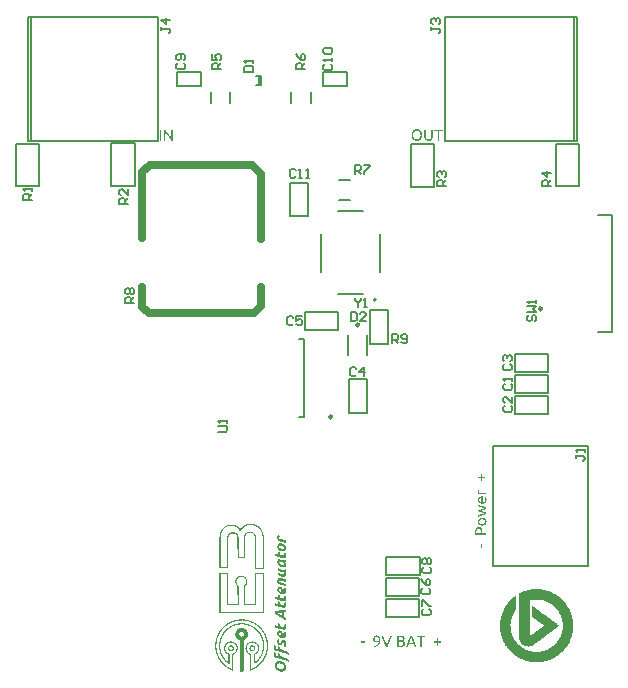
<source format=gto>
G04*
G04 #@! TF.GenerationSoftware,Altium Limited,Altium Designer,24.1.2 (44)*
G04*
G04 Layer_Color=65535*
%FSLAX25Y25*%
%MOIN*%
G70*
G04*
G04 #@! TF.SameCoordinates,3E25AAAC-FE6F-4FE5-8934-E69CDF353235*
G04*
G04*
G04 #@! TF.FilePolarity,Positive*
G04*
G01*
G75*
%ADD10C,0.00984*%
%ADD11C,0.00787*%
%ADD12C,0.00500*%
%ADD13C,0.02500*%
%ADD14C,0.00600*%
G36*
X82579Y52010D02*
X82602Y52004D01*
X82641Y51999D01*
X82855Y51993D01*
X82872Y51988D01*
X82949Y51979D01*
X83005Y51973D01*
X83033Y51962D01*
X83078Y51951D01*
X83124Y51945D01*
X83180Y51940D01*
X83231Y51934D01*
X83265Y51928D01*
X83293Y51923D01*
X83315Y51917D01*
X83363Y51897D01*
X83417Y51889D01*
X83519Y51872D01*
X83609Y51838D01*
X83637Y51832D01*
X83705Y51821D01*
X83733Y51810D01*
X83770Y51790D01*
X83809Y51779D01*
X83888Y51762D01*
X83933Y51734D01*
X83973Y51722D01*
X84024Y51711D01*
X84080Y51677D01*
X84148Y51660D01*
X84210Y51621D01*
X84247Y51612D01*
X84275Y51601D01*
X84283Y51593D01*
X84295Y51587D01*
X84323Y51570D01*
X84362Y51559D01*
X84385Y51553D01*
X84424Y51525D01*
X84436Y51513D01*
X84458Y51508D01*
X84509Y51480D01*
X84520Y51468D01*
X84577Y51446D01*
X84588Y51440D01*
X84605Y51423D01*
X84616Y51418D01*
X84667Y51395D01*
X84678Y51389D01*
X84704Y51370D01*
X84707Y51361D01*
X84718Y51355D01*
X84757Y51339D01*
X84786Y51322D01*
X84808Y51299D01*
X84819Y51293D01*
X84870Y51265D01*
X84893Y51243D01*
X84944Y51214D01*
X84972Y51186D01*
X84983Y51181D01*
X85014Y51155D01*
X85034Y51135D01*
X85085Y51107D01*
X85119Y51073D01*
X85147Y51056D01*
X85175Y51028D01*
X85186Y51023D01*
X85226Y50994D01*
X85240Y50975D01*
X85254Y50960D01*
X85265Y50955D01*
X85305Y50915D01*
X85316Y50910D01*
X85341Y50890D01*
X85347Y50879D01*
X85367Y50859D01*
X85378Y50853D01*
X85398Y50833D01*
X85404Y50822D01*
X85423Y50802D01*
X85435Y50797D01*
X85449Y50783D01*
X85454Y50771D01*
X85480Y50746D01*
X85491Y50740D01*
X85505Y50726D01*
X85511Y50715D01*
X85550Y50675D01*
X85556Y50664D01*
X85581Y50633D01*
X85593Y50627D01*
X85607Y50613D01*
X85612Y50602D01*
X85657Y50557D01*
X85663Y50546D01*
X85689Y50515D01*
X85714Y50489D01*
X85737Y50450D01*
X85770Y50416D01*
X85793Y50376D01*
X85827Y50343D01*
X85844Y50314D01*
X85866Y50292D01*
X85872Y50280D01*
X85906Y50218D01*
X85928Y50196D01*
X85957Y50145D01*
X85979Y50122D01*
X85996Y50083D01*
X86002Y50072D01*
X86027Y50041D01*
X86036Y50032D01*
X86047Y50004D01*
X86075Y49953D01*
X86092Y49936D01*
X86103Y49908D01*
X86126Y49869D01*
X86143Y49852D01*
X86157Y49815D01*
X86168Y49787D01*
X86182Y49767D01*
X86194Y49756D01*
X86219Y49685D01*
X86233Y49665D01*
X86256Y49632D01*
X86264Y49600D01*
X86275Y49572D01*
X86290Y49553D01*
X86301Y49541D01*
X86312Y49502D01*
X86318Y49479D01*
X86332Y49442D01*
X86352Y49423D01*
X86363Y49395D01*
X86369Y49372D01*
X86374Y49338D01*
X86402Y49287D01*
X86419Y49248D01*
X86425Y49225D01*
X86433Y49189D01*
X86442Y49169D01*
X86470Y49124D01*
X86484Y49059D01*
X86490Y49036D01*
X86518Y48974D01*
X86527Y48949D01*
X86532Y48926D01*
X86538Y48870D01*
X86572Y48796D01*
X86583Y48751D01*
X86597Y48664D01*
X86603Y48641D01*
X86614Y48613D01*
X86634Y48548D01*
X86648Y48449D01*
X86659Y48404D01*
X86679Y48339D01*
X86696Y48204D01*
X86702Y48164D01*
X86707Y48102D01*
X86713Y48085D01*
X86718Y48063D01*
X86724Y48001D01*
X86735Y47972D01*
X86741Y47916D01*
X86747Y47826D01*
X86755Y47710D01*
X86758Y47611D01*
X86752Y47600D01*
X86758Y47583D01*
X86764Y47543D01*
X86775Y47515D01*
X86769Y47408D01*
X86772Y37129D01*
X86761Y37100D01*
X86744Y37084D01*
X86704Y37078D01*
X83894Y37084D01*
X83874Y37098D01*
X83863Y37126D01*
X83857Y46776D01*
X83846Y46804D01*
X83840Y46844D01*
X83843Y46914D01*
X83832Y47044D01*
X83829Y47058D01*
X83835Y47075D01*
X83823Y47199D01*
X83818Y47233D01*
X83806Y47261D01*
X83801Y47335D01*
X83789Y47363D01*
X83778Y47408D01*
X83773Y47498D01*
X83767Y47515D01*
X83747Y47569D01*
X83733Y47617D01*
X83727Y47639D01*
X83713Y47727D01*
X83708Y47749D01*
X83671Y47831D01*
X83662Y47885D01*
X83651Y47913D01*
X83643Y47922D01*
X83637Y47933D01*
X83620Y47972D01*
X83606Y48032D01*
X83586Y48063D01*
X83575Y48074D01*
X83564Y48113D01*
X83555Y48145D01*
X83547Y48164D01*
X83521Y48195D01*
X83493Y48269D01*
X83468Y48294D01*
X83451Y48333D01*
X83428Y48373D01*
X83406Y48396D01*
X83372Y48458D01*
X83355Y48475D01*
X83332Y48514D01*
X83293Y48554D01*
X83287Y48565D01*
X83273Y48585D01*
X83262Y48590D01*
X83236Y48616D01*
X83219Y48644D01*
X83197Y48667D01*
X83191Y48678D01*
X83183Y48686D01*
X83172Y48692D01*
X83140Y48717D01*
X83104Y48754D01*
X83093Y48760D01*
X83061Y48785D01*
X83047Y48799D01*
X83008Y48822D01*
X82991Y48839D01*
X82980Y48844D01*
X82918Y48878D01*
X82901Y48895D01*
X82872Y48906D01*
X82819Y48926D01*
X82785Y48949D01*
X82748Y48963D01*
X82709Y48968D01*
X82672Y48983D01*
X82613Y49008D01*
X82590Y49014D01*
X82511Y49025D01*
X82489Y49031D01*
X82438Y49036D01*
X82410Y49047D01*
X82387Y49053D01*
X82348Y49047D01*
X82331Y49053D01*
X82291Y49064D01*
X82252Y49070D01*
X82229Y49064D01*
X81941Y49059D01*
X81924Y49053D01*
X81843Y49045D01*
X81811Y49036D01*
X81766Y49025D01*
X81679Y49016D01*
X81651Y49011D01*
X81628Y49005D01*
X81572Y48983D01*
X81524Y48968D01*
X81487Y48960D01*
X81450Y48946D01*
X81377Y48912D01*
X81346Y48904D01*
X81312Y48881D01*
X81304Y48873D01*
X81292Y48867D01*
X81230Y48833D01*
X81219Y48822D01*
X81208Y48816D01*
X81168Y48794D01*
X81137Y48768D01*
X81123Y48754D01*
X81112Y48748D01*
X81081Y48723D01*
X81055Y48698D01*
X81027Y48681D01*
X80957Y48610D01*
X80940Y48582D01*
X80906Y48548D01*
X80900Y48537D01*
X80875Y48506D01*
X80861Y48491D01*
X80855Y48480D01*
X80832Y48441D01*
X80810Y48418D01*
X80804Y48407D01*
X80765Y48333D01*
X80748Y48317D01*
X80737Y48288D01*
X80731Y48266D01*
X80717Y48229D01*
X80697Y48209D01*
X80686Y48181D01*
X80677Y48150D01*
X80666Y48122D01*
X80641Y48063D01*
X80629Y48017D01*
X80624Y47984D01*
X80601Y47933D01*
X80590Y47893D01*
X80578Y47848D01*
X80573Y47792D01*
X80567Y47769D01*
X80562Y47735D01*
X80545Y47696D01*
X80539Y47673D01*
X80533Y47634D01*
X80525Y47563D01*
X80519Y47456D01*
X80514Y47394D01*
X80508Y47360D01*
X80505Y47323D01*
X80511Y47306D01*
X80508Y40599D01*
X80511Y40540D01*
X80491Y40515D01*
X80468Y40509D01*
X78011Y40506D01*
X77991Y40520D01*
X77982Y40529D01*
X77977Y46985D01*
X77971Y47002D01*
X77977Y47109D01*
X77971Y47267D01*
X77960Y47295D01*
X77954Y47391D01*
X77943Y47419D01*
X77934Y47495D01*
X77929Y47541D01*
X77923Y47614D01*
X77918Y47648D01*
X77903Y47696D01*
X77881Y47775D01*
X77875Y47797D01*
X77867Y47857D01*
X77853Y47893D01*
X77824Y47955D01*
X77816Y48003D01*
X77810Y48026D01*
X77802Y48046D01*
X77774Y48085D01*
X77762Y48130D01*
X77748Y48167D01*
X77734Y48187D01*
X77717Y48204D01*
X77703Y48240D01*
X77675Y48274D01*
X77633Y48345D01*
X77610Y48367D01*
X77587Y48407D01*
X77568Y48427D01*
X77556Y48432D01*
X77548Y48441D01*
X77542Y48452D01*
X77517Y48477D01*
X77506Y48483D01*
X77480Y48509D01*
X77477Y48517D01*
X77466Y48523D01*
X77412Y48559D01*
X77393Y48579D01*
X77331Y48613D01*
X77319Y48624D01*
X77280Y48641D01*
X77226Y48661D01*
X77184Y48686D01*
X77153Y48695D01*
X77125Y48700D01*
X77080Y48717D01*
X77032Y48737D01*
X77009Y48743D01*
X76969Y48748D01*
X76902Y48760D01*
X76848Y48768D01*
X76783Y48788D01*
X76761Y48794D01*
X76614Y48799D01*
X76597Y48805D01*
X76225Y48799D01*
X76208Y48794D01*
X76078Y48788D01*
X76061Y48782D01*
X76024Y48768D01*
X75993Y48760D01*
X75971Y48754D01*
X75900Y48746D01*
X75866Y48740D01*
X75821Y48723D01*
X75813Y48714D01*
X75784Y48703D01*
X75719Y48689D01*
X75700Y48681D01*
X75669Y48655D01*
X75595Y48627D01*
X75570Y48602D01*
X75530Y48585D01*
X75502Y48568D01*
X75468Y48534D01*
X75457Y48528D01*
X75426Y48503D01*
X75412Y48489D01*
X75401Y48483D01*
X75364Y48446D01*
X75361Y48438D01*
X75350Y48432D01*
X75324Y48407D01*
X75308Y48379D01*
X75274Y48345D01*
X75245Y48294D01*
X75217Y48266D01*
X75203Y48229D01*
X75195Y48221D01*
X75189Y48209D01*
X75172Y48192D01*
X75161Y48164D01*
X75144Y48119D01*
X75110Y48068D01*
X75102Y48032D01*
X75096Y48009D01*
X75085Y47981D01*
X75071Y47967D01*
X75065Y47955D01*
X75054Y47927D01*
X75045Y47885D01*
X75028Y47840D01*
X75014Y47809D01*
X75011Y47806D01*
X75003Y47775D01*
X74997Y47752D01*
X74989Y47699D01*
X74977Y47653D01*
X74952Y47594D01*
X74946Y47572D01*
X74938Y47501D01*
X74932Y47473D01*
X74927Y47450D01*
X74910Y47366D01*
X74896Y47318D01*
X74890Y47261D01*
X74882Y47146D01*
X74867Y47019D01*
X74856Y46990D01*
X74850Y46866D01*
X74845Y46849D01*
X74839Y46827D01*
X74834Y46093D01*
X74828Y37165D01*
X74814Y37151D01*
X74791Y37146D01*
X74701Y37151D01*
X71941Y37157D01*
X71927Y37171D01*
X71922Y37216D01*
X71927Y37233D01*
X71933Y47013D01*
X71950Y47052D01*
X71944Y47143D01*
X71950Y47385D01*
X71955Y47402D01*
X71961Y47442D01*
X71967Y47628D01*
X71972Y47645D01*
X71969Y47704D01*
X71975Y47766D01*
X71984Y47871D01*
X72001Y47910D01*
X72006Y47984D01*
X72018Y48012D01*
X72023Y48142D01*
X72029Y48159D01*
X72034Y48238D01*
X72051Y48277D01*
X72063Y48317D01*
X72068Y48339D01*
X72074Y48418D01*
X72080Y48435D01*
X72088Y48500D01*
X72105Y48545D01*
X72113Y48576D01*
X72119Y48599D01*
X72130Y48667D01*
X72136Y48706D01*
X72142Y48729D01*
X72156Y48765D01*
X72176Y48830D01*
X72181Y48853D01*
X72187Y48892D01*
X72212Y48963D01*
X72238Y49045D01*
X72246Y49087D01*
X72252Y49110D01*
X72283Y49169D01*
X72288Y49191D01*
X72303Y49251D01*
X72314Y49279D01*
X72339Y49321D01*
X72348Y49358D01*
X72353Y49386D01*
X72365Y49414D01*
X72387Y49448D01*
X72396Y49474D01*
X72407Y49513D01*
X72418Y49541D01*
X72424Y49553D01*
X72458Y49626D01*
X72472Y49663D01*
X72492Y49682D01*
X72509Y49722D01*
X72528Y49775D01*
X72548Y49795D01*
X72565Y49835D01*
X72573Y49866D01*
X72596Y49900D01*
X72604Y49908D01*
X72644Y49981D01*
X72655Y49993D01*
X72661Y50004D01*
X72695Y50066D01*
X72706Y50077D01*
X72712Y50089D01*
X72743Y50153D01*
X72754Y50159D01*
X72768Y50173D01*
X72785Y50213D01*
X72791Y50224D01*
X72816Y50255D01*
X72825Y50264D01*
X72853Y50314D01*
X72873Y50328D01*
X72881Y50337D01*
X72909Y50388D01*
X72937Y50416D01*
X72960Y50455D01*
X72994Y50489D01*
X72999Y50501D01*
X73025Y50532D01*
X73050Y50557D01*
X73056Y50568D01*
X73076Y50588D01*
X73087Y50594D01*
X73095Y50602D01*
X73101Y50613D01*
X73141Y50664D01*
X73189Y50712D01*
X73197Y50715D01*
X73203Y50726D01*
X73239Y50763D01*
X73248Y50766D01*
X73253Y50777D01*
X73324Y50848D01*
X73363Y50870D01*
X73372Y50879D01*
X73378Y50890D01*
X73403Y50915D01*
X73414Y50921D01*
X73437Y50944D01*
X73448Y50949D01*
X73459Y50960D01*
X73471Y50966D01*
X73516Y51011D01*
X73555Y51034D01*
X73578Y51056D01*
X73589Y51062D01*
X73629Y51085D01*
X73663Y51118D01*
X73691Y51130D01*
X73702Y51135D01*
X73733Y51161D01*
X73742Y51169D01*
X73804Y51203D01*
X73826Y51226D01*
X73863Y51240D01*
X73897Y51262D01*
X73911Y51276D01*
X73981Y51302D01*
X74007Y51327D01*
X74046Y51344D01*
X74069Y51350D01*
X74108Y51378D01*
X74148Y51395D01*
X74185Y51403D01*
X74204Y51412D01*
X74216Y51423D01*
X74227Y51429D01*
X74238Y51440D01*
X74275Y51449D01*
X74297Y51454D01*
X74340Y51474D01*
X74402Y51502D01*
X74441Y51508D01*
X74495Y51528D01*
X74503Y51536D01*
X74532Y51547D01*
X74577Y51559D01*
X74636Y51573D01*
X74681Y51590D01*
X74709Y51601D01*
X74740Y51609D01*
X74819Y51621D01*
X74890Y51646D01*
X74921Y51655D01*
X74944Y51660D01*
X74983Y51666D01*
X75073Y51672D01*
X75096Y51677D01*
X75135Y51688D01*
X75158Y51694D01*
X75214Y51700D01*
X75243Y51711D01*
X75336Y51719D01*
X75437Y51725D01*
X75618Y51731D01*
X75646Y51736D01*
X75669Y51742D01*
X76089Y51745D01*
X76106Y51739D01*
X76174Y51728D01*
X76450Y51722D01*
X76467Y51717D01*
X76555Y51708D01*
X76583Y51703D01*
X76617Y51697D01*
X76639Y51691D01*
X76668Y51686D01*
X76690Y51680D01*
X76735Y51674D01*
X76792Y51669D01*
X76837Y51663D01*
X76899Y51652D01*
X76922Y51646D01*
X76950Y51635D01*
X76981Y51626D01*
X77026Y51615D01*
X77091Y51607D01*
X77113Y51601D01*
X77142Y51590D01*
X77223Y51564D01*
X77283Y51550D01*
X77345Y51522D01*
X77393Y51508D01*
X77415Y51502D01*
X77446Y51494D01*
X77480Y51471D01*
X77511Y51457D01*
X77534Y51451D01*
X77579Y51434D01*
X77590Y51423D01*
X77602Y51418D01*
X77613Y51406D01*
X77644Y51398D01*
X77689Y51381D01*
X77709Y51361D01*
X77748Y51344D01*
X77779Y51336D01*
X77799Y51322D01*
X77822Y51299D01*
X77850Y51288D01*
X77889Y51265D01*
X77912Y51243D01*
X77974Y51209D01*
X77997Y51186D01*
X78008Y51181D01*
X78039Y51155D01*
X78053Y51141D01*
X78064Y51135D01*
X78104Y51113D01*
X78143Y51073D01*
X78155Y51068D01*
X78186Y51042D01*
X78217Y51011D01*
X78228Y51006D01*
X78242Y50991D01*
X78248Y50980D01*
X78262Y50966D01*
X78273Y50960D01*
X78304Y50935D01*
X78330Y50910D01*
X78341Y50904D01*
X78355Y50890D01*
X78361Y50879D01*
X78386Y50853D01*
X78397Y50848D01*
X78406Y50839D01*
X78411Y50828D01*
X78442Y50797D01*
X78454Y50791D01*
X78476Y50757D01*
X78513Y50721D01*
X78519Y50709D01*
X78544Y50684D01*
X78555Y50678D01*
X78578Y50644D01*
X78592Y50625D01*
X78620Y50596D01*
X78643Y50557D01*
X78677Y50523D01*
X78699Y50484D01*
X78727Y50455D01*
X78756Y50405D01*
X78784Y50365D01*
X78806Y50326D01*
X78835Y50297D01*
X78849Y50261D01*
X78869Y50230D01*
X78880Y50218D01*
X78891Y50190D01*
X78911Y50137D01*
X78933Y50131D01*
X78956Y50137D01*
X78993Y50173D01*
X79010Y50213D01*
X79018Y50244D01*
X79027Y50252D01*
X79032Y50264D01*
X79055Y50286D01*
X79075Y50340D01*
X79103Y50374D01*
X79117Y50405D01*
X79134Y50433D01*
X79156Y50455D01*
X79162Y50467D01*
X79190Y50517D01*
X79213Y50540D01*
X79247Y50602D01*
X79269Y50625D01*
X79275Y50636D01*
X79297Y50675D01*
X79331Y50709D01*
X79348Y50738D01*
X79393Y50783D01*
X79399Y50794D01*
X79424Y50825D01*
X79444Y50845D01*
X79447Y50853D01*
X79458Y50859D01*
X79489Y50890D01*
X79512Y50929D01*
X79520Y50944D01*
X79532Y50949D01*
X79568Y50986D01*
X79574Y50997D01*
X79608Y51025D01*
X79630Y51048D01*
X79633Y51056D01*
X79645Y51062D01*
X79681Y51099D01*
X79684Y51107D01*
X79695Y51113D01*
X79707Y51124D01*
X79735Y51141D01*
X79774Y51181D01*
X79786Y51186D01*
X79831Y51231D01*
X79859Y51248D01*
X79898Y51288D01*
X79910Y51293D01*
X79921Y51305D01*
X79932Y51310D01*
X79944Y51327D01*
X79955Y51333D01*
X79994Y51355D01*
X80023Y51384D01*
X80034Y51389D01*
X80088Y51426D01*
X80107Y51446D01*
X80158Y51474D01*
X80181Y51497D01*
X80234Y51516D01*
X80265Y51547D01*
X80294Y51559D01*
X80333Y51581D01*
X80344Y51593D01*
X80356Y51598D01*
X80384Y51609D01*
X80429Y51626D01*
X80460Y51652D01*
X80497Y51666D01*
X80542Y51683D01*
X80553Y51694D01*
X80564Y51700D01*
X80576Y51711D01*
X80612Y51719D01*
X80635Y51725D01*
X80663Y51736D01*
X80672Y51745D01*
X80683Y51751D01*
X80734Y51773D01*
X80782Y51782D01*
X80801Y51790D01*
X80835Y51813D01*
X80875Y51824D01*
X80954Y51841D01*
X81016Y51869D01*
X81038Y51875D01*
X81106Y51886D01*
X81129Y51892D01*
X81168Y51903D01*
X81191Y51909D01*
X81264Y51931D01*
X81363Y51945D01*
X81419Y51957D01*
X81453Y51962D01*
X81481Y51968D01*
X81512Y51976D01*
X81535Y51982D01*
X81608Y51988D01*
X81631Y51993D01*
X81826Y52002D01*
X81859Y52007D01*
X81888Y52013D01*
X82562Y52016D01*
X82579Y52010D01*
D02*
G37*
G36*
X86749Y35633D02*
X86764Y35625D01*
X86775Y35596D01*
X86769Y35472D01*
Y33836D01*
X86772Y22394D01*
X86761Y22366D01*
X86744Y22349D01*
X86704Y22343D01*
X71953Y22349D01*
X71933Y22368D01*
X71927Y22391D01*
X71924Y35605D01*
X71936Y35622D01*
X71975Y35633D01*
X74836Y35627D01*
X74856Y35608D01*
X74862Y35585D01*
X74850Y35529D01*
X74856Y35512D01*
X74853Y25266D01*
X74867Y25247D01*
X74876Y25238D01*
X74915Y25232D01*
X77943Y25230D01*
X77966Y25235D01*
X77977Y25247D01*
X77982Y25269D01*
X77977Y31195D01*
X77952Y31226D01*
X77923Y31254D01*
X77912Y31260D01*
X77794Y31378D01*
X77785Y31381D01*
X77779Y31392D01*
X77717Y31454D01*
X77712Y31466D01*
X77686Y31497D01*
X77666Y31516D01*
X77661Y31528D01*
X77624Y31576D01*
X77616Y31578D01*
X77610Y31590D01*
X77587Y31629D01*
X77559Y31657D01*
X77539Y31711D01*
X77525Y31731D01*
X77503Y31753D01*
X77483Y31807D01*
X77475Y31815D01*
X77469Y31827D01*
X77446Y31849D01*
X77438Y31886D01*
X77432Y31909D01*
X77424Y31928D01*
X77398Y31959D01*
X77390Y31985D01*
X77384Y32007D01*
X77376Y32044D01*
X77345Y32103D01*
X77333Y32143D01*
X77328Y32177D01*
X77322Y32194D01*
X77291Y32281D01*
X77286Y32304D01*
X77280Y32337D01*
X77269Y32450D01*
X77263Y32484D01*
X77257Y32507D01*
X77249Y32605D01*
X77238Y32634D01*
X77235Y32732D01*
X77238Y32792D01*
X77232Y32809D01*
X77238Y32871D01*
X77249Y32899D01*
X77254Y32939D01*
X77260Y33029D01*
X77266Y33046D01*
X77271Y33068D01*
X77277Y33142D01*
X77283Y33198D01*
X77294Y33226D01*
X77314Y33280D01*
X77328Y33328D01*
X77336Y33376D01*
X77353Y33421D01*
X77362Y33430D01*
X77373Y33458D01*
X77384Y33503D01*
X77398Y33540D01*
X77407Y33548D01*
X77412Y33559D01*
X77435Y33610D01*
X77444Y33641D01*
X77472Y33686D01*
X77486Y33712D01*
X77520Y33774D01*
X77537Y33791D01*
X77548Y33819D01*
X77565Y33847D01*
X77593Y33875D01*
X77604Y33904D01*
X77621Y33932D01*
X77649Y33960D01*
X77655Y33971D01*
X77681Y34002D01*
X77695Y34016D01*
X77700Y34028D01*
X77726Y34059D01*
X77757Y34084D01*
X77782Y34126D01*
X77794Y34132D01*
X77808Y34146D01*
X77813Y34157D01*
X77839Y34183D01*
X77850Y34189D01*
X77884Y34222D01*
X77895Y34228D01*
X77926Y34253D01*
X77932Y34265D01*
X77946Y34279D01*
X77957Y34284D01*
X77968Y34296D01*
X77980Y34301D01*
X78008Y34330D01*
X78036Y34347D01*
X78064Y34375D01*
X78126Y34409D01*
X78149Y34431D01*
X78211Y34465D01*
X78222Y34476D01*
X78234Y34482D01*
X78307Y34521D01*
X78318Y34533D01*
X78347Y34544D01*
X78417Y34569D01*
X78459Y34595D01*
X78499Y34606D01*
X78522Y34612D01*
X78558Y34626D01*
X78567Y34634D01*
X78606Y34651D01*
X78646Y34657D01*
X78668Y34663D01*
X78699Y34671D01*
X78747Y34691D01*
X78792Y34702D01*
X78888Y34713D01*
X78942Y34722D01*
X78970Y34727D01*
X79004Y34733D01*
X79046Y34736D01*
X79063Y34730D01*
X79097Y34736D01*
X79137Y34753D01*
X79168Y34756D01*
X79337Y34750D01*
X79382Y34739D01*
X79472Y34733D01*
X79495Y34727D01*
X79523Y34722D01*
X79580Y34716D01*
X79630Y34710D01*
X79664Y34705D01*
X79709Y34694D01*
X79740Y34685D01*
X79814Y34663D01*
X79836Y34657D01*
X79873Y34648D01*
X79935Y34620D01*
X80000Y34600D01*
X80037Y34586D01*
X80045Y34578D01*
X80056Y34572D01*
X80107Y34550D01*
X80138Y34541D01*
X80158Y34527D01*
X80192Y34505D01*
X80220Y34493D01*
X80248Y34476D01*
X80271Y34454D01*
X80299Y34442D01*
X80339Y34420D01*
X80361Y34397D01*
X80412Y34369D01*
X80435Y34347D01*
X80446Y34341D01*
X80497Y34301D01*
X80519Y34279D01*
X80531Y34273D01*
X80542Y34262D01*
X80553Y34256D01*
X80576Y34234D01*
X80587Y34228D01*
X80618Y34203D01*
X80635Y34186D01*
X80638Y34177D01*
X80649Y34172D01*
X80686Y34135D01*
X80691Y34124D01*
X80705Y34110D01*
X80717Y34104D01*
X80731Y34084D01*
X80756Y34053D01*
X80776Y34033D01*
X80782Y34022D01*
X80793Y34011D01*
X80810Y33983D01*
X80838Y33954D01*
X80866Y33904D01*
X80895Y33875D01*
X80909Y33839D01*
X80917Y33830D01*
X80923Y33819D01*
X80945Y33796D01*
X80959Y33760D01*
X80974Y33740D01*
X80990Y33723D01*
X80996Y33712D01*
X81007Y33683D01*
X81021Y33647D01*
X81036Y33627D01*
X81053Y33599D01*
X81064Y33559D01*
X81078Y33523D01*
X81100Y33489D01*
X81109Y33458D01*
X81115Y33435D01*
X81123Y33398D01*
X81140Y33353D01*
X81165Y33294D01*
X81179Y33201D01*
X81188Y33170D01*
X81199Y33130D01*
X81205Y33108D01*
X81213Y33060D01*
X81219Y33026D01*
X81225Y32913D01*
X81230Y32857D01*
X81233Y32623D01*
X81227Y32605D01*
X81222Y32549D01*
X81213Y32422D01*
X81208Y32394D01*
X81188Y32346D01*
X81182Y32306D01*
X81177Y32284D01*
X81171Y32244D01*
X81163Y32202D01*
X81157Y32179D01*
X81132Y32137D01*
X81120Y32098D01*
X81112Y32050D01*
X81106Y32027D01*
X81086Y31996D01*
X81064Y31945D01*
X81053Y31900D01*
X81027Y31869D01*
X81013Y31838D01*
X80999Y31801D01*
X80985Y31782D01*
X80968Y31765D01*
X80951Y31725D01*
X80928Y31686D01*
X80906Y31663D01*
X80900Y31640D01*
X80875Y31609D01*
X80866Y31601D01*
X80861Y31590D01*
X80849Y31578D01*
X80827Y31539D01*
X80793Y31505D01*
X80776Y31477D01*
X80737Y31437D01*
X80731Y31426D01*
X80717Y31412D01*
X80705Y31406D01*
X80686Y31387D01*
X80680Y31375D01*
X80666Y31361D01*
X80655Y31356D01*
X80629Y31330D01*
X80624Y31319D01*
X80610Y31305D01*
X80598Y31299D01*
X80578Y31279D01*
X80573Y31268D01*
X80553Y31248D01*
X80542Y31243D01*
X80522Y31223D01*
X80511Y31183D01*
X80505Y31127D01*
X80511Y31104D01*
X80508Y25261D01*
X80525Y25238D01*
X80547Y25232D01*
X80587Y25227D01*
X80604Y25232D01*
X83837Y25238D01*
X83863Y25258D01*
X83868Y25292D01*
X83863Y25309D01*
X83860Y35599D01*
X83868Y35619D01*
X83883Y35633D01*
X83905Y35639D01*
X86749Y35633D01*
D02*
G37*
G36*
X80011Y20193D02*
X80028Y20187D01*
X80085Y20182D01*
X80186Y20176D01*
X80214Y20165D01*
X80248Y20159D01*
X80265Y20165D01*
X80302Y20156D01*
X80325Y20151D01*
X80483Y20139D01*
X80533Y20134D01*
X80601Y20128D01*
X80624Y20122D01*
X80655Y20108D01*
X80694Y20103D01*
X80756Y20097D01*
X80773Y20091D01*
X80911Y20077D01*
X80940Y20072D01*
X80962Y20066D01*
X81010Y20052D01*
X81033Y20046D01*
X81100Y20035D01*
X81171Y20027D01*
X81239Y20010D01*
X81304Y19990D01*
X81349Y19979D01*
X81425Y19970D01*
X81447Y19964D01*
X81476Y19953D01*
X81541Y19933D01*
X81563Y19928D01*
X81651Y19914D01*
X81682Y19899D01*
X81710Y19888D01*
X81778Y19871D01*
X81837Y19857D01*
X81882Y19840D01*
X81947Y19820D01*
X81969Y19815D01*
X82012Y19806D01*
X82040Y19795D01*
X82048Y19787D01*
X82088Y19770D01*
X82181Y19750D01*
X82240Y19719D01*
X82286Y19708D01*
X82331Y19702D01*
X82370Y19680D01*
X82421Y19657D01*
X82480Y19643D01*
X82534Y19612D01*
X82573Y19601D01*
X82610Y19592D01*
X82647Y19578D01*
X82681Y19555D01*
X82720Y19544D01*
X82765Y19527D01*
X82799Y19504D01*
X82822Y19499D01*
X82858Y19485D01*
X82903Y19468D01*
X82912Y19459D01*
X82963Y19437D01*
X82985Y19431D01*
X83036Y19403D01*
X83076Y19386D01*
X83098Y19380D01*
X83149Y19352D01*
X83160Y19341D01*
X83188Y19330D01*
X83219Y19321D01*
X83251Y19301D01*
X83262Y19290D01*
X83290Y19279D01*
X83344Y19259D01*
X83363Y19245D01*
X83375Y19234D01*
X83403Y19222D01*
X83425Y19217D01*
X83465Y19194D01*
X83499Y19172D01*
X83536Y19158D01*
X83567Y19138D01*
X83578Y19126D01*
X83606Y19115D01*
X83651Y19098D01*
X83679Y19070D01*
X83708Y19059D01*
X83744Y19045D01*
X83778Y19016D01*
X83787Y19008D01*
X83809Y19002D01*
X83849Y18974D01*
X83883Y18951D01*
X83905Y18946D01*
X83945Y18918D01*
X83956Y18906D01*
X83995Y18889D01*
X84007Y18884D01*
X84038Y18858D01*
X84074Y18839D01*
X84103Y18822D01*
X84134Y18796D01*
X84182Y18771D01*
X84204Y18748D01*
X84216Y18743D01*
X84266Y18714D01*
X84289Y18692D01*
X84351Y18658D01*
X84374Y18635D01*
X84385Y18630D01*
X84424Y18602D01*
X84447Y18579D01*
X84509Y18545D01*
X84532Y18523D01*
X84571Y18500D01*
X84599Y18472D01*
X84611Y18466D01*
X84659Y18435D01*
X84661Y18427D01*
X84673Y18421D01*
X84684Y18410D01*
X84695Y18404D01*
X84726Y18379D01*
X84740Y18365D01*
X84752Y18359D01*
X84791Y18331D01*
X84814Y18308D01*
X84825Y18303D01*
X84856Y18277D01*
X84876Y18257D01*
X84887Y18252D01*
X84938Y18212D01*
X84955Y18195D01*
X84966Y18190D01*
X84977Y18178D01*
X84989Y18173D01*
X85017Y18145D01*
X85045Y18127D01*
X85090Y18082D01*
X85102Y18077D01*
X85127Y18057D01*
X85133Y18046D01*
X85141Y18037D01*
X85152Y18032D01*
X85164Y18020D01*
X85172Y18018D01*
X85178Y18006D01*
X85189Y17995D01*
X85192Y17987D01*
X85203Y17981D01*
X85214Y17969D01*
X85226Y17964D01*
X85257Y17939D01*
X85378Y17817D01*
X85418Y17795D01*
X85731Y17481D01*
X85737Y17470D01*
X85770Y17436D01*
X85776Y17425D01*
X85801Y17394D01*
X85889Y17306D01*
X85895Y17295D01*
X85934Y17256D01*
X85940Y17244D01*
X85951Y17233D01*
X85954Y17225D01*
X85965Y17219D01*
X86002Y17182D01*
X86007Y17171D01*
X86036Y17143D01*
X86041Y17131D01*
X86067Y17100D01*
X86078Y17095D01*
X86086Y17086D01*
X86092Y17075D01*
X86117Y17044D01*
X86143Y17019D01*
X86171Y16968D01*
X86185Y16954D01*
X86194Y16951D01*
X86199Y16940D01*
X86211Y16928D01*
X86216Y16917D01*
X86256Y16878D01*
X86261Y16866D01*
X86287Y16835D01*
X86306Y16815D01*
X86329Y16776D01*
X86363Y16742D01*
X86391Y16691D01*
X86419Y16663D01*
X86425Y16652D01*
X86450Y16621D01*
X86464Y16607D01*
X86493Y16556D01*
X86515Y16533D01*
X86521Y16522D01*
X86549Y16471D01*
X86558Y16463D01*
X86569Y16457D01*
X86577Y16449D01*
X86606Y16398D01*
X86628Y16375D01*
X86645Y16336D01*
X86651Y16325D01*
X86665Y16305D01*
X86676Y16299D01*
X86685Y16291D01*
X86718Y16229D01*
X86741Y16206D01*
X86755Y16169D01*
X86769Y16150D01*
X86797Y16121D01*
X86812Y16085D01*
X86831Y16054D01*
X86843Y16042D01*
X86848Y16031D01*
X86876Y15980D01*
X86893Y15963D01*
X86899Y15952D01*
X86939Y15879D01*
X86955Y15862D01*
X86975Y15808D01*
X86989Y15788D01*
X87001Y15777D01*
X87006Y15766D01*
X87023Y15726D01*
X87040Y15698D01*
X87063Y15676D01*
X87074Y15647D01*
X87082Y15616D01*
X87105Y15582D01*
X87113Y15574D01*
X87130Y15534D01*
X87153Y15495D01*
X87170Y15478D01*
X87198Y15399D01*
X87215Y15382D01*
X87221Y15371D01*
X87238Y15331D01*
X87246Y15300D01*
X87255Y15292D01*
X87260Y15281D01*
X87277Y15263D01*
X87303Y15193D01*
X87325Y15159D01*
X87334Y15151D01*
X87350Y15083D01*
X87373Y15044D01*
X87384Y15032D01*
X87396Y15004D01*
X87404Y14967D01*
X87415Y14939D01*
X87424Y14931D01*
X87429Y14919D01*
X87452Y14868D01*
X87458Y14846D01*
X87469Y14818D01*
X87492Y14784D01*
X87503Y14744D01*
X87528Y14674D01*
X87554Y14631D01*
X87562Y14601D01*
X87568Y14572D01*
X87573Y14550D01*
X87593Y14519D01*
X87610Y14479D01*
X87616Y14457D01*
X87624Y14414D01*
X87652Y14369D01*
X87666Y14332D01*
X87672Y14287D01*
X87678Y14270D01*
X87692Y14234D01*
X87717Y14174D01*
X87723Y14152D01*
X87729Y14118D01*
X87734Y14101D01*
X87768Y14022D01*
X87774Y13999D01*
X87779Y13960D01*
X87791Y13909D01*
X87819Y13847D01*
X87830Y13802D01*
X87839Y13748D01*
X87872Y13652D01*
X87878Y13630D01*
X87884Y13602D01*
X87895Y13528D01*
X87901Y13506D01*
X87918Y13461D01*
X87932Y13412D01*
X87937Y13390D01*
X87943Y13333D01*
X87949Y13311D01*
X87957Y13257D01*
X87980Y13195D01*
X87985Y13173D01*
X87991Y13139D01*
X87997Y13082D01*
X88002Y13037D01*
X88008Y13003D01*
X88019Y12958D01*
X88033Y12910D01*
X88045Y12843D01*
X88050Y12769D01*
X88056Y12747D01*
X88061Y12673D01*
X88067Y12656D01*
X88073Y12634D01*
X88078Y12572D01*
X88090Y12543D01*
X88095Y12470D01*
X88101Y12431D01*
X88109Y12326D01*
X88115Y12219D01*
X88121Y12185D01*
X88126Y12089D01*
X88132Y12061D01*
X88138Y12038D01*
X88143Y12010D01*
X88149Y11830D01*
X88155Y11796D01*
X88157Y11014D01*
X88152Y10997D01*
X88146Y10941D01*
X88140Y10777D01*
X88124Y10738D01*
X88126Y10639D01*
X88112Y10591D01*
X88107Y10439D01*
X88101Y10422D01*
X88095Y10320D01*
X88090Y10303D01*
X88084Y10235D01*
X88073Y10207D01*
X88067Y10168D01*
X88061Y10111D01*
X88056Y10094D01*
X88050Y10038D01*
X88045Y9953D01*
X88039Y9936D01*
X88028Y9897D01*
X88022Y9874D01*
X88016Y9835D01*
X88011Y9812D01*
X87999Y9744D01*
X87994Y9722D01*
X87985Y9657D01*
X87980Y9629D01*
X87974Y9606D01*
X87966Y9575D01*
X87954Y9530D01*
X87949Y9490D01*
X87943Y9468D01*
X87929Y9386D01*
X87906Y9330D01*
X87901Y9307D01*
X87892Y9276D01*
X87887Y9219D01*
X87881Y9197D01*
X87872Y9166D01*
X87855Y9121D01*
X87844Y9093D01*
X87839Y9070D01*
X87833Y9036D01*
X87822Y8974D01*
X87805Y8929D01*
X87791Y8898D01*
X87779Y8853D01*
X87771Y8799D01*
X87760Y8771D01*
X87740Y8734D01*
X87729Y8695D01*
X87714Y8630D01*
X87703Y8602D01*
X87695Y8593D01*
X87683Y8565D01*
X87672Y8525D01*
X87666Y8480D01*
X87638Y8429D01*
X87621Y8390D01*
X87613Y8342D01*
X87571Y8249D01*
X87565Y8226D01*
X87554Y8187D01*
X87525Y8136D01*
X87514Y8108D01*
X87506Y8071D01*
X87494Y8043D01*
X87475Y8012D01*
X87458Y7972D01*
X87444Y7913D01*
X87435Y7905D01*
X87429Y7893D01*
X87413Y7876D01*
X87396Y7809D01*
X87373Y7769D01*
X87356Y7752D01*
X87348Y7721D01*
X87342Y7693D01*
X87331Y7665D01*
X87317Y7651D01*
X87311Y7639D01*
X87294Y7600D01*
X87280Y7563D01*
X87266Y7543D01*
X87255Y7532D01*
X87243Y7504D01*
X87224Y7450D01*
X87215Y7442D01*
X87209Y7431D01*
X87198Y7419D01*
X87187Y7391D01*
X87181Y7368D01*
X87159Y7329D01*
X87147Y7318D01*
X87142Y7306D01*
X87125Y7267D01*
X87102Y7227D01*
X87085Y7210D01*
X87077Y7180D01*
X87066Y7151D01*
X87051Y7131D01*
X87040Y7120D01*
X87034Y7109D01*
X87018Y7069D01*
X87001Y7041D01*
X86978Y7019D01*
X86967Y6990D01*
X86958Y6959D01*
X86944Y6940D01*
X86922Y6917D01*
X86910Y6889D01*
X86893Y6861D01*
X86882Y6849D01*
X86876Y6838D01*
X86837Y6765D01*
X86820Y6753D01*
X86814Y6742D01*
X86803Y6714D01*
X86781Y6674D01*
X86758Y6652D01*
X86730Y6601D01*
X86707Y6578D01*
X86690Y6539D01*
X86685Y6528D01*
X86659Y6497D01*
X86651Y6488D01*
X86623Y6437D01*
X86594Y6409D01*
X86566Y6358D01*
X86555Y6347D01*
X86549Y6336D01*
X86538Y6324D01*
X86515Y6285D01*
X86487Y6257D01*
X86459Y6206D01*
X86436Y6183D01*
X86431Y6172D01*
X86408Y6133D01*
X86374Y6099D01*
X86357Y6070D01*
X86318Y6031D01*
X86295Y5991D01*
X86267Y5963D01*
X86261Y5952D01*
X86182Y5850D01*
X86154Y5822D01*
X86137Y5794D01*
X86129Y5785D01*
X86117Y5780D01*
X86103Y5766D01*
X86098Y5754D01*
X86072Y5723D01*
X86064Y5715D01*
X86058Y5704D01*
X86047Y5692D01*
X86041Y5681D01*
X86002Y5642D01*
X85996Y5630D01*
X85985Y5619D01*
X85979Y5608D01*
X85928Y5557D01*
X85923Y5546D01*
X85889Y5512D01*
X85883Y5501D01*
X85863Y5475D01*
X85852Y5469D01*
X85821Y5438D01*
X85816Y5427D01*
X85807Y5419D01*
X85796Y5413D01*
X85776Y5393D01*
X85770Y5382D01*
X85745Y5351D01*
X85720Y5326D01*
X85714Y5314D01*
X85705Y5306D01*
X85694Y5300D01*
X85663Y5269D01*
X85657Y5258D01*
X85649Y5249D01*
X85638Y5244D01*
X85612Y5218D01*
X85607Y5207D01*
X85598Y5199D01*
X85587Y5193D01*
X85556Y5162D01*
X85550Y5151D01*
X85542Y5142D01*
X85531Y5137D01*
X85505Y5111D01*
X85499Y5100D01*
X85485Y5086D01*
X85474Y5080D01*
X85449Y5055D01*
X85443Y5043D01*
X85435Y5035D01*
X85423Y5029D01*
X85412Y5018D01*
X85401Y5012D01*
X85373Y4984D01*
X85361Y4979D01*
X85336Y4953D01*
X85330Y4942D01*
X85322Y4933D01*
X85310Y4928D01*
X85279Y4897D01*
X85274Y4885D01*
X85265Y4877D01*
X85254Y4871D01*
X85203Y4832D01*
X85141Y4770D01*
X85130Y4764D01*
X85082Y4727D01*
X85076Y4716D01*
X85056Y4702D01*
X85045Y4691D01*
X85034Y4685D01*
X85006Y4657D01*
X84977Y4640D01*
X84969Y4631D01*
X84963Y4620D01*
X84949Y4606D01*
X84938Y4600D01*
X84907Y4575D01*
X84882Y4550D01*
X84839Y4524D01*
X84834Y4513D01*
X84808Y4493D01*
X84769Y4471D01*
X84746Y4448D01*
X84735Y4442D01*
X84692Y4411D01*
X84687Y4400D01*
X84678Y4392D01*
X84639Y4369D01*
X84611Y4341D01*
X84599Y4335D01*
X84546Y4298D01*
X84532Y4284D01*
X84481Y4256D01*
X84453Y4228D01*
X84402Y4200D01*
X84374Y4172D01*
X84323Y4143D01*
X84300Y4121D01*
X84238Y4087D01*
X84221Y4070D01*
X84159Y4036D01*
X84131Y4008D01*
X84108Y4002D01*
X84058Y3963D01*
X83995Y3929D01*
X83979Y3912D01*
X83967Y3906D01*
X83905Y3872D01*
X83894Y3861D01*
X83883Y3855D01*
X83809Y3816D01*
X83792Y3799D01*
X83753Y3782D01*
X83713Y3760D01*
X83702Y3748D01*
X83662Y3731D01*
X83623Y3709D01*
X83606Y3692D01*
X83536Y3667D01*
X83510Y3641D01*
X83499Y3635D01*
X83471Y3624D01*
X83434Y3610D01*
X83414Y3596D01*
X83403Y3585D01*
X83375Y3573D01*
X83352Y3568D01*
X83313Y3545D01*
X83279Y3523D01*
X83248Y3514D01*
X83219Y3503D01*
X83200Y3489D01*
X83188Y3477D01*
X83160Y3466D01*
X83138Y3461D01*
X83087Y3432D01*
X83076Y3421D01*
X83036Y3410D01*
X83013Y3404D01*
X82974Y3382D01*
X82940Y3359D01*
X82898Y3351D01*
X82875Y3345D01*
X82841Y3322D01*
X82833Y3314D01*
X82805Y3303D01*
X82762Y3294D01*
X82734Y3283D01*
X82697Y3257D01*
X82652Y3246D01*
X82599Y3226D01*
X82556Y3201D01*
X82520Y3192D01*
X82491Y3187D01*
X82463Y3176D01*
X82455Y3167D01*
X82444Y3161D01*
X82404Y3145D01*
X82367Y3136D01*
X82305Y3113D01*
X82246Y3088D01*
X82223Y3082D01*
X82187Y3074D01*
X82127Y3043D01*
X82105Y3049D01*
X82096Y3057D01*
X82091Y3080D01*
X82085Y8384D01*
X82043Y8427D01*
X82015Y8438D01*
X81953Y8461D01*
X81913Y8489D01*
X81859Y8508D01*
X81828Y8528D01*
X81755Y8562D01*
X81744Y8568D01*
X81716Y8596D01*
X81704Y8602D01*
X81665Y8624D01*
X81637Y8652D01*
X81608Y8664D01*
X81569Y8686D01*
X81558Y8703D01*
X81546Y8709D01*
X81535Y8720D01*
X81524Y8726D01*
X81493Y8751D01*
X81479Y8765D01*
X81467Y8771D01*
X81436Y8796D01*
X81411Y8822D01*
X81400Y8827D01*
X81205Y9022D01*
X81199Y9033D01*
X81182Y9050D01*
X81177Y9061D01*
X81151Y9093D01*
X81126Y9118D01*
X81109Y9146D01*
X81095Y9160D01*
X81086Y9163D01*
X81081Y9174D01*
X81053Y9225D01*
X81024Y9253D01*
X80990Y9315D01*
X80968Y9338D01*
X80962Y9361D01*
X80940Y9400D01*
X80923Y9417D01*
X80911Y9445D01*
X80906Y9468D01*
X80878Y9519D01*
X80866Y9530D01*
X80855Y9558D01*
X80847Y9589D01*
X80818Y9634D01*
X80804Y9665D01*
X80796Y9702D01*
X80790Y9725D01*
X80779Y9753D01*
X80759Y9789D01*
X80748Y9829D01*
X80739Y9877D01*
X80734Y9900D01*
X80711Y9956D01*
X80697Y10004D01*
X80691Y10043D01*
X80686Y10066D01*
X80677Y10131D01*
X80672Y10182D01*
X80666Y10210D01*
X80652Y10258D01*
X80646Y10297D01*
X80641Y10399D01*
X80635Y10416D01*
X80641Y10704D01*
X80646Y10721D01*
X80652Y10828D01*
X80663Y10856D01*
X80669Y10896D01*
X80677Y10932D01*
X80683Y10966D01*
X80689Y11011D01*
X80700Y11073D01*
X80705Y11096D01*
X80717Y11124D01*
X80731Y11172D01*
X80737Y11195D01*
X80742Y11234D01*
X80748Y11257D01*
X80787Y11341D01*
X80799Y11381D01*
X80807Y11418D01*
X80838Y11460D01*
X80849Y11505D01*
X80863Y11542D01*
X80878Y11562D01*
X80889Y11573D01*
X80900Y11601D01*
X80914Y11638D01*
X80923Y11646D01*
X80928Y11658D01*
X80945Y11674D01*
X80957Y11703D01*
X80971Y11739D01*
X81007Y11776D01*
X81021Y11813D01*
X81036Y11832D01*
X81058Y11855D01*
X81086Y11906D01*
X81120Y11940D01*
X81126Y11951D01*
X81165Y11990D01*
X81171Y12002D01*
X81194Y12041D01*
X81213Y12061D01*
X81225Y12067D01*
X81239Y12081D01*
X81244Y12092D01*
X81264Y12112D01*
X81275Y12117D01*
X81295Y12137D01*
X81301Y12148D01*
X81321Y12168D01*
X81332Y12174D01*
X81346Y12188D01*
X81352Y12199D01*
X81377Y12225D01*
X81388Y12230D01*
X81402Y12244D01*
X81408Y12256D01*
X81428Y12275D01*
X81467Y12298D01*
X81501Y12332D01*
X81512Y12337D01*
X81543Y12363D01*
X81569Y12388D01*
X81620Y12416D01*
X81642Y12439D01*
X81679Y12453D01*
X81699Y12467D01*
X81721Y12490D01*
X81761Y12507D01*
X81789Y12524D01*
X81800Y12535D01*
X81811Y12541D01*
X81851Y12558D01*
X81902Y12586D01*
X81913Y12597D01*
X81941Y12608D01*
X81978Y12617D01*
X82023Y12645D01*
X82054Y12659D01*
X82077Y12665D01*
X82108Y12673D01*
X82153Y12690D01*
X82212Y12716D01*
X82277Y12730D01*
X82322Y12747D01*
X82370Y12761D01*
X82393Y12766D01*
X82511Y12783D01*
X82556Y12795D01*
X82613Y12811D01*
X82712Y12820D01*
X82774Y12826D01*
X82816Y12828D01*
X82833Y12823D01*
X83095Y12826D01*
X83157Y12820D01*
X83208Y12814D01*
X83276Y12803D01*
X83304Y12797D01*
X83352Y12783D01*
X83375Y12778D01*
X83459Y12772D01*
X83476Y12766D01*
X83513Y12758D01*
X83541Y12747D01*
X83572Y12732D01*
X83617Y12721D01*
X83662Y12716D01*
X83758Y12670D01*
X83781Y12665D01*
X83818Y12656D01*
X83849Y12637D01*
X83860Y12625D01*
X83888Y12614D01*
X83911Y12608D01*
X83947Y12594D01*
X83990Y12563D01*
X84044Y12543D01*
X84069Y12524D01*
X84080Y12518D01*
X84151Y12481D01*
X84156Y12470D01*
X84165Y12462D01*
X84227Y12428D01*
X84249Y12405D01*
X84300Y12377D01*
X84328Y12349D01*
X84340Y12343D01*
X84390Y12304D01*
X84402Y12292D01*
X84413Y12287D01*
X84464Y12236D01*
X84492Y12219D01*
X84512Y12205D01*
X84518Y12194D01*
X84554Y12157D01*
X84566Y12151D01*
X84580Y12132D01*
X84605Y12106D01*
X84616Y12100D01*
X84656Y12038D01*
X84698Y11996D01*
X84704Y11985D01*
X84738Y11951D01*
X84743Y11940D01*
X84769Y11909D01*
X84788Y11889D01*
X84822Y11827D01*
X84845Y11804D01*
X84879Y11742D01*
X84901Y11720D01*
X84910Y11688D01*
X84930Y11658D01*
X84946Y11641D01*
X84952Y11629D01*
X84963Y11601D01*
X84977Y11564D01*
X84997Y11545D01*
X85009Y11516D01*
X85020Y11471D01*
X85048Y11420D01*
X85065Y11381D01*
X85082Y11313D01*
X85104Y11274D01*
X85116Y11246D01*
X85141Y11124D01*
X85152Y11096D01*
X85161Y11071D01*
X85172Y11031D01*
X85178Y10992D01*
X85183Y10918D01*
X85192Y10881D01*
X85200Y10850D01*
X85206Y10777D01*
X85223Y10738D01*
X85217Y10326D01*
X85212Y10309D01*
X85200Y10264D01*
X85195Y10185D01*
X85189Y10168D01*
X85183Y10128D01*
X85178Y10072D01*
X85172Y10032D01*
X85161Y9993D01*
X85138Y9936D01*
X85130Y9905D01*
X85119Y9838D01*
X85113Y9815D01*
X85104Y9795D01*
X85082Y9761D01*
X85073Y9725D01*
X85068Y9702D01*
X85056Y9674D01*
X85025Y9615D01*
X85020Y9592D01*
X85009Y9564D01*
X84992Y9536D01*
X84969Y9502D01*
X84963Y9479D01*
X84949Y9442D01*
X84935Y9423D01*
X84924Y9411D01*
X84907Y9372D01*
X84884Y9332D01*
X84867Y9315D01*
X84834Y9253D01*
X84805Y9225D01*
X84783Y9186D01*
X84772Y9174D01*
X84766Y9163D01*
X84755Y9152D01*
X84732Y9112D01*
X84698Y9078D01*
X84692Y9067D01*
X84667Y9036D01*
X84656Y9031D01*
X84642Y9016D01*
X84636Y9005D01*
X84616Y8985D01*
X84605Y8980D01*
X84591Y8966D01*
X84574Y8937D01*
X84554Y8912D01*
X84546Y8909D01*
X84540Y8898D01*
X84532Y8889D01*
X84520Y8884D01*
X84478Y8853D01*
X84472Y8841D01*
X84453Y8822D01*
X84441Y8816D01*
X84427Y8802D01*
X84422Y8791D01*
X84407Y8777D01*
X84379Y8760D01*
X84345Y8726D01*
X84306Y8703D01*
X84295Y8692D01*
X84283Y8686D01*
X84266Y8669D01*
X84216Y8641D01*
X84193Y8619D01*
X84131Y8585D01*
X84114Y8568D01*
X84086Y8556D01*
X84035Y8528D01*
X84018Y8511D01*
X83990Y8500D01*
X83967Y8494D01*
X83939Y8477D01*
X83905Y8455D01*
X83883Y8449D01*
X83846Y8441D01*
X83815Y8421D01*
X83795Y8401D01*
X83789Y8390D01*
X83778Y8362D01*
X83775Y5915D01*
X83798Y5887D01*
X83826Y5893D01*
X83857Y5918D01*
X83877Y5938D01*
X83888Y5944D01*
X83899Y5955D01*
X83911Y5960D01*
X83945Y5994D01*
X83973Y6011D01*
X83993Y6031D01*
X83998Y6042D01*
X84007Y6051D01*
X84018Y6056D01*
X84049Y6082D01*
X84069Y6102D01*
X84080Y6107D01*
X84105Y6133D01*
X84111Y6144D01*
X84125Y6158D01*
X84137Y6164D01*
X84182Y6209D01*
X84193Y6214D01*
X84224Y6240D01*
X84574Y6590D01*
X84580Y6601D01*
X84611Y6643D01*
X84622Y6649D01*
X84647Y6674D01*
X84653Y6686D01*
X84667Y6700D01*
X84678Y6705D01*
X84687Y6714D01*
X84692Y6725D01*
X84718Y6756D01*
X84755Y6793D01*
X84760Y6804D01*
X84794Y6838D01*
X84800Y6849D01*
X84825Y6880D01*
X84851Y6906D01*
X84856Y6917D01*
X84896Y6968D01*
X84907Y6979D01*
X84913Y6990D01*
X84938Y7027D01*
X84949Y7033D01*
X84958Y7041D01*
X84963Y7052D01*
X84989Y7084D01*
X85014Y7109D01*
X85037Y7148D01*
X85059Y7171D01*
X85065Y7182D01*
X85088Y7222D01*
X85116Y7250D01*
X85121Y7261D01*
X85152Y7309D01*
X85164Y7315D01*
X85172Y7323D01*
X85189Y7363D01*
X85206Y7391D01*
X85229Y7414D01*
X85257Y7464D01*
X85265Y7473D01*
X85277Y7479D01*
X85285Y7487D01*
X85305Y7541D01*
X85319Y7560D01*
X85341Y7583D01*
X85370Y7634D01*
X85392Y7656D01*
X85415Y7713D01*
X85443Y7741D01*
X85460Y7780D01*
X85466Y7792D01*
X85491Y7823D01*
X85505Y7854D01*
X85519Y7891D01*
X85528Y7899D01*
X85533Y7910D01*
X85556Y7933D01*
X85576Y7987D01*
X85590Y8006D01*
X85607Y8023D01*
X85618Y8051D01*
X85626Y8082D01*
X85649Y8116D01*
X85657Y8125D01*
X85669Y8153D01*
X85683Y8190D01*
X85691Y8198D01*
X85697Y8209D01*
X85714Y8226D01*
X85725Y8254D01*
X85731Y8277D01*
X85765Y8339D01*
X85776Y8367D01*
X85796Y8421D01*
X85804Y8429D01*
X85810Y8441D01*
X85821Y8452D01*
X85832Y8480D01*
X85841Y8511D01*
X85852Y8540D01*
X85875Y8573D01*
X85889Y8610D01*
X85895Y8644D01*
X85911Y8672D01*
X85934Y8706D01*
X85948Y8765D01*
X85959Y8793D01*
X85985Y8841D01*
X85996Y8881D01*
X86002Y8903D01*
X86010Y8935D01*
X86033Y8968D01*
X86047Y9005D01*
X86061Y9064D01*
X86072Y9093D01*
X86092Y9129D01*
X86103Y9169D01*
X86112Y9217D01*
X86126Y9253D01*
X86148Y9304D01*
X86154Y9327D01*
X86160Y9366D01*
X86171Y9411D01*
X86194Y9462D01*
X86205Y9502D01*
X86211Y9541D01*
X86216Y9564D01*
X86225Y9600D01*
X86242Y9646D01*
X86256Y9694D01*
X86261Y9716D01*
X86273Y9795D01*
X86290Y9863D01*
X86304Y9900D01*
X86312Y9931D01*
X86318Y9970D01*
X86323Y10026D01*
X86332Y10080D01*
X86338Y10103D01*
X86349Y10131D01*
X86357Y10162D01*
X86363Y10202D01*
X86371Y10266D01*
X86377Y10300D01*
X86383Y10368D01*
X86388Y10419D01*
X86394Y10441D01*
X86402Y10472D01*
X86408Y10529D01*
X86419Y10574D01*
X86425Y10613D01*
X86431Y10805D01*
X86436Y10828D01*
X86442Y10884D01*
X86448Y11037D01*
X86464Y11076D01*
X86459Y11753D01*
X86453Y11770D01*
X86448Y11793D01*
X86442Y11849D01*
X86436Y11996D01*
X86431Y12013D01*
X86425Y12222D01*
X86419Y12239D01*
X86414Y12261D01*
X86405Y12332D01*
X86391Y12369D01*
X86385Y12448D01*
X86380Y12464D01*
X86374Y12538D01*
X86369Y12606D01*
X86357Y12634D01*
X86346Y12679D01*
X86338Y12721D01*
X86332Y12744D01*
X86323Y12820D01*
X86318Y12843D01*
X86309Y12890D01*
X86304Y12913D01*
X86292Y12941D01*
X86284Y12972D01*
X86278Y12995D01*
X86267Y13074D01*
X86253Y13133D01*
X86236Y13178D01*
X86222Y13226D01*
X86213Y13280D01*
X86208Y13314D01*
X86196Y13342D01*
X86180Y13387D01*
X86160Y13452D01*
X86151Y13506D01*
X86140Y13534D01*
X86115Y13593D01*
X86109Y13616D01*
X86101Y13652D01*
X86095Y13675D01*
X86067Y13737D01*
X86058Y13762D01*
X86047Y13808D01*
X86033Y13844D01*
X86005Y13906D01*
X85993Y13951D01*
X85979Y13988D01*
X85957Y14022D01*
X85945Y14067D01*
X85926Y14121D01*
X85911Y14135D01*
X85895Y14174D01*
X85880Y14234D01*
X85872Y14242D01*
X85866Y14253D01*
X85855Y14265D01*
X85844Y14293D01*
X85832Y14338D01*
X85810Y14378D01*
X85799Y14389D01*
X85793Y14400D01*
X85782Y14428D01*
X85773Y14471D01*
X85753Y14502D01*
X85742Y14513D01*
X85731Y14541D01*
X85725Y14564D01*
X85703Y14603D01*
X85691Y14615D01*
X85674Y14654D01*
X85663Y14682D01*
X85652Y14694D01*
X85646Y14705D01*
X85629Y14722D01*
X85624Y14744D01*
X85604Y14798D01*
X85590Y14812D01*
X85584Y14823D01*
X85573Y14835D01*
X85553Y14888D01*
X85545Y14897D01*
X85539Y14908D01*
X85522Y14925D01*
X85505Y14964D01*
X85488Y14993D01*
X85471Y15010D01*
X85454Y15049D01*
X85437Y15077D01*
X85426Y15089D01*
X85420Y15100D01*
X85409Y15111D01*
X85404Y15134D01*
X85387Y15162D01*
X85358Y15190D01*
X85339Y15244D01*
X85325Y15263D01*
X85302Y15286D01*
X85268Y15348D01*
X85251Y15365D01*
X85223Y15416D01*
X85189Y15450D01*
X85167Y15489D01*
X85150Y15506D01*
X85144Y15518D01*
X85116Y15568D01*
X85088Y15597D01*
X85082Y15608D01*
X85054Y15647D01*
X85031Y15670D01*
X85009Y15709D01*
X84980Y15738D01*
X84975Y15749D01*
X84949Y15791D01*
X84938Y15797D01*
X84924Y15811D01*
X84918Y15822D01*
X84893Y15859D01*
X84882Y15865D01*
X84867Y15879D01*
X84862Y15890D01*
X84836Y15921D01*
X84811Y15946D01*
X84805Y15958D01*
X84780Y15989D01*
X84772Y15997D01*
X84766Y16008D01*
X84749Y16025D01*
X84743Y16037D01*
X84735Y16045D01*
X84724Y16051D01*
X84715Y16059D01*
X84709Y16071D01*
X84698Y16082D01*
X84681Y16110D01*
X84597Y16195D01*
X84591Y16206D01*
X84566Y16237D01*
X84196Y16607D01*
X84193Y16615D01*
X84182Y16621D01*
X84131Y16660D01*
X84063Y16728D01*
X84052Y16734D01*
X84035Y16751D01*
X84024Y16756D01*
X83990Y16790D01*
X83979Y16796D01*
X83945Y16830D01*
X83933Y16835D01*
X83885Y16872D01*
X83880Y16883D01*
X83871Y16892D01*
X83860Y16897D01*
X83829Y16923D01*
X83804Y16948D01*
X83775Y16965D01*
X83753Y16988D01*
X83741Y16993D01*
X83691Y17033D01*
X83674Y17050D01*
X83623Y17078D01*
X83589Y17112D01*
X83561Y17129D01*
X83533Y17157D01*
X83493Y17179D01*
X83462Y17205D01*
X83454Y17213D01*
X83403Y17242D01*
X83380Y17264D01*
X83330Y17292D01*
X83307Y17315D01*
X83296Y17321D01*
X83245Y17349D01*
X83222Y17371D01*
X83160Y17405D01*
X83143Y17422D01*
X83132Y17428D01*
X83104Y17439D01*
X83076Y17456D01*
X83045Y17481D01*
X82991Y17507D01*
X82960Y17532D01*
X82929Y17546D01*
X82889Y17569D01*
X82872Y17586D01*
X82844Y17597D01*
X82813Y17605D01*
X82805Y17614D01*
X82793Y17620D01*
X82771Y17642D01*
X82743Y17653D01*
X82712Y17662D01*
X82692Y17676D01*
X82675Y17693D01*
X82635Y17710D01*
X82607Y17721D01*
X82556Y17755D01*
X82494Y17778D01*
X82463Y17803D01*
X82427Y17817D01*
X82390Y17826D01*
X82345Y17854D01*
X82314Y17868D01*
X82291Y17874D01*
X82252Y17896D01*
X82218Y17919D01*
X82153Y17933D01*
X82122Y17953D01*
X82071Y17975D01*
X82001Y18001D01*
X81992Y18009D01*
X81953Y18026D01*
X81916Y18034D01*
X81888Y18040D01*
X81817Y18077D01*
X81749Y18094D01*
X81721Y18105D01*
X81648Y18139D01*
X81594Y18147D01*
X81572Y18153D01*
X81512Y18184D01*
X81490Y18190D01*
X81425Y18204D01*
X81397Y18209D01*
X81368Y18221D01*
X81321Y18240D01*
X81298Y18246D01*
X81258Y18252D01*
X81236Y18257D01*
X81199Y18266D01*
X81143Y18288D01*
X81112Y18297D01*
X81089Y18303D01*
X81002Y18317D01*
X80979Y18322D01*
X80951Y18334D01*
X80920Y18342D01*
X80897Y18348D01*
X80858Y18353D01*
X80835Y18359D01*
X80784Y18365D01*
X80768Y18370D01*
X80745Y18376D01*
X80666Y18398D01*
X80595Y18407D01*
X80562Y18413D01*
X80499Y18418D01*
X80449Y18424D01*
X80426Y18429D01*
X80389Y18444D01*
X80350Y18449D01*
X80299Y18455D01*
X80282Y18461D01*
X80110Y18469D01*
X80082Y18475D01*
X79992Y18480D01*
X79963Y18486D01*
X79918Y18497D01*
X79831Y18500D01*
X79814Y18494D01*
X79797Y18500D01*
X79757Y18506D01*
X79740Y18511D01*
X79630Y18514D01*
X79035Y18511D01*
X79018Y18517D01*
X78956Y18511D01*
X78928Y18500D01*
X78905Y18494D01*
X78849Y18500D01*
X78781Y18494D01*
X78764Y18489D01*
X78742Y18483D01*
X78702Y18477D01*
X78584Y18472D01*
X78567Y18466D01*
X78423Y18458D01*
X78400Y18452D01*
X78344Y18446D01*
X78316Y18441D01*
X78284Y18427D01*
X78245Y18421D01*
X78157Y18413D01*
X78025Y18393D01*
X78008Y18387D01*
X77968Y18376D01*
X77901Y18359D01*
X77827Y18353D01*
X77810Y18348D01*
X77788Y18342D01*
X77748Y18331D01*
X77692Y18314D01*
X77669Y18308D01*
X77582Y18294D01*
X77551Y18286D01*
X77511Y18269D01*
X77483Y18257D01*
X77404Y18246D01*
X77367Y18232D01*
X77339Y18221D01*
X77308Y18206D01*
X77271Y18198D01*
X77238Y18192D01*
X77215Y18187D01*
X77187Y18176D01*
X77127Y18150D01*
X77082Y18139D01*
X77048Y18133D01*
X76964Y18094D01*
X76899Y18080D01*
X76871Y18068D01*
X76862Y18060D01*
X76851Y18054D01*
X76823Y18043D01*
X76800Y18037D01*
X76747Y18018D01*
X76682Y17987D01*
X76642Y17975D01*
X76611Y17967D01*
X76603Y17958D01*
X76591Y17953D01*
X76580Y17941D01*
X76552Y17930D01*
X76515Y17922D01*
X76487Y17910D01*
X76467Y17896D01*
X76456Y17885D01*
X76416Y17874D01*
X76394Y17868D01*
X76357Y17854D01*
X76337Y17834D01*
X76309Y17823D01*
X76256Y17803D01*
X76241Y17789D01*
X76230Y17783D01*
X76179Y17761D01*
X76143Y17747D01*
X76123Y17727D01*
X76083Y17710D01*
X76052Y17702D01*
X76019Y17679D01*
X76010Y17670D01*
X75959Y17648D01*
X75948Y17642D01*
X75917Y17617D01*
X75880Y17603D01*
X75841Y17580D01*
X75824Y17563D01*
X75796Y17552D01*
X75759Y17538D01*
X75751Y17529D01*
X75739Y17524D01*
X75717Y17501D01*
X75688Y17490D01*
X75660Y17473D01*
X75638Y17450D01*
X75609Y17439D01*
X75570Y17416D01*
X75553Y17400D01*
X75542Y17394D01*
X75480Y17360D01*
X75457Y17337D01*
X75395Y17304D01*
X75378Y17287D01*
X75367Y17281D01*
X75313Y17244D01*
X75299Y17230D01*
X75248Y17202D01*
X75231Y17185D01*
X75220Y17179D01*
X75186Y17157D01*
X75175Y17151D01*
X75161Y17137D01*
X75158Y17129D01*
X75147Y17123D01*
X75107Y17095D01*
X75085Y17072D01*
X75073Y17067D01*
X75034Y17044D01*
X75000Y17010D01*
X74989Y17005D01*
X74949Y16976D01*
X74944Y16965D01*
X74932Y16959D01*
X74921Y16948D01*
X74910Y16942D01*
X74879Y16917D01*
X74865Y16903D01*
X74853Y16897D01*
X74822Y16872D01*
X74797Y16847D01*
X74786Y16841D01*
X74740Y16796D01*
X74701Y16773D01*
X74633Y16705D01*
X74622Y16700D01*
X74605Y16683D01*
X74594Y16677D01*
X74568Y16657D01*
X74563Y16646D01*
X74537Y16621D01*
X74526Y16615D01*
X74518Y16607D01*
X74512Y16595D01*
X74481Y16564D01*
X74470Y16559D01*
X74461Y16550D01*
X74455Y16539D01*
X74430Y16513D01*
X74419Y16508D01*
X74391Y16480D01*
X74379Y16474D01*
X74368Y16463D01*
X74357Y16457D01*
X74348Y16449D01*
X74343Y16437D01*
X74286Y16381D01*
X74281Y16370D01*
X74247Y16336D01*
X74241Y16325D01*
X74210Y16294D01*
X74199Y16288D01*
X74190Y16279D01*
X74185Y16268D01*
X74154Y16237D01*
X74142Y16231D01*
X74128Y16212D01*
X74097Y16181D01*
X74089Y16178D01*
X74083Y16166D01*
X74044Y16116D01*
X74021Y16093D01*
X74015Y16082D01*
X73996Y16062D01*
X73987Y16059D01*
X73981Y16048D01*
X73970Y16037D01*
X73964Y16025D01*
X73939Y15994D01*
X73914Y15969D01*
X73908Y15958D01*
X73883Y15927D01*
X73852Y15896D01*
X73846Y15884D01*
X73818Y15856D01*
X73812Y15845D01*
X73787Y15808D01*
X73775Y15802D01*
X73761Y15788D01*
X73733Y15738D01*
X73705Y15709D01*
X73677Y15659D01*
X73657Y15644D01*
X73626Y15597D01*
X73598Y15568D01*
X73592Y15557D01*
X73536Y15478D01*
X73530Y15455D01*
X73485Y15410D01*
X73474Y15382D01*
X73448Y15351D01*
X73434Y15337D01*
X73423Y15309D01*
X73417Y15297D01*
X73392Y15266D01*
X73383Y15258D01*
X73344Y15184D01*
X73327Y15168D01*
X73310Y15128D01*
X73304Y15117D01*
X73282Y15094D01*
X73276Y15083D01*
X73259Y15044D01*
X73242Y15015D01*
X73220Y14993D01*
X73197Y14936D01*
X73172Y14905D01*
X73146Y14846D01*
X73141Y14835D01*
X73115Y14804D01*
X73095Y14756D01*
X73073Y14716D01*
X73062Y14705D01*
X73050Y14677D01*
X73031Y14623D01*
X73016Y14609D01*
X73011Y14598D01*
X72988Y14547D01*
X72983Y14524D01*
X72957Y14493D01*
X72937Y14445D01*
X72923Y14409D01*
X72909Y14389D01*
X72898Y14378D01*
X72887Y14349D01*
X72881Y14327D01*
X72873Y14296D01*
X72858Y14276D01*
X72836Y14242D01*
X72822Y14183D01*
X72794Y14138D01*
X72779Y14107D01*
X72765Y14047D01*
X72737Y14002D01*
X72723Y13954D01*
X72717Y13920D01*
X72678Y13836D01*
X72661Y13779D01*
X72652Y13748D01*
X72621Y13689D01*
X72613Y13652D01*
X72602Y13596D01*
X72571Y13525D01*
X72559Y13480D01*
X72551Y13432D01*
X72531Y13384D01*
X72509Y13311D01*
X72503Y13288D01*
X72494Y13235D01*
X72489Y13212D01*
X72477Y13184D01*
X72458Y13119D01*
X72446Y13040D01*
X72441Y13017D01*
X72413Y12927D01*
X72404Y12890D01*
X72398Y12862D01*
X72393Y12806D01*
X72382Y12744D01*
X72370Y12716D01*
X72362Y12685D01*
X72356Y12645D01*
X72351Y12589D01*
X72345Y12566D01*
X72334Y12453D01*
X72325Y12405D01*
X72317Y12374D01*
X72311Y12335D01*
X72305Y12301D01*
X72294Y12273D01*
X72286Y12072D01*
X72280Y12016D01*
X72274Y11982D01*
X72272Y11951D01*
X72277Y11934D01*
X72272Y11855D01*
X72260Y11827D01*
X72255Y11787D01*
X72257Y11519D01*
X72252Y11491D01*
X72243Y11460D01*
X72238Y11437D01*
X72243Y11347D01*
X72249Y11330D01*
X72255Y11274D01*
X72260Y10975D01*
X72266Y10958D01*
X72272Y10935D01*
X72277Y10879D01*
X72283Y10755D01*
X72288Y10738D01*
X72294Y10557D01*
X72300Y10540D01*
X72308Y10481D01*
X72314Y10458D01*
X72322Y10427D01*
X72328Y10405D01*
X72334Y10337D01*
X72339Y10320D01*
X72345Y10247D01*
X72351Y10185D01*
X72362Y10156D01*
X72370Y10120D01*
X72376Y10086D01*
X72382Y10063D01*
X72387Y10035D01*
X72393Y10001D01*
X72398Y9956D01*
X72404Y9922D01*
X72413Y9891D01*
X72424Y9863D01*
Y9857D01*
X72441Y9795D01*
X72446Y9773D01*
X72452Y9716D01*
X72463Y9671D01*
X72477Y9634D01*
X72497Y9569D01*
X72503Y9547D01*
X72511Y9482D01*
X72523Y9454D01*
X72548Y9394D01*
X72556Y9358D01*
X72562Y9324D01*
X72568Y9296D01*
X72573Y9273D01*
X72610Y9191D01*
X72619Y9143D01*
X72624Y9121D01*
X72641Y9087D01*
X72652Y9059D01*
X72667Y9022D01*
X72681Y8963D01*
X72706Y8926D01*
X72717Y8887D01*
X72731Y8827D01*
X72754Y8793D01*
X72768Y8762D01*
X72777Y8726D01*
X72791Y8689D01*
X72819Y8650D01*
X72827Y8613D01*
X72833Y8585D01*
X72841Y8565D01*
X72870Y8525D01*
X72881Y8497D01*
X72889Y8461D01*
X72918Y8415D01*
X72932Y8384D01*
X72952Y8331D01*
X72966Y8311D01*
X72977Y8300D01*
X72988Y8271D01*
X72994Y8249D01*
X73016Y8209D01*
X73039Y8175D01*
X73045Y8153D01*
X73059Y8116D01*
X73073Y8096D01*
X73084Y8085D01*
X73101Y8046D01*
X73124Y8006D01*
X73146Y7972D01*
X73166Y7919D01*
X73191Y7893D01*
X73197Y7882D01*
X73208Y7854D01*
X73231Y7814D01*
X73242Y7803D01*
X73248Y7792D01*
X73282Y7730D01*
X73304Y7707D01*
X73327Y7651D01*
X73347Y7625D01*
X73355Y7622D01*
X73361Y7611D01*
X73389Y7560D01*
X73414Y7529D01*
X73440Y7476D01*
X73468Y7447D01*
X73474Y7436D01*
X73496Y7397D01*
X73519Y7374D01*
X73547Y7323D01*
X73581Y7289D01*
X73609Y7239D01*
X73632Y7216D01*
X73637Y7205D01*
X73674Y7151D01*
X73694Y7131D01*
X73716Y7092D01*
X73744Y7064D01*
X73750Y7052D01*
X73775Y7021D01*
X73801Y6996D01*
X73818Y6968D01*
X73840Y6945D01*
X73846Y6934D01*
X73857Y6923D01*
X73874Y6894D01*
X73908Y6861D01*
X73914Y6849D01*
X73939Y6818D01*
X73964Y6798D01*
X73970Y6787D01*
X73996Y6756D01*
X74010Y6742D01*
X74015Y6731D01*
X74052Y6694D01*
X74063Y6689D01*
X74086Y6655D01*
X74100Y6635D01*
X74571Y6164D01*
X74582Y6158D01*
X74613Y6133D01*
X74619Y6121D01*
X74659Y6093D01*
X74664Y6082D01*
X74690Y6056D01*
X74701Y6051D01*
X74732Y6025D01*
X74735Y6017D01*
X74746Y6011D01*
X74757Y6000D01*
X74769Y5994D01*
X74788Y5975D01*
X74794Y5963D01*
X74828Y5941D01*
X74865Y5904D01*
X74876Y5898D01*
X74904Y5887D01*
X74927Y5893D01*
X74935Y5901D01*
X74941Y5924D01*
X74946Y5941D01*
X74941Y5958D01*
X74935Y8384D01*
X74893Y8427D01*
X74865Y8438D01*
X74803Y8461D01*
X74771Y8486D01*
X74709Y8508D01*
X74678Y8528D01*
X74594Y8573D01*
X74571Y8596D01*
X74543Y8607D01*
X74515Y8624D01*
X74487Y8652D01*
X74424Y8686D01*
X74396Y8714D01*
X74357Y8737D01*
X74328Y8765D01*
X74317Y8771D01*
X74292Y8796D01*
X74286Y8808D01*
X74252Y8830D01*
X74233Y8844D01*
X74089Y8988D01*
X74083Y8999D01*
X74072Y9011D01*
X74066Y9022D01*
X74021Y9067D01*
X74015Y9078D01*
X73987Y9107D01*
X73981Y9118D01*
X73950Y9160D01*
X73939Y9166D01*
X73900Y9228D01*
X73885Y9242D01*
X73880Y9253D01*
X73846Y9315D01*
X73823Y9338D01*
X73801Y9394D01*
X73781Y9420D01*
X73773Y9423D01*
X73767Y9434D01*
X73756Y9462D01*
X73750Y9485D01*
X73722Y9524D01*
X73705Y9564D01*
X73691Y9600D01*
X73660Y9660D01*
X73643Y9727D01*
X73615Y9778D01*
X73603Y9806D01*
X73578Y9922D01*
X73572Y9945D01*
X73553Y9993D01*
X73544Y10029D01*
X73533Y10131D01*
X73527Y10159D01*
X73522Y10182D01*
X73499Y10295D01*
X73493Y10424D01*
X73488Y10458D01*
X73485Y10602D01*
X73490Y10619D01*
X73496Y10709D01*
X73502Y10811D01*
X73513Y10839D01*
X73519Y10862D01*
X73524Y10901D01*
X73550Y11062D01*
X73561Y11107D01*
X73578Y11152D01*
X73586Y11178D01*
X73592Y11200D01*
X73601Y11248D01*
X73617Y11293D01*
X73643Y11353D01*
X73651Y11384D01*
X73657Y11406D01*
X73668Y11434D01*
X73682Y11449D01*
X73699Y11488D01*
X73705Y11511D01*
X73727Y11550D01*
X73739Y11562D01*
X73744Y11573D01*
X73756Y11601D01*
X73764Y11632D01*
X73787Y11666D01*
X73801Y11680D01*
X73812Y11708D01*
X73835Y11748D01*
X73857Y11770D01*
X73885Y11821D01*
X73902Y11838D01*
X73936Y11900D01*
X73964Y11928D01*
X73970Y11940D01*
X73996Y11971D01*
X74015Y11990D01*
X74021Y12002D01*
X74060Y12053D01*
X74094Y12086D01*
X74100Y12098D01*
X74114Y12112D01*
X74125Y12117D01*
X74145Y12137D01*
X74151Y12148D01*
X74170Y12168D01*
X74182Y12174D01*
X74196Y12188D01*
X74202Y12199D01*
X74221Y12219D01*
X74233Y12225D01*
X74252Y12244D01*
X74258Y12256D01*
X74272Y12270D01*
X74283Y12275D01*
X74337Y12312D01*
X74362Y12337D01*
X74391Y12354D01*
X74424Y12388D01*
X74464Y12411D01*
X74492Y12439D01*
X74529Y12453D01*
X74549Y12467D01*
X74571Y12490D01*
X74582Y12495D01*
X74639Y12518D01*
X74656Y12535D01*
X74667Y12541D01*
X74752Y12586D01*
X74763Y12597D01*
X74791Y12608D01*
X74828Y12617D01*
X74873Y12645D01*
X74904Y12659D01*
X74946Y12668D01*
X74994Y12687D01*
X75006Y12693D01*
X75045Y12710D01*
X75090Y12721D01*
X75127Y12730D01*
X75189Y12752D01*
X75220Y12761D01*
X75243Y12766D01*
X75361Y12783D01*
X75406Y12795D01*
X75463Y12811D01*
X75561Y12820D01*
X75624Y12826D01*
X75666Y12828D01*
X75683Y12823D01*
X75945Y12826D01*
X76007Y12820D01*
X76058Y12814D01*
X76092Y12809D01*
X76177Y12792D01*
X76199Y12786D01*
X76227Y12780D01*
X76273Y12775D01*
X76340Y12764D01*
X76363Y12758D01*
X76399Y12744D01*
X76473Y12721D01*
X76515Y12713D01*
X76577Y12685D01*
X76605Y12673D01*
X76637Y12665D01*
X76659Y12659D01*
X76699Y12637D01*
X76749Y12614D01*
X76786Y12606D01*
X76820Y12583D01*
X76828Y12574D01*
X76840Y12569D01*
X76879Y12552D01*
X76907Y12535D01*
X76919Y12524D01*
X76930Y12518D01*
X77003Y12479D01*
X77020Y12462D01*
X77060Y12445D01*
X77088Y12428D01*
X77116Y12400D01*
X77156Y12377D01*
X77190Y12343D01*
X77218Y12326D01*
X77252Y12292D01*
X77263Y12287D01*
X77314Y12247D01*
X77348Y12213D01*
X77359Y12208D01*
X77367Y12199D01*
X77373Y12188D01*
X77404Y12157D01*
X77415Y12151D01*
X77429Y12132D01*
X77455Y12106D01*
X77466Y12100D01*
X77480Y12081D01*
X77506Y12050D01*
X77531Y12024D01*
X77537Y12013D01*
X77548Y12002D01*
X77554Y11990D01*
X77587Y11957D01*
X77610Y11917D01*
X77638Y11889D01*
X77644Y11878D01*
X77666Y11838D01*
X77689Y11816D01*
X77695Y11804D01*
X77717Y11765D01*
X77743Y11734D01*
X77751Y11725D01*
X77765Y11688D01*
X77788Y11655D01*
X77802Y11641D01*
X77808Y11618D01*
X77827Y11564D01*
X77847Y11545D01*
X77853Y11533D01*
X77864Y11505D01*
X77870Y11483D01*
X77884Y11446D01*
X77903Y11426D01*
X77920Y11370D01*
X77929Y11333D01*
X77971Y11240D01*
X77980Y11175D01*
X77985Y11152D01*
X78008Y11096D01*
X78022Y11048D01*
X78028Y11025D01*
X78036Y10927D01*
X78045Y10873D01*
X78050Y10856D01*
X78073Y10732D01*
X78070Y10650D01*
X78076Y10605D01*
X78084Y10529D01*
X78078Y10489D01*
X78073Y10416D01*
X78067Y10286D01*
X78056Y10258D01*
X78050Y10190D01*
X78039Y10162D01*
X78033Y10139D01*
X78028Y10038D01*
X78022Y10021D01*
X78013Y9990D01*
X77997Y9945D01*
X77977Y9880D01*
X77968Y9832D01*
X77957Y9804D01*
X77937Y9767D01*
X77926Y9727D01*
X77920Y9705D01*
X77912Y9668D01*
X77884Y9623D01*
X77870Y9586D01*
X77864Y9564D01*
X77850Y9527D01*
X77830Y9507D01*
X77824Y9496D01*
X77808Y9457D01*
X77785Y9417D01*
X77768Y9400D01*
X77748Y9347D01*
X77734Y9327D01*
X77712Y9304D01*
X77683Y9253D01*
X77661Y9231D01*
X77655Y9219D01*
X77633Y9180D01*
X77607Y9149D01*
X77599Y9140D01*
X77582Y9112D01*
X77565Y9095D01*
X77559Y9084D01*
X77542Y9067D01*
X77537Y9056D01*
X77517Y9036D01*
X77506Y9031D01*
X77497Y9022D01*
X77491Y9011D01*
X77452Y8960D01*
X77404Y8912D01*
X77396Y8909D01*
X77390Y8898D01*
X77353Y8861D01*
X77342Y8856D01*
X77319Y8833D01*
X77308Y8827D01*
X77277Y8802D01*
X77271Y8791D01*
X77252Y8771D01*
X77223Y8754D01*
X77190Y8720D01*
X77161Y8703D01*
X77150Y8692D01*
X77139Y8686D01*
X77122Y8669D01*
X77071Y8641D01*
X77043Y8613D01*
X76989Y8593D01*
X76964Y8568D01*
X76890Y8528D01*
X76879Y8517D01*
X76840Y8500D01*
X76817Y8494D01*
X76789Y8477D01*
X76755Y8455D01*
X76716Y8444D01*
X76679Y8429D01*
X76670Y8421D01*
X76659Y8415D01*
X76651Y8407D01*
X76645Y8396D01*
X76634Y8384D01*
X76628Y8362D01*
X76622Y3051D01*
X76614Y3043D01*
X76569Y3049D01*
X76529Y3077D01*
X76476Y3085D01*
X76447Y3097D01*
X76377Y3128D01*
X76332Y3139D01*
X76301Y3147D01*
X76281Y3156D01*
X76247Y3178D01*
X76202Y3190D01*
X76165Y3198D01*
X76120Y3226D01*
X76083Y3240D01*
X76024Y3255D01*
X75942Y3297D01*
X75911Y3305D01*
X75866Y3322D01*
X75858Y3331D01*
X75818Y3348D01*
X75756Y3370D01*
X75717Y3398D01*
X75686Y3407D01*
X75663Y3413D01*
X75618Y3441D01*
X75609Y3449D01*
X75539Y3475D01*
X75519Y3489D01*
X75468Y3511D01*
X75437Y3520D01*
X75406Y3540D01*
X75389Y3556D01*
X75361Y3568D01*
X75324Y3582D01*
X75305Y3596D01*
X75271Y3619D01*
X75240Y3627D01*
X75212Y3638D01*
X75192Y3652D01*
X75181Y3664D01*
X75141Y3681D01*
X75113Y3692D01*
X75096Y3709D01*
X75085Y3714D01*
X75000Y3760D01*
X74989Y3771D01*
X74977Y3777D01*
X74949Y3788D01*
X74910Y3810D01*
X74898Y3822D01*
X74887Y3827D01*
X74814Y3867D01*
X74797Y3884D01*
X74769Y3895D01*
X74729Y3918D01*
X74707Y3940D01*
X74678Y3951D01*
X74650Y3968D01*
X74633Y3985D01*
X74622Y3991D01*
X74571Y4019D01*
X74549Y4042D01*
X74537Y4047D01*
X74475Y4081D01*
X74453Y4104D01*
X74402Y4132D01*
X74379Y4155D01*
X74317Y4188D01*
X74295Y4211D01*
X74255Y4234D01*
X74221Y4267D01*
X74170Y4296D01*
X74148Y4318D01*
X74097Y4346D01*
X74069Y4375D01*
X74058Y4380D01*
X74018Y4409D01*
X73996Y4431D01*
X73984Y4437D01*
X73953Y4462D01*
X73933Y4482D01*
X73922Y4488D01*
X73871Y4527D01*
X73860Y4538D01*
X73832Y4555D01*
X73798Y4589D01*
X73787Y4595D01*
X73756Y4620D01*
X73725Y4651D01*
X73696Y4668D01*
X73663Y4702D01*
X73651Y4708D01*
X73620Y4733D01*
X73595Y4758D01*
X73584Y4764D01*
X73544Y4804D01*
X73533Y4809D01*
X73490Y4840D01*
X73485Y4852D01*
X73465Y4871D01*
X73454Y4877D01*
X73434Y4897D01*
X73428Y4908D01*
X73414Y4922D01*
X73386Y4939D01*
X73347Y4979D01*
X73335Y4984D01*
X73321Y4998D01*
X73316Y5010D01*
X73296Y5029D01*
X73284Y5035D01*
X73265Y5055D01*
X73259Y5066D01*
X73239Y5086D01*
X73228Y5091D01*
X73214Y5105D01*
X73208Y5117D01*
X73189Y5137D01*
X73177Y5142D01*
X73157Y5162D01*
X73152Y5173D01*
X73132Y5193D01*
X73121Y5199D01*
X73107Y5213D01*
X73101Y5224D01*
X73076Y5249D01*
X73064Y5255D01*
X73050Y5269D01*
X73045Y5280D01*
X73025Y5300D01*
X73014Y5306D01*
X72999Y5320D01*
X72994Y5331D01*
X72968Y5357D01*
X72957Y5362D01*
X72943Y5376D01*
X72937Y5388D01*
X72912Y5413D01*
X72901Y5419D01*
X72870Y5467D01*
X72850Y5481D01*
X72841Y5489D01*
X72836Y5501D01*
X72810Y5526D01*
X72799Y5532D01*
X72785Y5546D01*
X72779Y5557D01*
X72740Y5608D01*
X72678Y5670D01*
X72655Y5709D01*
X72610Y5754D01*
X72604Y5766D01*
X72571Y5800D01*
X72565Y5811D01*
X72540Y5842D01*
X72525Y5856D01*
X72520Y5867D01*
X72494Y5898D01*
X72469Y5924D01*
X72463Y5935D01*
X72435Y5975D01*
X72413Y5997D01*
X72407Y6008D01*
X72367Y6059D01*
X72351Y6076D01*
X72334Y6104D01*
X72305Y6133D01*
X72277Y6183D01*
X72249Y6212D01*
X72226Y6251D01*
X72198Y6279D01*
X72192Y6291D01*
X72170Y6330D01*
X72136Y6364D01*
X72122Y6401D01*
X72097Y6426D01*
X72091Y6437D01*
X72063Y6488D01*
X72034Y6516D01*
X72001Y6578D01*
X71984Y6595D01*
X71978Y6607D01*
X71950Y6657D01*
X71922Y6686D01*
X71907Y6722D01*
X71888Y6748D01*
X71882Y6759D01*
X71865Y6776D01*
X71857Y6807D01*
X71837Y6838D01*
X71820Y6855D01*
X71814Y6866D01*
X71781Y6928D01*
X71769Y6940D01*
X71752Y6979D01*
X71730Y7019D01*
X71707Y7041D01*
X71696Y7069D01*
X71682Y7106D01*
X71673Y7115D01*
X71668Y7126D01*
X71656Y7137D01*
X71645Y7165D01*
X71617Y7216D01*
X71605Y7227D01*
X71594Y7256D01*
X71577Y7301D01*
X71566Y7312D01*
X71560Y7323D01*
X71544Y7340D01*
X71524Y7394D01*
X71501Y7428D01*
X71493Y7436D01*
X71467Y7507D01*
X71453Y7526D01*
X71442Y7538D01*
X71425Y7594D01*
X71411Y7631D01*
X71397Y7651D01*
X71374Y7701D01*
X71360Y7738D01*
X71329Y7780D01*
X71318Y7820D01*
X71309Y7851D01*
X71289Y7882D01*
X71273Y7922D01*
X71253Y7975D01*
X71227Y8023D01*
X71216Y8051D01*
X71210Y8074D01*
X71191Y8128D01*
X71177Y8142D01*
X71165Y8170D01*
X71154Y8215D01*
X71146Y8246D01*
X71115Y8305D01*
X71103Y8345D01*
X71098Y8367D01*
X71089Y8398D01*
X71067Y8432D01*
X71052Y8469D01*
X71044Y8517D01*
X71038Y8540D01*
X71027Y8568D01*
X71019Y8576D01*
X71002Y8616D01*
X70993Y8664D01*
X70988Y8692D01*
X70976Y8720D01*
X70957Y8757D01*
X70945Y8796D01*
X70940Y8836D01*
X70925Y8895D01*
X70894Y8966D01*
X70889Y8988D01*
X70883Y9028D01*
X70877Y9050D01*
X70872Y9084D01*
X70861Y9112D01*
X70838Y9163D01*
X70824Y9256D01*
X70818Y9279D01*
X70801Y9324D01*
X70793Y9355D01*
X70776Y9451D01*
X70770Y9490D01*
X70765Y9513D01*
X70756Y9550D01*
X70745Y9578D01*
X70736Y9603D01*
X70731Y9626D01*
X70725Y9665D01*
X70717Y9747D01*
X70711Y9781D01*
X70700Y9826D01*
X70691Y9857D01*
X70680Y9897D01*
X70674Y9936D01*
X70669Y10010D01*
X70663Y10049D01*
X70655Y10114D01*
X70649Y10137D01*
X70632Y10221D01*
X70626Y10255D01*
X70621Y10306D01*
X70615Y10374D01*
X70609Y10447D01*
X70604Y10548D01*
X70593Y10577D01*
X70587Y10690D01*
X70578Y10721D01*
X70573Y10743D01*
X70567Y10935D01*
X70561Y10952D01*
X70567Y11917D01*
X70573Y11934D01*
X70578Y12098D01*
X70590Y12126D01*
X70595Y12244D01*
X70601Y12261D01*
X70607Y12318D01*
X70612Y12414D01*
X70618Y12431D01*
X70615Y12467D01*
X70626Y12529D01*
X70629Y12555D01*
X70624Y12572D01*
X70632Y12608D01*
X70646Y12639D01*
X70652Y12696D01*
X70660Y12744D01*
X70666Y12778D01*
X70672Y12874D01*
X70683Y12919D01*
X70691Y12950D01*
X70697Y12972D01*
X70705Y13020D01*
X70717Y13077D01*
X70725Y13153D01*
X70731Y13175D01*
X70739Y13218D01*
X70751Y13263D01*
X70759Y13294D01*
X70770Y13333D01*
X70782Y13412D01*
X70790Y13455D01*
X70796Y13477D01*
X70815Y13525D01*
X70827Y13570D01*
X70835Y13630D01*
X70841Y13652D01*
X70863Y13709D01*
X70869Y13731D01*
X70877Y13762D01*
X70903Y13878D01*
X70934Y13954D01*
X70940Y13994D01*
X70948Y14030D01*
X70976Y14093D01*
X70990Y14141D01*
X71004Y14200D01*
X71036Y14270D01*
X71047Y14315D01*
X71052Y14349D01*
X71098Y14445D01*
X71112Y14504D01*
X71120Y14524D01*
X71143Y14558D01*
X71154Y14603D01*
X71162Y14634D01*
X71174Y14662D01*
X71188Y14682D01*
X71205Y14722D01*
X71210Y14744D01*
X71219Y14775D01*
X71247Y14820D01*
X71261Y14857D01*
X71270Y14888D01*
X71281Y14917D01*
X71295Y14936D01*
X71312Y14976D01*
X71323Y15021D01*
X71346Y15060D01*
X71357Y15072D01*
X71368Y15100D01*
X71388Y15154D01*
X71402Y15168D01*
X71408Y15179D01*
X71425Y15218D01*
X71431Y15252D01*
X71447Y15281D01*
X71459Y15292D01*
X71464Y15303D01*
X71481Y15342D01*
X71487Y15365D01*
X71515Y15405D01*
X71532Y15444D01*
X71544Y15472D01*
X71569Y15503D01*
X71577Y15512D01*
X71589Y15540D01*
X71597Y15571D01*
X71617Y15602D01*
X71628Y15613D01*
X71651Y15664D01*
X71656Y15676D01*
X71690Y15726D01*
X71704Y15763D01*
X71724Y15794D01*
X71741Y15811D01*
X71752Y15839D01*
X71775Y15879D01*
X71803Y15918D01*
X71817Y15955D01*
X71826Y15963D01*
X71828Y15972D01*
X71840Y15977D01*
X71860Y16014D01*
X71874Y16051D01*
X71899Y16076D01*
X71905Y16087D01*
X71939Y16150D01*
X71961Y16172D01*
X71972Y16200D01*
X71978Y16212D01*
X72003Y16243D01*
X72018Y16257D01*
X72046Y16308D01*
X72057Y16319D01*
X72063Y16330D01*
X72091Y16381D01*
X72119Y16409D01*
X72125Y16420D01*
X72153Y16460D01*
X72176Y16483D01*
X72190Y16519D01*
X72209Y16550D01*
X72232Y16573D01*
X72238Y16584D01*
X72263Y16621D01*
X72274Y16626D01*
X72283Y16635D01*
X72311Y16686D01*
X72339Y16714D01*
X72345Y16725D01*
X72373Y16765D01*
X72396Y16787D01*
X72401Y16799D01*
X72427Y16835D01*
X72435Y16838D01*
X72441Y16849D01*
X72452Y16861D01*
X72458Y16872D01*
X72483Y16903D01*
X72492Y16906D01*
X72497Y16917D01*
X72509Y16928D01*
X72525Y16957D01*
X72554Y16985D01*
X72559Y16996D01*
X72599Y17047D01*
X72616Y17064D01*
X72621Y17075D01*
X72635Y17095D01*
X72647Y17100D01*
X72667Y17120D01*
X72683Y17148D01*
X72729Y17194D01*
X72734Y17205D01*
X72754Y17225D01*
X72765Y17230D01*
X72788Y17264D01*
X72830Y17306D01*
X72836Y17318D01*
X72844Y17326D01*
X72856Y17332D01*
X72881Y17357D01*
X72909Y17408D01*
X72918Y17416D01*
X72929Y17422D01*
X72954Y17447D01*
X72960Y17459D01*
X72974Y17473D01*
X72985Y17479D01*
X73011Y17504D01*
X73016Y17515D01*
X73031Y17529D01*
X73042Y17535D01*
X73067Y17560D01*
X73073Y17572D01*
X73081Y17580D01*
X73093Y17586D01*
X73118Y17611D01*
X73124Y17623D01*
X73138Y17637D01*
X73149Y17642D01*
X73174Y17668D01*
X73180Y17679D01*
X73189Y17687D01*
X73200Y17693D01*
X73225Y17718D01*
X73231Y17730D01*
X73245Y17744D01*
X73256Y17749D01*
X73282Y17775D01*
X73287Y17786D01*
X73301Y17800D01*
X73313Y17806D01*
X73338Y17831D01*
X73344Y17842D01*
X73352Y17851D01*
X73363Y17857D01*
X73414Y17896D01*
X73442Y17924D01*
X73454Y17930D01*
X73510Y17987D01*
X73522Y17992D01*
X73555Y18026D01*
X73567Y18032D01*
X73617Y18082D01*
X73629Y18088D01*
X73668Y18127D01*
X73680Y18133D01*
X73711Y18159D01*
X73730Y18178D01*
X73742Y18184D01*
X73753Y18195D01*
X73764Y18201D01*
X73798Y18235D01*
X73809Y18240D01*
X73860Y18280D01*
X73871Y18291D01*
X73883Y18297D01*
X73914Y18322D01*
X73939Y18348D01*
X73967Y18365D01*
X74001Y18398D01*
X74041Y18421D01*
X74063Y18444D01*
X74075Y18449D01*
X74128Y18486D01*
X74137Y18500D01*
X74148Y18506D01*
X74187Y18528D01*
X74216Y18556D01*
X74227Y18562D01*
X74266Y18585D01*
X74289Y18607D01*
X74300Y18613D01*
X74354Y18650D01*
X74374Y18669D01*
X74410Y18683D01*
X74419Y18692D01*
X74430Y18698D01*
X74458Y18726D01*
X74509Y18754D01*
X74526Y18771D01*
X74588Y18805D01*
X74611Y18827D01*
X74639Y18839D01*
X74678Y18861D01*
X74701Y18884D01*
X74729Y18895D01*
X74769Y18918D01*
X74791Y18940D01*
X74845Y18960D01*
X74865Y18980D01*
X74876Y18985D01*
X74949Y19025D01*
X74966Y19042D01*
X75006Y19059D01*
X75045Y19081D01*
X75062Y19098D01*
X75116Y19118D01*
X75150Y19140D01*
X75164Y19155D01*
X75234Y19180D01*
X75248Y19194D01*
X75260Y19200D01*
X75310Y19222D01*
X75333Y19228D01*
X75364Y19253D01*
X75372Y19262D01*
X75401Y19273D01*
X75451Y19301D01*
X75502Y19324D01*
X75539Y19332D01*
X75570Y19352D01*
X75581Y19363D01*
X75621Y19380D01*
X75652Y19389D01*
X75686Y19411D01*
X75694Y19420D01*
X75722Y19431D01*
X75773Y19442D01*
X75830Y19482D01*
X75866Y19490D01*
X75889Y19496D01*
X75917Y19507D01*
X75925Y19516D01*
X75937Y19521D01*
X75988Y19544D01*
X76024Y19553D01*
X76052Y19564D01*
X76061Y19572D01*
X76072Y19578D01*
X76100Y19589D01*
X76123Y19595D01*
X76177Y19615D01*
X76241Y19646D01*
X76264Y19651D01*
X76301Y19660D01*
X76329Y19671D01*
X76337Y19680D01*
X76377Y19696D01*
X76399Y19702D01*
X76459Y19716D01*
X76512Y19747D01*
X76535Y19753D01*
X76622Y19773D01*
X76693Y19804D01*
X76786Y19823D01*
X76831Y19840D01*
X76862Y19854D01*
X76902Y19866D01*
X76941Y19871D01*
X76978Y19880D01*
X77006Y19891D01*
X77037Y19905D01*
X77077Y19917D01*
X77170Y19931D01*
X77192Y19936D01*
X77238Y19953D01*
X77286Y19967D01*
X77308Y19973D01*
X77365Y19979D01*
X77387Y19984D01*
X77429Y19993D01*
X77494Y20012D01*
X77562Y20029D01*
X77672Y20043D01*
X77700Y20049D01*
X77731Y20058D01*
X77771Y20069D01*
X77794Y20075D01*
X77873Y20086D01*
X77985Y20097D01*
X78002Y20103D01*
X78050Y20111D01*
X78073Y20117D01*
X78104Y20125D01*
X78143Y20131D01*
X78200Y20137D01*
X78290Y20142D01*
X78347Y20148D01*
X78409Y20154D01*
X78426Y20159D01*
X78465Y20165D01*
X78482Y20159D01*
X78505Y20165D01*
X78544Y20176D01*
X78567Y20182D01*
X78702Y20187D01*
X78719Y20193D01*
X79283Y20199D01*
X80011Y20193D01*
D02*
G37*
G36*
X178100Y30278D02*
X178231Y30259D01*
X178859Y30231D01*
X179047Y30213D01*
X179122Y30194D01*
X179216Y30175D01*
X179403Y30156D01*
X179628Y30138D01*
X179778Y30100D01*
X179881Y30072D01*
X180144Y30053D01*
X180275Y29997D01*
X180350Y29978D01*
X180556Y29959D01*
X180613Y29903D01*
X180847Y29875D01*
X180941Y29838D01*
X181044Y29809D01*
X181166Y29781D01*
X181269Y29734D01*
X181344Y29716D01*
X181456Y29697D01*
X181625Y29622D01*
X181747Y29594D01*
X181906Y29528D01*
X181981Y29509D01*
X182019Y29491D01*
X182113Y29453D01*
X182291Y29388D01*
X182394Y29341D01*
X182656Y29228D01*
X182825Y29153D01*
X183594Y28759D01*
X183763Y28666D01*
X183941Y28544D01*
X184034Y28506D01*
X184063Y28478D01*
X184194Y28403D01*
X184231Y28366D01*
X184362Y28291D01*
X184644Y28103D01*
X185009Y27831D01*
X185038Y27803D01*
X185075Y27784D01*
X185113Y27747D01*
X185150Y27728D01*
X185253Y27644D01*
X185281Y27616D01*
X185319Y27597D01*
X185375Y27541D01*
X185413Y27522D01*
X185469Y27466D01*
X185506Y27447D01*
X185600Y27353D01*
X185637Y27334D01*
X185694Y27278D01*
X185731Y27259D01*
X185825Y27166D01*
X185863Y27147D01*
X186106Y26903D01*
X186144Y26884D01*
X186181Y26828D01*
X186219Y26809D01*
X186247Y26781D01*
X186256Y26753D01*
X186294Y26734D01*
X186341Y26687D01*
X186359Y26650D01*
X186388Y26622D01*
X186416Y26612D01*
X186434Y26575D01*
X186509Y26519D01*
X186528Y26481D01*
X186603Y26406D01*
X186622Y26369D01*
X186725Y26266D01*
X186762Y26247D01*
X186809Y26181D01*
X186941Y26050D01*
X186997Y25956D01*
X187053Y25900D01*
X187072Y25863D01*
X187109Y25825D01*
X187128Y25787D01*
X187203Y25712D01*
X187222Y25675D01*
X187259Y25638D01*
X187278Y25600D01*
X187334Y25544D01*
X187353Y25506D01*
X187409Y25450D01*
X187466Y25356D01*
X187522Y25300D01*
X187541Y25262D01*
X187578Y25225D01*
X187653Y25094D01*
X187691Y25056D01*
X187709Y25019D01*
X187878Y24775D01*
X187897Y24737D01*
X187934Y24700D01*
X187953Y24663D01*
X188141Y24363D01*
X188159Y24325D01*
X188234Y24213D01*
X188347Y24006D01*
X188403Y23912D01*
X188741Y23219D01*
X188891Y22900D01*
X188966Y22713D01*
X189031Y22534D01*
X189078Y22431D01*
X189163Y22197D01*
X189200Y22103D01*
X189237Y21953D01*
X189275Y21859D01*
X189322Y21737D01*
X189341Y21606D01*
X189397Y21475D01*
X189416Y21344D01*
X189491Y21156D01*
X189509Y20969D01*
X189566Y20838D01*
X189584Y20706D01*
X189612Y20547D01*
X189659Y20425D01*
X189688Y20134D01*
X189706Y20041D01*
X189744Y19891D01*
X189762Y19703D01*
X189781Y19478D01*
X189800Y19384D01*
X189819Y19197D01*
X189838Y18972D01*
X189856Y18466D01*
X189866Y17744D01*
X189847Y17687D01*
X189828Y16994D01*
X189809Y16938D01*
X189781Y16684D01*
X189762Y16459D01*
X189744Y16309D01*
X189725Y16216D01*
X189697Y16113D01*
X189678Y15981D01*
X189659Y15775D01*
X189622Y15681D01*
X189603Y15606D01*
X189566Y15362D01*
X189547Y15306D01*
X189528Y15231D01*
X189509Y15175D01*
X189491Y15100D01*
X189472Y14969D01*
X189416Y14838D01*
X189388Y14678D01*
X189322Y14519D01*
X189303Y14406D01*
X189247Y14275D01*
X189228Y14200D01*
X189181Y14078D01*
X189163Y14003D01*
X189106Y13853D01*
X189069Y13759D01*
X188975Y13497D01*
X188937Y13403D01*
X188891Y13300D01*
X188834Y13169D01*
X188797Y13075D01*
X188666Y12794D01*
X188441Y12363D01*
X188328Y12156D01*
X188103Y11762D01*
X188009Y11631D01*
X187991Y11594D01*
X187738Y11209D01*
X187662Y11097D01*
X187634Y11069D01*
X187616Y11031D01*
X187437Y10797D01*
X187409Y10769D01*
X187391Y10731D01*
X187353Y10694D01*
X187334Y10656D01*
X187250Y10553D01*
X187156Y10441D01*
X187109Y10375D01*
X187053Y10319D01*
X187034Y10281D01*
X186978Y10225D01*
X186959Y10187D01*
X186875Y10084D01*
X186847Y10056D01*
X186828Y10019D01*
X186584Y9775D01*
X186575Y9747D01*
X186538Y9728D01*
X186434Y9625D01*
X186416Y9588D01*
X186369Y9541D01*
X186331Y9522D01*
X186294Y9466D01*
X186256Y9447D01*
X186228Y9419D01*
X186209Y9381D01*
X186144Y9334D01*
X186059Y9250D01*
X186041Y9212D01*
X185975Y9166D01*
X185947Y9138D01*
X185938Y9109D01*
X185900Y9091D01*
X185750Y8941D01*
X185713Y8922D01*
X185619Y8828D01*
X185525Y8772D01*
X185487Y8734D01*
X185450Y8716D01*
X185337Y8603D01*
X185300Y8584D01*
X185244Y8528D01*
X185206Y8509D01*
X185150Y8453D01*
X185113Y8434D01*
X184944Y8303D01*
X184756Y8172D01*
X184719Y8153D01*
X184681Y8116D01*
X184644Y8097D01*
X184588Y8041D01*
X184550Y8022D01*
X184419Y7928D01*
X184381Y7909D01*
X184250Y7816D01*
X184194Y7797D01*
X184137Y7741D01*
X183931Y7628D01*
X183744Y7516D01*
X183575Y7422D01*
X183537Y7384D01*
X183463Y7366D01*
X183425Y7328D01*
X183303Y7281D01*
X182994Y7122D01*
X182900Y7084D01*
X182581Y6934D01*
X182375Y6841D01*
X182197Y6775D01*
X182075Y6728D01*
X181887Y6653D01*
X181813Y6634D01*
X181691Y6588D01*
X181484Y6513D01*
X181400Y6484D01*
X181203Y6437D01*
X181100Y6391D01*
X180941Y6363D01*
X180838Y6316D01*
X180763Y6297D01*
X180594Y6278D01*
X180463Y6222D01*
X180275Y6203D01*
X180200Y6184D01*
X180013Y6128D01*
X179881Y6109D01*
X179703Y6081D01*
X179600Y6053D01*
X179525Y6034D01*
X179169Y6016D01*
X179075Y5978D01*
X178766Y5950D01*
X178334Y5931D01*
X177031Y5922D01*
X176975Y5941D01*
X176450Y5959D01*
X176394Y5978D01*
X176206Y5997D01*
X176150Y6016D01*
X175850Y6034D01*
X175709Y6063D01*
X175634Y6081D01*
X175541Y6100D01*
X175372Y6119D01*
X175278Y6137D01*
X175203Y6156D01*
X175119Y6184D01*
X175044Y6203D01*
X174847Y6231D01*
X174762Y6278D01*
X174547Y6306D01*
X174453Y6344D01*
X174350Y6372D01*
X174228Y6400D01*
X174134Y6437D01*
X174050Y6466D01*
X173928Y6494D01*
X173825Y6541D01*
X173694Y6578D01*
X173572Y6625D01*
X173469Y6653D01*
X173281Y6728D01*
X173206Y6747D01*
X173000Y6841D01*
X172869Y6897D01*
X172775Y6934D01*
X172606Y7009D01*
X172484Y7056D01*
X172456Y7084D01*
X172334Y7131D01*
X172306Y7159D01*
X172175Y7216D01*
X172137Y7234D01*
X171781Y7422D01*
X171613Y7516D01*
X171481Y7591D01*
X171369Y7666D01*
X171331Y7684D01*
X171294Y7722D01*
X171125Y7816D01*
X170994Y7909D01*
X170900Y7966D01*
X170788Y8041D01*
X170750Y8059D01*
X170712Y8097D01*
X170619Y8153D01*
X170581Y8191D01*
X170544Y8209D01*
X170487Y8266D01*
X170394Y8322D01*
X170356Y8359D01*
X170319Y8378D01*
X170216Y8462D01*
X170187Y8491D01*
X170150Y8509D01*
X170113Y8547D01*
X170075Y8566D01*
X170019Y8622D01*
X169981Y8641D01*
X169878Y8725D01*
X169850Y8753D01*
X169813Y8772D01*
X169662Y8922D01*
X169625Y8941D01*
X169550Y9016D01*
X169512Y9034D01*
X169362Y9184D01*
X169325Y9203D01*
X169269Y9278D01*
X169231Y9297D01*
X169147Y9381D01*
X169128Y9419D01*
X169100Y9447D01*
X169062Y9466D01*
X169034Y9494D01*
X169025Y9522D01*
X168988Y9541D01*
X168941Y9588D01*
X168931Y9616D01*
X168894Y9634D01*
X168800Y9747D01*
X168697Y9850D01*
X168678Y9888D01*
X168613Y9934D01*
X168519Y10047D01*
X168500Y10084D01*
X168463Y10103D01*
X168434Y10131D01*
X168416Y10169D01*
X168341Y10244D01*
X168322Y10281D01*
X168266Y10338D01*
X168247Y10375D01*
X168191Y10431D01*
X168172Y10469D01*
X168087Y10572D01*
X168059Y10600D01*
X168041Y10638D01*
X167984Y10694D01*
X167966Y10731D01*
X167909Y10787D01*
X167853Y10881D01*
X167797Y10938D01*
X167741Y11031D01*
X167647Y11163D01*
X167628Y11200D01*
X167534Y11331D01*
X167516Y11369D01*
X167459Y11425D01*
X167309Y11688D01*
X167178Y11894D01*
X167122Y11987D01*
X167028Y12156D01*
X166953Y12287D01*
X166897Y12381D01*
X166597Y13000D01*
X166578Y13037D01*
X166503Y13225D01*
X166447Y13356D01*
X166372Y13544D01*
X166316Y13675D01*
X166241Y13862D01*
X166194Y13984D01*
X166175Y14059D01*
X166119Y14209D01*
X166072Y14331D01*
X166053Y14462D01*
X165997Y14594D01*
X165969Y14734D01*
X165950Y14809D01*
X165903Y14931D01*
X165856Y15147D01*
X165828Y15231D01*
X165809Y15306D01*
X165791Y15456D01*
X165772Y15513D01*
X165734Y15644D01*
X165716Y15719D01*
X165697Y15925D01*
X165678Y15981D01*
X165659Y16056D01*
X165622Y16319D01*
X165603Y16506D01*
X165584Y16563D01*
X165566Y16694D01*
X165528Y17294D01*
X165500Y17397D01*
X165491Y18775D01*
X165528Y18869D01*
X165556Y19422D01*
X165575Y19609D01*
X165594Y19684D01*
X165622Y19787D01*
X165641Y20087D01*
X165659Y20144D01*
X165678Y20237D01*
X165697Y20294D01*
X165716Y20369D01*
X165744Y20641D01*
X165809Y20856D01*
X165828Y21025D01*
X165884Y21156D01*
X165903Y21231D01*
X165922Y21344D01*
X165978Y21475D01*
X165997Y21606D01*
X166053Y21737D01*
X166081Y21878D01*
X166147Y22038D01*
X166166Y22113D01*
X166231Y22291D01*
X166288Y22441D01*
X166316Y22525D01*
X166428Y22787D01*
X166475Y22909D01*
X166522Y23012D01*
X166569Y23134D01*
X166681Y23359D01*
X166728Y23462D01*
X166747Y23500D01*
X166953Y23894D01*
X167047Y24062D01*
X167122Y24194D01*
X167216Y24363D01*
X167309Y24494D01*
X167384Y24625D01*
X167441Y24719D01*
X167459Y24756D01*
X167516Y24813D01*
X167591Y24944D01*
X167628Y24981D01*
X167647Y25019D01*
X167741Y25150D01*
X167759Y25188D01*
X167797Y25225D01*
X167825Y25291D01*
X167862Y25309D01*
X167938Y25422D01*
X167966Y25450D01*
X167984Y25488D01*
X168041Y25544D01*
X168059Y25581D01*
X168144Y25684D01*
X168209Y25787D01*
X168266Y25844D01*
X168284Y25881D01*
X168434Y26031D01*
X168453Y26069D01*
X168528Y26144D01*
X168547Y26181D01*
X168603Y26219D01*
X168622Y26256D01*
X168678Y26313D01*
X168697Y26350D01*
X168725Y26378D01*
X168763Y26397D01*
X168791Y26425D01*
X168809Y26463D01*
X168866Y26500D01*
X168884Y26537D01*
X168978Y26631D01*
X168997Y26669D01*
X169062Y26734D01*
X169100Y26753D01*
X169194Y26847D01*
X169222Y26856D01*
X169241Y26894D01*
X169306Y26941D01*
X169334Y26969D01*
X169353Y27006D01*
X169409Y27044D01*
X169428Y27081D01*
X169456Y27109D01*
X169494Y27128D01*
X169550Y27184D01*
X169588Y27203D01*
X169625Y27259D01*
X169662Y27278D01*
X169719Y27334D01*
X169756Y27353D01*
X169906Y27503D01*
X169944Y27522D01*
X170000Y27578D01*
X170037Y27597D01*
X170141Y27681D01*
X170187Y27728D01*
X170281Y27784D01*
X170384Y27869D01*
X170497Y27944D01*
X170544Y27991D01*
X170581Y28009D01*
X170619Y28047D01*
X170750Y28122D01*
X170806Y28178D01*
X170919Y28159D01*
X170938Y23734D01*
X170947Y23687D01*
X170853Y23519D01*
X170816Y23481D01*
X170797Y23444D01*
X170759Y23406D01*
X170741Y23369D01*
X170703Y23331D01*
X170647Y23237D01*
X170609Y23200D01*
X170591Y23163D01*
X170516Y23088D01*
X170441Y22956D01*
X170309Y22769D01*
X170291Y22713D01*
X170216Y22600D01*
X170122Y22431D01*
X170047Y22319D01*
X169766Y21737D01*
X169747Y21700D01*
X169691Y21569D01*
X169597Y21362D01*
X169569Y21259D01*
X169522Y21175D01*
X169456Y20997D01*
X169409Y20875D01*
X169391Y20763D01*
X169334Y20631D01*
X169288Y20434D01*
X169241Y20312D01*
X169212Y20134D01*
X169175Y20041D01*
X169156Y19966D01*
X169138Y19797D01*
X169119Y19722D01*
X169091Y19619D01*
X169072Y19544D01*
X169025Y19122D01*
X169006Y19028D01*
X168978Y18775D01*
X168997Y17181D01*
X169016Y17125D01*
X169053Y16862D01*
X169072Y16619D01*
X169091Y16563D01*
X169128Y16431D01*
X169147Y16356D01*
X169166Y16169D01*
X169203Y16075D01*
X169222Y16000D01*
X169250Y15859D01*
X169288Y15766D01*
X169316Y15663D01*
X169334Y15550D01*
X169409Y15381D01*
X169438Y15241D01*
X169466Y15213D01*
X169503Y15081D01*
X169550Y14959D01*
X169588Y14866D01*
X169644Y14716D01*
X169681Y14622D01*
X169747Y14481D01*
X170122Y13750D01*
X170216Y13600D01*
X170366Y13338D01*
X170422Y13281D01*
X170441Y13244D01*
X170516Y13131D01*
X170534Y13075D01*
X170572Y13056D01*
X170591Y13019D01*
X170675Y12916D01*
X170741Y12831D01*
X170759Y12794D01*
X170797Y12756D01*
X170816Y12719D01*
X170872Y12663D01*
X170891Y12625D01*
X171003Y12513D01*
X171022Y12475D01*
X171059Y12438D01*
X171069Y12409D01*
X171106Y12391D01*
X171153Y12325D01*
X171191Y12287D01*
X171209Y12250D01*
X171856Y11603D01*
X171894Y11584D01*
X171969Y11509D01*
X172006Y11491D01*
X172081Y11416D01*
X172119Y11397D01*
X172175Y11341D01*
X172213Y11322D01*
X172306Y11228D01*
X172344Y11209D01*
X172400Y11153D01*
X172438Y11134D01*
X172475Y11097D01*
X172512Y11078D01*
X172616Y10994D01*
X172841Y10844D01*
X172869Y10816D01*
X172906Y10797D01*
X173019Y10722D01*
X173225Y10609D01*
X173337Y10534D01*
X173375Y10516D01*
X173619Y10384D01*
X174200Y10103D01*
X174294Y10066D01*
X174425Y10009D01*
X174603Y9944D01*
X174706Y9897D01*
X174828Y9869D01*
X174931Y9822D01*
X175081Y9784D01*
X175203Y9737D01*
X175278Y9719D01*
X175372Y9700D01*
X175522Y9644D01*
X175634Y9625D01*
X175709Y9606D01*
X175869Y9559D01*
X175944Y9541D01*
X176169Y9522D01*
X176225Y9503D01*
X176347Y9475D01*
X176600Y9447D01*
X176872Y9419D01*
X177125Y9391D01*
X177313Y9372D01*
X178306Y9391D01*
X178363Y9409D01*
X178625Y9428D01*
X178681Y9447D01*
X179019Y9466D01*
X179075Y9484D01*
X179206Y9522D01*
X179422Y9550D01*
X179497Y9569D01*
X179600Y9597D01*
X179816Y9644D01*
X179975Y9691D01*
X180050Y9709D01*
X180172Y9737D01*
X180275Y9784D01*
X180350Y9803D01*
X180453Y9831D01*
X180556Y9878D01*
X180678Y9906D01*
X180875Y9991D01*
X180950Y10009D01*
X181119Y10084D01*
X181212Y10122D01*
X181944Y10497D01*
X182113Y10591D01*
X182244Y10666D01*
X182431Y10797D01*
X182525Y10853D01*
X182562Y10891D01*
X182656Y10947D01*
X182788Y11041D01*
X182825Y11059D01*
X182928Y11144D01*
X182956Y11172D01*
X182994Y11191D01*
X183097Y11275D01*
X183162Y11322D01*
X183266Y11406D01*
X183294Y11434D01*
X183331Y11453D01*
X183359Y11481D01*
X183369Y11509D01*
X183406Y11528D01*
X183500Y11622D01*
X183537Y11641D01*
X183566Y11669D01*
X183575Y11697D01*
X183613Y11716D01*
X183687Y11791D01*
X183725Y11809D01*
X183959Y12044D01*
X183978Y12081D01*
X184091Y12194D01*
X184109Y12231D01*
X184166Y12269D01*
X184184Y12306D01*
X184353Y12475D01*
X184372Y12513D01*
X184503Y12681D01*
X184541Y12719D01*
X184559Y12756D01*
X184616Y12812D01*
X184634Y12850D01*
X184691Y12906D01*
X184709Y12944D01*
X184766Y13000D01*
X184841Y13131D01*
X184878Y13169D01*
X184897Y13206D01*
X185028Y13394D01*
X185047Y13431D01*
X185141Y13581D01*
X185197Y13675D01*
X185291Y13825D01*
X185337Y13947D01*
X185366Y13975D01*
X185553Y14369D01*
X185703Y14687D01*
X185797Y14931D01*
X185816Y15006D01*
X185891Y15175D01*
X185919Y15297D01*
X185947Y15325D01*
X185984Y15456D01*
X186012Y15578D01*
X186059Y15681D01*
X186088Y15841D01*
X186125Y15934D01*
X186153Y16037D01*
X186181Y16216D01*
X186228Y16338D01*
X186247Y16469D01*
X186266Y16675D01*
X186284Y16731D01*
X186322Y16881D01*
X186341Y17181D01*
X186369Y17453D01*
X186397Y17838D01*
X186416Y17894D01*
X186397Y18438D01*
X186378Y18494D01*
X186359Y18906D01*
X186341Y18962D01*
X186322Y19338D01*
X186303Y19394D01*
X186256Y19609D01*
X186238Y19797D01*
X186219Y19872D01*
X186172Y19994D01*
X186144Y20209D01*
X186106Y20303D01*
X186088Y20378D01*
X186069Y20472D01*
X186050Y20547D01*
X186003Y20631D01*
X185984Y20706D01*
X185966Y20838D01*
X185928Y20875D01*
X185891Y21006D01*
X185872Y21081D01*
X185797Y21250D01*
X185778Y21325D01*
X185722Y21456D01*
X185675Y21578D01*
X185516Y21906D01*
X185234Y22450D01*
X185159Y22562D01*
X185009Y22825D01*
X184972Y22862D01*
X184897Y22994D01*
X184822Y23069D01*
X184747Y23200D01*
X184709Y23237D01*
X184691Y23275D01*
X184634Y23331D01*
X184578Y23425D01*
X184541Y23462D01*
X184522Y23500D01*
X184447Y23575D01*
X184428Y23613D01*
X184372Y23669D01*
X184353Y23706D01*
X184184Y23875D01*
X184166Y23912D01*
X184091Y23988D01*
X184072Y24025D01*
X183537Y24559D01*
X183444Y24616D01*
X183275Y24784D01*
X183238Y24803D01*
X183144Y24897D01*
X183106Y24916D01*
X183003Y25000D01*
X182975Y25028D01*
X182938Y25047D01*
X182834Y25131D01*
X182806Y25159D01*
X182769Y25178D01*
X182591Y25300D01*
X182562Y25328D01*
X182469Y25384D01*
X182356Y25459D01*
X182094Y25609D01*
X181963Y25703D01*
X181869Y25741D01*
X181100Y26116D01*
X180856Y26209D01*
X180725Y26266D01*
X180594Y26303D01*
X180463Y26359D01*
X180313Y26397D01*
X180219Y26434D01*
X179994Y26491D01*
X179900Y26528D01*
X179825Y26547D01*
X179703Y26575D01*
X179628Y26594D01*
X179525Y26622D01*
X179450Y26641D01*
X179225Y26659D01*
X179131Y26697D01*
X179056Y26716D01*
X178728Y26744D01*
X178212Y26809D01*
X177884Y26819D01*
X177538Y26809D01*
X177481Y26828D01*
X177237Y26809D01*
X176937Y26791D01*
X176881Y26772D01*
X176628Y26744D01*
X176403Y26725D01*
X176225Y26697D01*
X176169Y26678D01*
X176094Y26659D01*
X175803Y26612D01*
X175644Y26566D01*
X175484Y26537D01*
X175391Y26500D01*
X175316Y26425D01*
X175297Y26369D01*
X175316Y26313D01*
X175334Y14556D01*
X175363Y14528D01*
X175494Y14603D01*
X175569Y14678D01*
X175606Y14697D01*
X175709Y14781D01*
X175775Y14828D01*
X176141Y15100D01*
X176206Y15147D01*
X176262Y15203D01*
X176356Y15259D01*
X176591Y15438D01*
X176619Y15466D01*
X176713Y15522D01*
X176947Y15700D01*
X177059Y15775D01*
X177087Y15803D01*
X177125Y15822D01*
X177228Y15906D01*
X177341Y15981D01*
X177369Y16009D01*
X177406Y16028D01*
X177509Y16113D01*
X177538Y16141D01*
X177575Y16159D01*
X177612Y16197D01*
X177650Y16216D01*
X177884Y16394D01*
X178006Y16478D01*
X178044Y16497D01*
X178100Y16553D01*
X178138Y16572D01*
X178175Y16609D01*
X178212Y16628D01*
X178269Y16684D01*
X178306Y16703D01*
X178437Y16797D01*
X178475Y16834D01*
X178513Y16853D01*
X178569Y16909D01*
X178663Y16966D01*
X178700Y17003D01*
X178737Y17022D01*
X178794Y17078D01*
X178831Y17097D01*
X178963Y17191D01*
X179000Y17209D01*
X179056Y17266D01*
X179094Y17284D01*
X179169Y17359D01*
X179262Y17416D01*
X179300Y17453D01*
X179394Y17509D01*
X179431Y17547D01*
X179525Y17603D01*
X179825Y17828D01*
X179872Y17856D01*
X179881Y17884D01*
X179919Y17903D01*
X180050Y17997D01*
X180087Y18016D01*
X180134Y18063D01*
X180144Y18109D01*
X180116Y18175D01*
X180003Y18250D01*
X179956Y18297D01*
X179919Y18316D01*
X179881Y18353D01*
X179844Y18372D01*
X179675Y18503D01*
X179309Y18775D01*
X179159Y18869D01*
X179113Y18916D01*
X179075Y18934D01*
X179019Y18991D01*
X178981Y19009D01*
X178681Y19234D01*
X178494Y19366D01*
X178456Y19384D01*
X178381Y19459D01*
X178344Y19478D01*
X178044Y19703D01*
X177912Y19797D01*
X177875Y19816D01*
X177819Y19872D01*
X177781Y19891D01*
X177744Y19928D01*
X177706Y19947D01*
X177669Y19984D01*
X177631Y20003D01*
X177397Y20181D01*
X177069Y20416D01*
X177031Y20453D01*
X176994Y20472D01*
X176956Y20509D01*
X176863Y20566D01*
X176825Y20603D01*
X176787Y20622D01*
X176684Y20706D01*
X176544Y20809D01*
X176506Y20828D01*
X176469Y20866D01*
X176431Y20884D01*
X176328Y20969D01*
X176272Y21006D01*
X176262Y24166D01*
X176272Y24625D01*
X176253Y24644D01*
X176300Y24728D01*
X176412Y24653D01*
X176450Y24634D01*
X176506Y24578D01*
X176544Y24559D01*
X176647Y24475D01*
X176844Y24334D01*
X176881Y24316D01*
X176956Y24241D01*
X176994Y24222D01*
X177097Y24137D01*
X177200Y24072D01*
X177369Y23941D01*
X177500Y23847D01*
X177538Y23828D01*
X177706Y23697D01*
X177809Y23613D01*
X177838Y23584D01*
X177969Y23509D01*
X178006Y23472D01*
X178044Y23453D01*
X178081Y23416D01*
X178119Y23397D01*
X178353Y23219D01*
X178419Y23172D01*
X178456Y23134D01*
X178550Y23078D01*
X178653Y22994D01*
X178850Y22853D01*
X178887Y22834D01*
X178944Y22778D01*
X179037Y22722D01*
X179075Y22684D01*
X179113Y22666D01*
X179150Y22628D01*
X179188Y22609D01*
X179244Y22553D01*
X179281Y22534D01*
X179384Y22450D01*
X179488Y22384D01*
X179525Y22347D01*
X179562Y22328D01*
X179862Y22103D01*
X179900Y22066D01*
X179938Y22047D01*
X180069Y21953D01*
X180106Y21934D01*
X180209Y21850D01*
X180275Y21803D01*
X180378Y21719D01*
X180584Y21587D01*
X180650Y21522D01*
X180687Y21503D01*
X180791Y21419D01*
X180903Y21344D01*
X180969Y21297D01*
X181006Y21259D01*
X181044Y21241D01*
X181212Y21109D01*
X181400Y20978D01*
X181438Y20959D01*
X181494Y20903D01*
X181531Y20884D01*
X181569Y20847D01*
X181606Y20828D01*
X181662Y20772D01*
X181700Y20753D01*
X181737Y20716D01*
X181831Y20659D01*
X181934Y20575D01*
X181963Y20547D01*
X182000Y20528D01*
X182037Y20491D01*
X182075Y20472D01*
X182703Y20012D01*
X182816Y19938D01*
X182881Y19872D01*
X182919Y19853D01*
X183284Y19581D01*
X183312Y19553D01*
X183350Y19534D01*
X183481Y19441D01*
X183547Y19412D01*
X183566Y19375D01*
X183678Y19300D01*
X183706Y19272D01*
X183744Y19253D01*
X183800Y19197D01*
X183837Y19178D01*
X183941Y19094D01*
X184006Y19047D01*
X184184Y18925D01*
X184213Y18897D01*
X184250Y18878D01*
X184288Y18841D01*
X184325Y18822D01*
X184428Y18737D01*
X184494Y18691D01*
X184859Y18419D01*
X184888Y18391D01*
X184925Y18372D01*
X185028Y18288D01*
X185131Y18222D01*
X185234Y18137D01*
X185216Y18063D01*
X185187Y18034D01*
X185150Y18016D01*
X184888Y17828D01*
X184784Y17744D01*
X184719Y17697D01*
X184681Y17659D01*
X184644Y17641D01*
X184541Y17556D01*
X184428Y17481D01*
X184400Y17453D01*
X184362Y17434D01*
X184306Y17378D01*
X184203Y17331D01*
X184194Y17303D01*
X184156Y17284D01*
X184147Y17275D01*
X184137Y17266D01*
X184100Y17247D01*
X184044Y17191D01*
X184006Y17172D01*
X183950Y17116D01*
X183913Y17097D01*
X183875Y17059D01*
X183837Y17041D01*
X183706Y16947D01*
X183603Y16862D01*
X183500Y16797D01*
X183463Y16759D01*
X183425Y16741D01*
X183322Y16656D01*
X183125Y16516D01*
X183088Y16497D01*
X182994Y16403D01*
X182862Y16328D01*
X182825Y16291D01*
X182788Y16272D01*
X182731Y16216D01*
X182694Y16197D01*
X182638Y16141D01*
X182600Y16122D01*
X182469Y16028D01*
X182431Y16009D01*
X182328Y15925D01*
X182281Y15878D01*
X182244Y15859D01*
X182009Y15681D01*
X181897Y15606D01*
X181869Y15578D01*
X181831Y15559D01*
X181662Y15428D01*
X181625Y15391D01*
X181531Y15334D01*
X181297Y15156D01*
X181184Y15081D01*
X181138Y15034D01*
X181100Y15016D01*
X180997Y14931D01*
X180931Y14884D01*
X180566Y14613D01*
X180463Y14547D01*
X180406Y14491D01*
X180369Y14472D01*
X180331Y14434D01*
X180294Y14416D01*
X179928Y14144D01*
X179816Y14069D01*
X179788Y14041D01*
X179750Y14022D01*
X179694Y13966D01*
X179656Y13947D01*
X179600Y13891D01*
X179469Y13816D01*
X179431Y13778D01*
X179394Y13759D01*
X179319Y13684D01*
X179281Y13666D01*
X179244Y13628D01*
X179206Y13609D01*
X178972Y13431D01*
X178869Y13366D01*
X178850Y13328D01*
X178756Y13272D01*
X178391Y13000D01*
X178278Y12925D01*
X178250Y12897D01*
X178212Y12878D01*
X178175Y12841D01*
X178138Y12822D01*
X178034Y12738D01*
X178006Y12709D01*
X177969Y12691D01*
X177838Y12597D01*
X177800Y12578D01*
X177744Y12522D01*
X177706Y12503D01*
X177631Y12428D01*
X177575Y12409D01*
X177519Y12353D01*
X177481Y12334D01*
X177444Y12297D01*
X177406Y12278D01*
X177303Y12194D01*
X177219Y12128D01*
X177181Y12109D01*
X177144Y12072D01*
X177050Y12016D01*
X177013Y11978D01*
X176975Y11959D01*
X176937Y11922D01*
X176900Y11903D01*
X176797Y11819D01*
X176694Y11753D01*
X176656Y11716D01*
X176619Y11697D01*
X176581Y11659D01*
X176544Y11641D01*
X176412Y11566D01*
X176244Y11472D01*
X176206Y11434D01*
X176112Y11416D01*
X176075Y11378D01*
X175841Y11294D01*
X175738Y11266D01*
X175587Y11228D01*
X175494Y11191D01*
X175259Y11163D01*
X175053Y11144D01*
X174744Y11134D01*
X174688Y11153D01*
X174369Y11172D01*
X174312Y11191D01*
X174191Y11219D01*
X174088Y11247D01*
X174012Y11266D01*
X173909Y11294D01*
X173806Y11341D01*
X173731Y11359D01*
X173300Y11584D01*
X173038Y11772D01*
X172944Y11828D01*
X172681Y12091D01*
X172644Y12109D01*
X172597Y12156D01*
X172578Y12194D01*
X172541Y12231D01*
X172522Y12269D01*
X172447Y12344D01*
X172428Y12381D01*
X172334Y12513D01*
X172241Y12681D01*
X172034Y13113D01*
X172006Y13234D01*
X171959Y13394D01*
X171922Y13544D01*
X171894Y13797D01*
X171875Y13947D01*
X171856Y28178D01*
X171847Y28225D01*
X171866Y28281D01*
X171856Y28478D01*
X171866Y28619D01*
X171847Y28675D01*
X171875Y28778D01*
X171922Y28844D01*
X171969Y28891D01*
X172072Y28919D01*
X172100Y28947D01*
X172194Y28984D01*
X172738Y29247D01*
X172859Y29294D01*
X172962Y29341D01*
X173431Y29528D01*
X173534Y29556D01*
X173637Y29603D01*
X173759Y29631D01*
X173919Y29697D01*
X173994Y29716D01*
X174106Y29734D01*
X174144Y29772D01*
X174434Y29838D01*
X174556Y29884D01*
X174706Y29903D01*
X174838Y29959D01*
X174969Y29978D01*
X175109Y30006D01*
X175269Y30053D01*
X175569Y30091D01*
X175625Y30109D01*
X175700Y30128D01*
X175831Y30147D01*
X176094Y30166D01*
X176150Y30184D01*
X176225Y30203D01*
X176637Y30241D01*
X177228Y30269D01*
X177303Y30288D01*
X178044Y30297D01*
X178100Y30278D01*
D02*
G37*
G36*
X79255Y17343D02*
X79518Y17346D01*
X79563Y17335D01*
X79642Y17329D01*
X79687Y17323D01*
X79755Y17318D01*
X79788Y17312D01*
X79834Y17295D01*
X79882Y17281D01*
X79904Y17275D01*
X79992Y17256D01*
X80062Y17225D01*
X80107Y17213D01*
X80144Y17205D01*
X80178Y17182D01*
X80209Y17168D01*
X80231Y17163D01*
X80268Y17148D01*
X80277Y17140D01*
X80288Y17134D01*
X80305Y17117D01*
X80344Y17106D01*
X80381Y17092D01*
X80406Y17067D01*
X80480Y17027D01*
X80497Y17010D01*
X80536Y16993D01*
X80547Y16988D01*
X80581Y16954D01*
X80621Y16931D01*
X80655Y16897D01*
X80666Y16892D01*
X80697Y16866D01*
X80722Y16841D01*
X80762Y16818D01*
X80895Y16686D01*
X80900Y16674D01*
X80911Y16663D01*
X80917Y16652D01*
X80957Y16612D01*
X80962Y16601D01*
X80974Y16590D01*
X80979Y16578D01*
X81002Y16556D01*
X81007Y16545D01*
X81033Y16513D01*
X81058Y16488D01*
X81086Y16437D01*
X81098Y16426D01*
X81103Y16415D01*
X81132Y16364D01*
X81160Y16336D01*
X81171Y16308D01*
X81194Y16268D01*
X81211Y16251D01*
X81222Y16223D01*
X81230Y16192D01*
X81258Y16147D01*
X81267Y16138D01*
X81278Y16093D01*
X81298Y16039D01*
X81306Y16031D01*
X81323Y15992D01*
X81335Y15946D01*
X81343Y15910D01*
X81354Y15881D01*
X81380Y15822D01*
X81385Y15783D01*
X81394Y15729D01*
X81400Y15707D01*
X81408Y15676D01*
X81425Y15619D01*
X81439Y15526D01*
X81445Y15413D01*
X81447Y15105D01*
X81442Y15089D01*
X81436Y14953D01*
X81431Y14936D01*
X81425Y14891D01*
X81414Y14863D01*
X81405Y14826D01*
X81400Y14804D01*
X81388Y14747D01*
X81377Y14680D01*
X81371Y14657D01*
X81340Y14581D01*
X81329Y14536D01*
X81321Y14504D01*
X81298Y14471D01*
X81284Y14440D01*
X81278Y14417D01*
X81270Y14386D01*
X81247Y14352D01*
X81227Y14304D01*
X81213Y14267D01*
X81199Y14248D01*
X81177Y14225D01*
X81171Y14203D01*
X81143Y14163D01*
X81120Y14129D01*
X81115Y14107D01*
X81089Y14076D01*
X81075Y14062D01*
X81047Y14011D01*
X81013Y13977D01*
X80990Y13937D01*
X80957Y13904D01*
X80951Y13892D01*
X80906Y13847D01*
X80900Y13836D01*
X80875Y13805D01*
X80813Y13743D01*
X80801Y13737D01*
X80793Y13729D01*
X80787Y13717D01*
X80753Y13695D01*
X80705Y13647D01*
X80694Y13641D01*
X80663Y13616D01*
X80649Y13602D01*
X80638Y13596D01*
X80598Y13568D01*
X80576Y13545D01*
X80525Y13517D01*
X80502Y13494D01*
X80463Y13477D01*
X80452Y13472D01*
X80420Y13446D01*
X80412Y13438D01*
X80358Y13418D01*
X80339Y13404D01*
X80327Y13393D01*
X80316Y13387D01*
X80288Y13376D01*
X80243Y13359D01*
X80203Y13331D01*
X80158Y13319D01*
X80127Y13311D01*
X80107Y13303D01*
X80073Y13280D01*
X80051Y13274D01*
X80011Y13252D01*
X80003Y13243D01*
X79997Y13221D01*
X80003Y13130D01*
Y9146D01*
X79997Y2854D01*
X79977Y2828D01*
X79938Y2823D01*
X79865Y2817D01*
X79848Y2812D01*
X79131Y2806D01*
X79024Y2812D01*
X78821Y2817D01*
X78804Y2823D01*
X78719Y2828D01*
X78705Y2843D01*
X78699Y2865D01*
X78694Y13249D01*
X78680Y13263D01*
X78668Y13269D01*
X78617Y13297D01*
X78567Y13319D01*
X78519Y13328D01*
X78474Y13356D01*
X78465Y13365D01*
X78434Y13373D01*
X78397Y13387D01*
X78366Y13412D01*
X78335Y13427D01*
X78298Y13441D01*
X78279Y13461D01*
X78268Y13466D01*
X78205Y13500D01*
X78177Y13528D01*
X78126Y13556D01*
X78104Y13579D01*
X78093Y13585D01*
X78053Y13607D01*
X78039Y13621D01*
X78033Y13633D01*
X78025Y13641D01*
X78013Y13647D01*
X77982Y13672D01*
X77968Y13686D01*
X77957Y13692D01*
X77946Y13703D01*
X77934Y13709D01*
X77920Y13729D01*
X77889Y13760D01*
X77878Y13765D01*
X77864Y13785D01*
X77833Y13816D01*
X77824Y13819D01*
X77819Y13830D01*
X77802Y13847D01*
X77799Y13856D01*
X77788Y13861D01*
X77774Y13875D01*
X77768Y13887D01*
X77743Y13918D01*
X77731Y13929D01*
X77723Y13932D01*
X77717Y13943D01*
X77695Y13983D01*
X77666Y14011D01*
X77661Y14022D01*
X77630Y14070D01*
X77621Y14073D01*
X77616Y14084D01*
X77604Y14095D01*
X77599Y14118D01*
X77559Y14169D01*
X77537Y14220D01*
X77531Y14231D01*
X77514Y14248D01*
X77508Y14259D01*
X77497Y14287D01*
X77480Y14332D01*
X77452Y14372D01*
X77441Y14400D01*
X77435Y14423D01*
X77424Y14451D01*
X77418Y14462D01*
X77390Y14524D01*
X77384Y14547D01*
X77376Y14578D01*
X77365Y14606D01*
X77350Y14637D01*
X77339Y14677D01*
X77333Y14699D01*
X77325Y14747D01*
X77319Y14781D01*
X77314Y14804D01*
X77302Y14832D01*
X77294Y14863D01*
X77288Y14885D01*
X77280Y14950D01*
X77274Y15046D01*
X77271Y15472D01*
X77277Y15489D01*
X77283Y15602D01*
X77288Y15619D01*
X77305Y15687D01*
X77317Y15726D01*
X77322Y15749D01*
X77348Y15865D01*
X77359Y15893D01*
X77379Y15941D01*
X77384Y15963D01*
X77398Y16023D01*
X77407Y16031D01*
X77412Y16042D01*
X77424Y16054D01*
X77435Y16082D01*
X77441Y16104D01*
X77449Y16141D01*
X77469Y16172D01*
X77486Y16200D01*
X77500Y16237D01*
X77514Y16257D01*
X77531Y16274D01*
X77542Y16302D01*
X77556Y16339D01*
X77587Y16370D01*
X77593Y16381D01*
X77627Y16443D01*
X77649Y16466D01*
X77675Y16513D01*
X77686Y16519D01*
X77700Y16533D01*
X77706Y16545D01*
X77734Y16584D01*
X77762Y16612D01*
X77779Y16641D01*
X77974Y16835D01*
X77985Y16841D01*
X78002Y16858D01*
X78011Y16861D01*
X78013Y16869D01*
X78025Y16875D01*
X78036Y16886D01*
X78047Y16892D01*
X78078Y16917D01*
X78098Y16937D01*
X78138Y16959D01*
X78166Y16988D01*
X78228Y17021D01*
X78245Y17038D01*
X78284Y17055D01*
X78313Y17072D01*
X78352Y17100D01*
X78383Y17109D01*
X78420Y17123D01*
X78437Y17140D01*
X78448Y17146D01*
X78488Y17163D01*
X78510Y17168D01*
X78550Y17196D01*
X78578Y17208D01*
X78601Y17213D01*
X78637Y17222D01*
X78682Y17239D01*
X78742Y17264D01*
X78781Y17270D01*
X78829Y17278D01*
X78852Y17284D01*
X78908Y17306D01*
X78931Y17312D01*
X78964Y17318D01*
X79032Y17323D01*
X79077Y17329D01*
X79156Y17335D01*
X79202Y17346D01*
X79238Y17349D01*
X79255Y17343D01*
D02*
G37*
G36*
X92020Y47912D02*
Y47907D01*
X92014Y47896D01*
X92009Y47874D01*
X92003Y47846D01*
X91987Y47779D01*
X91970Y47701D01*
Y47696D01*
X91964Y47685D01*
X91959Y47657D01*
X91953Y47624D01*
Y47579D01*
X91948Y47530D01*
X91942Y47468D01*
Y47346D01*
X91948Y47291D01*
X91959Y47224D01*
Y47208D01*
X91964Y47174D01*
X91975Y47124D01*
X91987Y47080D01*
X94145Y46558D01*
Y45765D01*
X91487Y46408D01*
X91481Y46420D01*
X91476Y46447D01*
X91459Y46497D01*
X91443Y46558D01*
X91420Y46636D01*
X91398Y46719D01*
X91370Y46813D01*
X91348Y46919D01*
Y46924D01*
X91343Y46930D01*
Y46947D01*
X91337Y46969D01*
X91326Y47030D01*
X91309Y47108D01*
X91298Y47202D01*
X91287Y47313D01*
X91282Y47435D01*
X91276Y47568D01*
Y47618D01*
X91282Y47657D01*
Y47701D01*
X91287Y47752D01*
X91304Y47862D01*
Y47868D01*
X91309Y47890D01*
X91315Y47918D01*
X91321Y47957D01*
X91332Y48001D01*
X91348Y48051D01*
X91382Y48151D01*
X92020Y47912D01*
D02*
G37*
G36*
X92503Y45548D02*
X92536D01*
X92619Y45543D01*
X92719Y45526D01*
X92825Y45509D01*
X92941Y45482D01*
X93063Y45448D01*
X93069D01*
X93080Y45443D01*
X93097Y45437D01*
X93119Y45432D01*
X93174Y45404D01*
X93252Y45376D01*
X93341Y45332D01*
X93441Y45282D01*
X93541Y45221D01*
X93640Y45149D01*
X93651Y45137D01*
X93685Y45115D01*
X93729Y45071D01*
X93790Y45015D01*
X93851Y44943D01*
X93923Y44860D01*
X93990Y44760D01*
X94057Y44655D01*
Y44649D01*
X94062Y44644D01*
X94073Y44627D01*
X94079Y44605D01*
X94095Y44577D01*
X94107Y44544D01*
X94134Y44460D01*
X94168Y44360D01*
X94190Y44244D01*
X94212Y44111D01*
X94218Y43972D01*
Y43922D01*
X94212Y43872D01*
X94207Y43805D01*
X94195Y43728D01*
X94184Y43644D01*
X94162Y43561D01*
X94134Y43478D01*
X94129Y43467D01*
X94118Y43445D01*
X94101Y43406D01*
X94073Y43356D01*
X94040Y43306D01*
X93996Y43245D01*
X93951Y43189D01*
X93896Y43134D01*
X93890Y43128D01*
X93868Y43112D01*
X93835Y43090D01*
X93790Y43056D01*
X93740Y43023D01*
X93674Y42990D01*
X93607Y42956D01*
X93529Y42928D01*
X93518D01*
X93490Y42917D01*
X93452Y42906D01*
X93391Y42895D01*
X93324Y42884D01*
X93241Y42873D01*
X93158Y42867D01*
X93063Y42862D01*
X93058D01*
X93046D01*
X93030D01*
X93008D01*
X92980Y42867D01*
X92947D01*
X92863Y42873D01*
X92764Y42884D01*
X92658Y42906D01*
X92541Y42928D01*
X92425Y42962D01*
X92419D01*
X92408Y42967D01*
X92392Y42973D01*
X92369Y42984D01*
X92308Y43006D01*
X92231Y43040D01*
X92142Y43084D01*
X92048Y43134D01*
X91948Y43195D01*
X91848Y43267D01*
X91842D01*
X91837Y43278D01*
X91803Y43306D01*
X91759Y43350D01*
X91698Y43406D01*
X91631Y43478D01*
X91559Y43567D01*
X91492Y43661D01*
X91426Y43767D01*
Y43772D01*
X91420Y43778D01*
X91409Y43794D01*
X91398Y43817D01*
X91387Y43844D01*
X91370Y43878D01*
X91343Y43961D01*
X91309Y44061D01*
X91287Y44172D01*
X91265Y44299D01*
X91259Y44438D01*
Y44482D01*
X91265Y44538D01*
X91271Y44605D01*
X91282Y44677D01*
X91298Y44760D01*
X91321Y44843D01*
X91348Y44927D01*
X91354Y44938D01*
X91365Y44960D01*
X91382Y44999D01*
X91409Y45049D01*
X91443Y45104D01*
X91481Y45160D01*
X91531Y45215D01*
X91587Y45271D01*
X91592Y45276D01*
X91615Y45293D01*
X91648Y45321D01*
X91692Y45348D01*
X91742Y45382D01*
X91809Y45421D01*
X91875Y45454D01*
X91953Y45482D01*
X91964Y45487D01*
X91992Y45493D01*
X92031Y45504D01*
X92092Y45520D01*
X92159Y45531D01*
X92236Y45543D01*
X92325Y45548D01*
X92419Y45554D01*
X92425D01*
X92436D01*
X92453D01*
X92475D01*
X92503Y45548D01*
D02*
G37*
G36*
X91981Y42595D02*
Y41719D01*
X92974Y41480D01*
X92980D01*
X92997Y41474D01*
X93019Y41469D01*
X93052Y41463D01*
X93124Y41447D01*
X93208Y41436D01*
X93213D01*
X93224D01*
X93246D01*
X93269D01*
X93330Y41447D01*
X93391Y41463D01*
X93396D01*
X93402Y41469D01*
X93435Y41491D01*
X93474Y41530D01*
X93513Y41585D01*
Y41591D01*
X93518Y41602D01*
X93524Y41624D01*
X93529Y41647D01*
X93541Y41685D01*
X93546Y41724D01*
X93552Y41769D01*
Y41868D01*
X93546Y41902D01*
X93541Y41980D01*
X93529Y42068D01*
Y42074D01*
X93524Y42090D01*
X93518Y42113D01*
X93513Y42146D01*
X93502Y42179D01*
X93490Y42224D01*
X93463Y42312D01*
X94068Y42373D01*
Y42368D01*
X94079Y42346D01*
X94090Y42312D01*
X94101Y42268D01*
X94118Y42218D01*
X94134Y42157D01*
X94151Y42096D01*
X94168Y42024D01*
Y42013D01*
X94173Y41991D01*
X94179Y41952D01*
X94190Y41896D01*
X94195Y41835D01*
X94207Y41758D01*
X94212Y41674D01*
Y41519D01*
X94207Y41452D01*
X94201Y41369D01*
X94184Y41280D01*
X94168Y41186D01*
X94140Y41091D01*
X94107Y41008D01*
X94101Y40997D01*
X94084Y40975D01*
X94062Y40942D01*
X94029Y40897D01*
X93985Y40847D01*
X93935Y40797D01*
X93874Y40758D01*
X93807Y40720D01*
X93796Y40714D01*
X93774Y40709D01*
X93735Y40692D01*
X93679Y40681D01*
X93618Y40664D01*
X93546Y40653D01*
X93463Y40648D01*
X93374D01*
X93368D01*
X93363D01*
X93330Y40653D01*
X93280D01*
X93213Y40659D01*
X93135Y40670D01*
X93046Y40681D01*
X92952Y40697D01*
X92852Y40720D01*
X90638Y41247D01*
X90505Y42074D01*
X91332Y41874D01*
Y42757D01*
X91981Y42595D01*
D02*
G37*
G36*
X92936Y39976D02*
X92941D01*
X92947Y39970D01*
X92963D01*
X92985Y39965D01*
X93046Y39954D01*
X93124Y39943D01*
X93219Y39931D01*
X93324Y39926D01*
X93435D01*
X93552Y39931D01*
X93557D01*
X93563D01*
X93579Y39937D01*
X93602D01*
X93663Y39948D01*
X93735Y39959D01*
X93818Y39976D01*
X93912Y39998D01*
X94001Y40020D01*
X94095Y40054D01*
X94195Y39343D01*
X94190D01*
X94184Y39338D01*
X94156Y39321D01*
X94118Y39304D01*
X94073Y39282D01*
X94068D01*
X94062Y39277D01*
X94034Y39265D01*
X93990Y39254D01*
X93935Y39232D01*
X93940Y39227D01*
X93957Y39204D01*
X93979Y39177D01*
X94007Y39132D01*
X94040Y39088D01*
X94073Y39027D01*
X94107Y38966D01*
X94140Y38899D01*
X94145Y38894D01*
X94151Y38866D01*
X94162Y38833D01*
X94179Y38783D01*
X94195Y38722D01*
X94207Y38655D01*
X94212Y38577D01*
X94218Y38494D01*
Y38450D01*
X94212Y38400D01*
X94207Y38339D01*
X94195Y38267D01*
X94179Y38189D01*
X94156Y38111D01*
X94129Y38039D01*
X94123Y38033D01*
X94112Y38006D01*
X94090Y37972D01*
X94062Y37928D01*
X94029Y37878D01*
X93985Y37828D01*
X93935Y37778D01*
X93879Y37728D01*
X93874Y37723D01*
X93851Y37712D01*
X93818Y37689D01*
X93774Y37662D01*
X93718Y37634D01*
X93651Y37606D01*
X93585Y37578D01*
X93507Y37556D01*
X93496D01*
X93468Y37551D01*
X93429Y37539D01*
X93374Y37534D01*
X93302Y37523D01*
X93230Y37512D01*
X93146Y37506D01*
X93058D01*
X93052D01*
X93041D01*
X93019D01*
X92997D01*
X92963Y37512D01*
X92924D01*
X92830Y37523D01*
X92725Y37539D01*
X92608Y37562D01*
X92486Y37589D01*
X92364Y37634D01*
X92358D01*
X92347Y37639D01*
X92331Y37650D01*
X92308Y37656D01*
X92247Y37689D01*
X92170Y37728D01*
X92081Y37778D01*
X91987Y37845D01*
X91892Y37911D01*
X91798Y37995D01*
X91792Y38000D01*
X91787Y38006D01*
X91759Y38033D01*
X91715Y38083D01*
X91659Y38150D01*
X91598Y38233D01*
X91531Y38328D01*
X91470Y38427D01*
X91415Y38544D01*
Y38550D01*
X91409Y38561D01*
X91404Y38577D01*
X91393Y38600D01*
X91382Y38627D01*
X91370Y38666D01*
X91343Y38749D01*
X91315Y38849D01*
X91293Y38966D01*
X91276Y39094D01*
X91271Y39227D01*
Y39316D01*
X91276Y39354D01*
Y39438D01*
X91282Y39476D01*
X91287Y39515D01*
Y39560D01*
X91304Y39671D01*
Y39676D01*
X91309Y39698D01*
Y39732D01*
X91315Y39771D01*
X91326Y39821D01*
X91337Y39876D01*
X91365Y39998D01*
Y40004D01*
X91370Y40026D01*
X91382Y40059D01*
X91398Y40104D01*
X91415Y40154D01*
X91431Y40209D01*
X91481Y40326D01*
X92936Y39976D01*
D02*
G37*
G36*
X92941Y36807D02*
X92947D01*
X92952Y36801D01*
X92969D01*
X92991Y36796D01*
X93052Y36785D01*
X93130Y36774D01*
X93224Y36762D01*
X93330Y36757D01*
X93435D01*
X93552Y36762D01*
X93557D01*
X93563D01*
X93579Y36768D01*
X93602D01*
X93663Y36779D01*
X93735Y36790D01*
X93818Y36807D01*
X93912Y36829D01*
X94001Y36851D01*
X94095Y36885D01*
X94195Y36169D01*
X94190D01*
X94173Y36158D01*
X94151Y36146D01*
X94118Y36130D01*
X94079Y36113D01*
X94034Y36097D01*
X93935Y36058D01*
X93940Y36052D01*
X93957Y36030D01*
X93979Y36002D01*
X94007Y35958D01*
X94034Y35908D01*
X94068Y35852D01*
X94101Y35786D01*
X94134Y35719D01*
X94140Y35713D01*
X94145Y35686D01*
X94156Y35647D01*
X94173Y35597D01*
X94190Y35536D01*
X94201Y35469D01*
X94207Y35392D01*
X94212Y35308D01*
Y35258D01*
X94207Y35197D01*
X94195Y35125D01*
X94184Y35048D01*
X94168Y34959D01*
X94140Y34876D01*
X94101Y34798D01*
X94095Y34787D01*
X94079Y34765D01*
X94057Y34731D01*
X94018Y34687D01*
X93973Y34642D01*
X93923Y34592D01*
X93862Y34548D01*
X93796Y34509D01*
X93785Y34504D01*
X93762Y34492D01*
X93724Y34481D01*
X93668Y34459D01*
X93607Y34443D01*
X93535Y34426D01*
X93452Y34409D01*
X93363Y34404D01*
X93357D01*
X93352D01*
X93318D01*
X93274D01*
X93208Y34409D01*
X93130Y34415D01*
X93046Y34426D01*
X92952Y34437D01*
X92858Y34459D01*
X91332Y34826D01*
Y35625D01*
X92847Y35269D01*
X92852D01*
X92869Y35264D01*
X92891Y35258D01*
X92919Y35253D01*
X92958Y35247D01*
X92997Y35236D01*
X93091Y35220D01*
X93097D01*
X93113Y35214D01*
X93135D01*
X93163Y35208D01*
X93241D01*
X93318Y35214D01*
X93324D01*
X93335Y35220D01*
X93352Y35225D01*
X93374Y35231D01*
X93429Y35258D01*
X93485Y35297D01*
Y35303D01*
X93496Y35308D01*
X93507Y35325D01*
X93518Y35347D01*
X93529Y35375D01*
X93541Y35414D01*
X93546Y35453D01*
X93552Y35503D01*
Y35547D01*
X93546Y35575D01*
X93535Y35647D01*
X93507Y35725D01*
Y35730D01*
X93496Y35741D01*
X93485Y35763D01*
X93468Y35791D01*
X93452Y35824D01*
X93424Y35863D01*
X93391Y35902D01*
X93352Y35947D01*
X93346D01*
X93330D01*
X93302Y35952D01*
X93269Y35958D01*
X93224Y35963D01*
X93174Y35969D01*
X93069Y35985D01*
X93063D01*
X93041Y35991D01*
X93013Y35997D01*
X92980Y36008D01*
X92936Y36013D01*
X92891Y36024D01*
X92797Y36046D01*
X91332Y36391D01*
Y37190D01*
X92941Y36807D01*
D02*
G37*
G36*
X92303Y33988D02*
X92408Y33976D01*
X92514Y33960D01*
X92630Y33937D01*
X94145Y33577D01*
Y32772D01*
X92664Y33127D01*
X92658D01*
X92641Y33133D01*
X92614Y33138D01*
X92575Y33144D01*
X92536Y33155D01*
X92486Y33160D01*
X92392Y33177D01*
X92386D01*
X92369Y33183D01*
X92342D01*
X92314Y33188D01*
X92242D01*
X92164Y33177D01*
X92159D01*
X92147Y33172D01*
X92131Y33166D01*
X92109Y33155D01*
X92053Y33127D01*
X92003Y33077D01*
X91998Y33072D01*
X91992Y33066D01*
X91981Y33044D01*
X91970Y33022D01*
X91959Y32989D01*
X91948Y32950D01*
X91936Y32900D01*
Y32789D01*
X91942Y32750D01*
Y32700D01*
X91948Y32650D01*
X91970Y32533D01*
X94145Y32006D01*
Y31212D01*
X91465Y31862D01*
Y31867D01*
X91459Y31879D01*
X91454Y31895D01*
X91448Y31917D01*
X91426Y31984D01*
X91404Y32056D01*
Y32062D01*
X91398Y32078D01*
X91393Y32100D01*
X91382Y32128D01*
X91376Y32167D01*
X91365Y32206D01*
X91343Y32300D01*
Y32306D01*
X91337Y32322D01*
X91332Y32356D01*
X91326Y32389D01*
X91315Y32434D01*
X91309Y32489D01*
X91293Y32605D01*
Y32611D01*
X91287Y32633D01*
Y32672D01*
X91282Y32717D01*
X91276Y32778D01*
Y32839D01*
X91271Y32911D01*
Y33049D01*
X91276Y33094D01*
X91282Y33144D01*
X91287Y33199D01*
X91298Y33266D01*
X91315Y33333D01*
X91359Y33477D01*
X91387Y33549D01*
X91426Y33621D01*
X91465Y33688D01*
X91515Y33749D01*
X91570Y33804D01*
X91637Y33854D01*
X91642Y33860D01*
X91654Y33865D01*
X91676Y33876D01*
X91703Y33888D01*
X91742Y33904D01*
X91787Y33921D01*
X91837Y33937D01*
X91898Y33954D01*
X91964Y33971D01*
X92036Y33982D01*
X92120Y33988D01*
X92208Y33993D01*
X92303Y33988D01*
D02*
G37*
G36*
X92159Y31102D02*
X92231Y31090D01*
X92308Y31074D01*
X92397Y31046D01*
X92480Y31013D01*
X92564Y30968D01*
X92575Y30963D01*
X92597Y30946D01*
X92636Y30913D01*
X92680Y30874D01*
X92736Y30818D01*
X92791Y30757D01*
X92847Y30680D01*
X92902Y30596D01*
X92908Y30585D01*
X92924Y30558D01*
X92947Y30508D01*
X92974Y30441D01*
X93002Y30358D01*
X93035Y30263D01*
X93063Y30152D01*
X93091Y30036D01*
Y30019D01*
X93097Y30003D01*
X93102Y29980D01*
Y29947D01*
X93108Y29914D01*
X93119Y29825D01*
X93130Y29725D01*
X93135Y29603D01*
X93146Y29470D01*
Y29331D01*
X93158D01*
X93185Y29337D01*
X93224Y29348D01*
X93274Y29364D01*
X93324Y29386D01*
X93379Y29409D01*
X93429Y29448D01*
X93468Y29486D01*
X93474Y29492D01*
X93479Y29509D01*
X93496Y29542D01*
X93513Y29586D01*
X93529Y29642D01*
X93541Y29708D01*
X93552Y29792D01*
X93557Y29886D01*
Y29947D01*
X93552Y29991D01*
Y30047D01*
X93546Y30103D01*
X93529Y30230D01*
Y30236D01*
X93524Y30258D01*
X93518Y30297D01*
X93507Y30341D01*
X93496Y30391D01*
X93479Y30447D01*
X93441Y30563D01*
X94068Y30624D01*
Y30619D01*
X94079Y30596D01*
X94090Y30563D01*
X94101Y30519D01*
X94118Y30463D01*
X94134Y30402D01*
X94151Y30325D01*
X94168Y30241D01*
Y30230D01*
X94173Y30202D01*
X94184Y30152D01*
X94190Y30091D01*
X94201Y30014D01*
X94212Y29930D01*
X94218Y29836D01*
Y29681D01*
X94212Y29620D01*
X94207Y29542D01*
X94195Y29453D01*
X94179Y29359D01*
X94156Y29264D01*
X94129Y29176D01*
X94123Y29164D01*
X94112Y29137D01*
X94090Y29098D01*
X94062Y29048D01*
X94023Y28987D01*
X93979Y28926D01*
X93929Y28865D01*
X93874Y28809D01*
X93868Y28804D01*
X93846Y28787D01*
X93812Y28759D01*
X93768Y28732D01*
X93713Y28698D01*
X93646Y28665D01*
X93579Y28632D01*
X93502Y28604D01*
X93490D01*
X93463Y28593D01*
X93418Y28587D01*
X93363Y28576D01*
X93296Y28565D01*
X93219Y28554D01*
X93135Y28548D01*
X93046Y28543D01*
X93041D01*
X93030D01*
X93013D01*
X92985D01*
X92958Y28548D01*
X92919D01*
X92836Y28560D01*
X92736Y28571D01*
X92625Y28593D01*
X92503Y28621D01*
X92386Y28659D01*
X92380D01*
X92369Y28665D01*
X92353Y28671D01*
X92331Y28682D01*
X92269Y28709D01*
X92192Y28748D01*
X92103Y28798D01*
X92009Y28854D01*
X91909Y28920D01*
X91814Y28998D01*
X91809D01*
X91803Y29009D01*
X91776Y29037D01*
X91726Y29087D01*
X91670Y29148D01*
X91609Y29226D01*
X91543Y29314D01*
X91476Y29420D01*
X91415Y29531D01*
Y29536D01*
X91409Y29548D01*
X91398Y29564D01*
X91393Y29586D01*
X91376Y29614D01*
X91365Y29647D01*
X91337Y29736D01*
X91309Y29836D01*
X91282Y29953D01*
X91265Y30086D01*
X91259Y30225D01*
Y30291D01*
X91265Y30336D01*
X91271Y30391D01*
X91282Y30447D01*
X91315Y30569D01*
Y30574D01*
X91326Y30596D01*
X91337Y30624D01*
X91354Y30663D01*
X91404Y30752D01*
X91470Y30846D01*
X91476Y30852D01*
X91487Y30868D01*
X91509Y30891D01*
X91537Y30918D01*
X91576Y30946D01*
X91620Y30979D01*
X91665Y31007D01*
X91720Y31035D01*
X91726Y31040D01*
X91748Y31046D01*
X91776Y31057D01*
X91814Y31074D01*
X91864Y31085D01*
X91920Y31096D01*
X91987Y31102D01*
X92053Y31107D01*
X92059D01*
X92064D01*
X92081D01*
X92103D01*
X92159Y31102D01*
D02*
G37*
G36*
X91981Y28277D02*
Y27400D01*
X92974Y27161D01*
X92980D01*
X92997Y27155D01*
X93019Y27150D01*
X93052Y27144D01*
X93124Y27128D01*
X93208Y27117D01*
X93213D01*
X93224D01*
X93246D01*
X93269D01*
X93330Y27128D01*
X93391Y27144D01*
X93396D01*
X93402Y27150D01*
X93435Y27172D01*
X93474Y27211D01*
X93513Y27266D01*
Y27272D01*
X93518Y27283D01*
X93524Y27305D01*
X93529Y27327D01*
X93541Y27366D01*
X93546Y27405D01*
X93552Y27450D01*
Y27549D01*
X93546Y27583D01*
X93541Y27661D01*
X93529Y27749D01*
Y27755D01*
X93524Y27771D01*
X93518Y27794D01*
X93513Y27827D01*
X93502Y27860D01*
X93490Y27905D01*
X93463Y27994D01*
X94068Y28054D01*
Y28049D01*
X94079Y28027D01*
X94090Y27994D01*
X94101Y27949D01*
X94118Y27899D01*
X94134Y27838D01*
X94151Y27777D01*
X94168Y27705D01*
Y27694D01*
X94173Y27672D01*
X94179Y27633D01*
X94190Y27577D01*
X94195Y27516D01*
X94207Y27439D01*
X94212Y27355D01*
Y27200D01*
X94207Y27133D01*
X94201Y27050D01*
X94184Y26961D01*
X94168Y26867D01*
X94140Y26772D01*
X94107Y26689D01*
X94101Y26678D01*
X94084Y26656D01*
X94062Y26623D01*
X94029Y26578D01*
X93985Y26528D01*
X93935Y26478D01*
X93874Y26439D01*
X93807Y26401D01*
X93796Y26395D01*
X93774Y26390D01*
X93735Y26373D01*
X93679Y26362D01*
X93618Y26345D01*
X93546Y26334D01*
X93463Y26329D01*
X93374D01*
X93368D01*
X93363D01*
X93330Y26334D01*
X93280D01*
X93213Y26340D01*
X93135Y26351D01*
X93046Y26362D01*
X92952Y26378D01*
X92852Y26401D01*
X90638Y26928D01*
X90505Y27755D01*
X91332Y27555D01*
Y28438D01*
X91981Y28277D01*
D02*
G37*
G36*
Y26057D02*
Y25180D01*
X92974Y24941D01*
X92980D01*
X92997Y24935D01*
X93019Y24930D01*
X93052Y24924D01*
X93124Y24908D01*
X93208Y24897D01*
X93213D01*
X93224D01*
X93246D01*
X93269D01*
X93330Y24908D01*
X93391Y24924D01*
X93396D01*
X93402Y24930D01*
X93435Y24952D01*
X93474Y24991D01*
X93513Y25046D01*
Y25052D01*
X93518Y25063D01*
X93524Y25085D01*
X93529Y25107D01*
X93541Y25146D01*
X93546Y25185D01*
X93552Y25230D01*
Y25330D01*
X93546Y25363D01*
X93541Y25440D01*
X93529Y25529D01*
Y25535D01*
X93524Y25552D01*
X93518Y25574D01*
X93513Y25607D01*
X93502Y25640D01*
X93490Y25685D01*
X93463Y25774D01*
X94068Y25835D01*
Y25829D01*
X94079Y25807D01*
X94090Y25774D01*
X94101Y25729D01*
X94118Y25679D01*
X94134Y25618D01*
X94151Y25557D01*
X94168Y25485D01*
Y25474D01*
X94173Y25452D01*
X94179Y25413D01*
X94190Y25357D01*
X94195Y25296D01*
X94207Y25218D01*
X94212Y25135D01*
Y24980D01*
X94207Y24913D01*
X94201Y24830D01*
X94184Y24741D01*
X94168Y24647D01*
X94140Y24553D01*
X94107Y24469D01*
X94101Y24458D01*
X94084Y24436D01*
X94062Y24403D01*
X94029Y24358D01*
X93985Y24308D01*
X93935Y24258D01*
X93874Y24219D01*
X93807Y24181D01*
X93796Y24175D01*
X93774Y24170D01*
X93735Y24153D01*
X93679Y24142D01*
X93618Y24125D01*
X93546Y24114D01*
X93463Y24108D01*
X93374D01*
X93368D01*
X93363D01*
X93330Y24114D01*
X93280D01*
X93213Y24120D01*
X93135Y24131D01*
X93046Y24142D01*
X92952Y24158D01*
X92852Y24181D01*
X90638Y24708D01*
X90505Y25535D01*
X91332Y25335D01*
Y26217D01*
X91981Y26057D01*
D02*
G37*
G36*
X94145Y22593D02*
X94134D01*
X94112D01*
X94068Y22588D01*
X94018Y22582D01*
X93957Y22577D01*
X93890D01*
X93740Y22566D01*
X93729D01*
X93707D01*
X93668Y22560D01*
X93613D01*
X93557Y22555D01*
X93485Y22549D01*
X93341Y22538D01*
Y21150D01*
X93352Y21145D01*
X93374Y21134D01*
X93413Y21112D01*
X93463Y21084D01*
X93524Y21050D01*
X93596Y21012D01*
X93740Y20928D01*
X93751Y20923D01*
X93774Y20906D01*
X93812Y20884D01*
X93868Y20856D01*
X93929Y20823D01*
X93996Y20784D01*
X94145Y20701D01*
Y19829D01*
X94140Y19835D01*
X94118Y19846D01*
X94084Y19863D01*
X94046Y19891D01*
X93990Y19918D01*
X93929Y19957D01*
X93862Y19996D01*
X93785Y20040D01*
X93701Y20090D01*
X93618Y20140D01*
X93429Y20251D01*
X93241Y20368D01*
X93046Y20479D01*
X93041Y20484D01*
X93024Y20490D01*
X92997Y20506D01*
X92958Y20529D01*
X92913Y20557D01*
X92863Y20590D01*
X92802Y20629D01*
X92736Y20667D01*
X92586Y20756D01*
X92425Y20856D01*
X92258Y20956D01*
X92086Y21061D01*
X92081Y21067D01*
X92064Y21073D01*
X92042Y21089D01*
X92009Y21112D01*
X91970Y21134D01*
X91925Y21167D01*
X91870Y21200D01*
X91809Y21239D01*
X91681Y21322D01*
X91537Y21411D01*
X91387Y21511D01*
X91237Y21611D01*
X91232Y21617D01*
X91221Y21622D01*
X91198Y21639D01*
X91165Y21655D01*
X91132Y21683D01*
X91087Y21711D01*
X91037Y21744D01*
X90987Y21778D01*
X90865Y21861D01*
X90732Y21955D01*
X90588Y22049D01*
X90444Y22155D01*
Y22904D01*
X90449D01*
X90460Y22910D01*
X90482Y22915D01*
X90510Y22921D01*
X90549Y22926D01*
X90593Y22937D01*
X90638Y22943D01*
X90693Y22954D01*
X90821Y22982D01*
X90965Y23010D01*
X91126Y23037D01*
X91298Y23065D01*
X91304D01*
X91321Y23071D01*
X91343D01*
X91376Y23076D01*
X91420Y23087D01*
X91470Y23093D01*
X91531Y23104D01*
X91592Y23115D01*
X91659Y23121D01*
X91737Y23137D01*
X91898Y23159D01*
X92070Y23182D01*
X92253Y23209D01*
X92258D01*
X92275Y23215D01*
X92303D01*
X92336Y23221D01*
X92380Y23226D01*
X92431Y23232D01*
X92492Y23243D01*
X92558Y23248D01*
X92630Y23259D01*
X92708Y23270D01*
X92869Y23287D01*
X93046Y23309D01*
X93230Y23332D01*
X93235D01*
X93252D01*
X93280Y23337D01*
X93313Y23343D01*
X93357Y23348D01*
X93407Y23354D01*
X93463Y23359D01*
X93529Y23365D01*
X93668Y23381D01*
X93823Y23398D01*
X93985Y23420D01*
X94145Y23437D01*
Y22593D01*
D02*
G37*
G36*
X91981Y18736D02*
Y17859D01*
X92974Y17620D01*
X92980D01*
X92997Y17615D01*
X93019Y17609D01*
X93052Y17604D01*
X93124Y17587D01*
X93208Y17576D01*
X93213D01*
X93224D01*
X93246D01*
X93269D01*
X93330Y17587D01*
X93391Y17604D01*
X93396D01*
X93402Y17609D01*
X93435Y17632D01*
X93474Y17671D01*
X93513Y17726D01*
Y17731D01*
X93518Y17743D01*
X93524Y17765D01*
X93529Y17787D01*
X93541Y17826D01*
X93546Y17865D01*
X93552Y17909D01*
Y18009D01*
X93546Y18042D01*
X93541Y18120D01*
X93529Y18209D01*
Y18214D01*
X93524Y18231D01*
X93518Y18253D01*
X93513Y18286D01*
X93502Y18320D01*
X93490Y18364D01*
X93463Y18453D01*
X94068Y18514D01*
Y18508D01*
X94079Y18486D01*
X94090Y18453D01*
X94101Y18409D01*
X94118Y18359D01*
X94134Y18298D01*
X94151Y18237D01*
X94168Y18164D01*
Y18153D01*
X94173Y18131D01*
X94179Y18092D01*
X94190Y18037D01*
X94195Y17976D01*
X94207Y17898D01*
X94212Y17815D01*
Y17659D01*
X94207Y17593D01*
X94201Y17510D01*
X94184Y17421D01*
X94168Y17326D01*
X94140Y17232D01*
X94107Y17149D01*
X94101Y17138D01*
X94084Y17116D01*
X94062Y17082D01*
X94029Y17038D01*
X93985Y16988D01*
X93935Y16938D01*
X93874Y16899D01*
X93807Y16860D01*
X93796Y16855D01*
X93774Y16849D01*
X93735Y16832D01*
X93679Y16821D01*
X93618Y16805D01*
X93546Y16794D01*
X93463Y16788D01*
X93374D01*
X93368D01*
X93363D01*
X93330Y16794D01*
X93280D01*
X93213Y16799D01*
X93135Y16810D01*
X93046Y16821D01*
X92952Y16838D01*
X92852Y16860D01*
X90638Y17387D01*
X90505Y18214D01*
X91332Y18015D01*
Y18897D01*
X91981Y18736D01*
D02*
G37*
G36*
X92159Y16511D02*
X92231Y16499D01*
X92308Y16483D01*
X92397Y16455D01*
X92480Y16422D01*
X92564Y16377D01*
X92575Y16372D01*
X92597Y16355D01*
X92636Y16322D01*
X92680Y16283D01*
X92736Y16228D01*
X92791Y16166D01*
X92847Y16089D01*
X92902Y16005D01*
X92908Y15994D01*
X92924Y15967D01*
X92947Y15917D01*
X92974Y15850D01*
X93002Y15767D01*
X93035Y15673D01*
X93063Y15562D01*
X93091Y15445D01*
Y15428D01*
X93097Y15412D01*
X93102Y15389D01*
Y15356D01*
X93108Y15323D01*
X93119Y15234D01*
X93130Y15134D01*
X93135Y15012D01*
X93146Y14879D01*
Y14740D01*
X93158D01*
X93185Y14746D01*
X93224Y14757D01*
X93274Y14773D01*
X93324Y14796D01*
X93379Y14818D01*
X93429Y14857D01*
X93468Y14896D01*
X93474Y14901D01*
X93479Y14918D01*
X93496Y14951D01*
X93513Y14995D01*
X93529Y15051D01*
X93541Y15118D01*
X93552Y15201D01*
X93557Y15295D01*
Y15356D01*
X93552Y15401D01*
Y15456D01*
X93546Y15511D01*
X93529Y15639D01*
Y15645D01*
X93524Y15667D01*
X93518Y15706D01*
X93507Y15750D01*
X93496Y15800D01*
X93479Y15856D01*
X93441Y15972D01*
X94068Y16033D01*
Y16028D01*
X94079Y16005D01*
X94090Y15972D01*
X94101Y15928D01*
X94118Y15872D01*
X94134Y15811D01*
X94151Y15733D01*
X94168Y15650D01*
Y15639D01*
X94173Y15611D01*
X94184Y15562D01*
X94190Y15500D01*
X94201Y15423D01*
X94212Y15339D01*
X94218Y15245D01*
Y15090D01*
X94212Y15029D01*
X94207Y14951D01*
X94195Y14862D01*
X94179Y14768D01*
X94156Y14673D01*
X94129Y14585D01*
X94123Y14574D01*
X94112Y14546D01*
X94090Y14507D01*
X94062Y14457D01*
X94023Y14396D01*
X93979Y14335D01*
X93929Y14274D01*
X93874Y14218D01*
X93868Y14213D01*
X93846Y14196D01*
X93812Y14168D01*
X93768Y14141D01*
X93713Y14107D01*
X93646Y14074D01*
X93579Y14041D01*
X93502Y14013D01*
X93490D01*
X93463Y14002D01*
X93418Y13996D01*
X93363Y13985D01*
X93296Y13974D01*
X93219Y13963D01*
X93135Y13958D01*
X93046Y13952D01*
X93041D01*
X93030D01*
X93013D01*
X92985D01*
X92958Y13958D01*
X92919D01*
X92836Y13969D01*
X92736Y13980D01*
X92625Y14002D01*
X92503Y14030D01*
X92386Y14069D01*
X92380D01*
X92369Y14074D01*
X92353Y14080D01*
X92331Y14091D01*
X92269Y14119D01*
X92192Y14157D01*
X92103Y14207D01*
X92009Y14263D01*
X91909Y14329D01*
X91814Y14407D01*
X91809D01*
X91803Y14418D01*
X91776Y14446D01*
X91726Y14496D01*
X91670Y14557D01*
X91609Y14635D01*
X91543Y14723D01*
X91476Y14829D01*
X91415Y14940D01*
Y14945D01*
X91409Y14956D01*
X91398Y14973D01*
X91393Y14995D01*
X91376Y15023D01*
X91365Y15056D01*
X91337Y15145D01*
X91309Y15245D01*
X91282Y15362D01*
X91265Y15495D01*
X91259Y15634D01*
Y15700D01*
X91265Y15745D01*
X91271Y15800D01*
X91282Y15856D01*
X91315Y15978D01*
Y15983D01*
X91326Y16005D01*
X91337Y16033D01*
X91354Y16072D01*
X91404Y16161D01*
X91470Y16255D01*
X91476Y16261D01*
X91487Y16277D01*
X91509Y16300D01*
X91537Y16327D01*
X91576Y16355D01*
X91620Y16388D01*
X91665Y16416D01*
X91720Y16444D01*
X91726Y16450D01*
X91748Y16455D01*
X91776Y16466D01*
X91814Y16483D01*
X91864Y16494D01*
X91920Y16505D01*
X91987Y16511D01*
X92053Y16516D01*
X92059D01*
X92064D01*
X92081D01*
X92103D01*
X92159Y16511D01*
D02*
G37*
G36*
X92059Y13408D02*
Y13402D01*
X92048Y13386D01*
X92036Y13364D01*
X92025Y13330D01*
X92009Y13292D01*
X91987Y13242D01*
X91970Y13181D01*
X91948Y13119D01*
Y13114D01*
X91936Y13092D01*
X91931Y13058D01*
X91920Y13014D01*
X91909Y12958D01*
X91903Y12903D01*
X91892Y12775D01*
Y12725D01*
X91898Y12681D01*
X91903Y12626D01*
Y12614D01*
X91909Y12581D01*
X91920Y12537D01*
X91936Y12492D01*
X91942Y12481D01*
X91959Y12459D01*
X91981Y12426D01*
X92014Y12392D01*
X92020Y12387D01*
X92048Y12376D01*
X92086Y12365D01*
X92136Y12359D01*
X92142D01*
X92153D01*
X92175Y12365D01*
X92197Y12370D01*
X92247Y12392D01*
X92275Y12409D01*
X92297Y12437D01*
Y12442D01*
X92308Y12454D01*
X92320Y12470D01*
X92331Y12498D01*
X92353Y12531D01*
X92369Y12570D01*
X92397Y12614D01*
X92425Y12670D01*
X92431Y12681D01*
X92442Y12703D01*
X92464Y12742D01*
X92486Y12792D01*
X92514Y12847D01*
X92547Y12909D01*
X92580Y12964D01*
X92614Y13020D01*
X92619Y13025D01*
X92630Y13042D01*
X92647Y13070D01*
X92669Y13097D01*
X92725Y13169D01*
X92797Y13242D01*
X92802Y13247D01*
X92813Y13253D01*
X92836Y13269D01*
X92858Y13286D01*
X92891Y13308D01*
X92930Y13330D01*
X93013Y13364D01*
X93019D01*
X93035Y13369D01*
X93063Y13375D01*
X93097Y13386D01*
X93135Y13391D01*
X93185Y13397D01*
X93241Y13402D01*
X93302D01*
X93307D01*
X93330D01*
X93363Y13397D01*
X93407Y13391D01*
X93457Y13386D01*
X93518Y13375D01*
X93579Y13353D01*
X93640Y13330D01*
X93646Y13325D01*
X93668Y13319D01*
X93696Y13297D01*
X93735Y13275D01*
X93785Y13242D01*
X93835Y13203D01*
X93885Y13158D01*
X93935Y13103D01*
X93940Y13097D01*
X93957Y13075D01*
X93979Y13042D01*
X94007Y12997D01*
X94040Y12936D01*
X94073Y12870D01*
X94107Y12792D01*
X94140Y12703D01*
X94145Y12692D01*
X94151Y12659D01*
X94162Y12609D01*
X94179Y12542D01*
X94195Y12459D01*
X94207Y12359D01*
X94212Y12248D01*
X94218Y12126D01*
Y12054D01*
X94212Y12004D01*
Y11943D01*
X94207Y11882D01*
X94190Y11749D01*
Y11743D01*
X94184Y11721D01*
X94179Y11688D01*
X94173Y11649D01*
X94162Y11604D01*
X94151Y11554D01*
X94123Y11455D01*
Y11449D01*
X94118Y11432D01*
X94107Y11410D01*
X94101Y11382D01*
X94073Y11310D01*
X94046Y11238D01*
Y11232D01*
X94040Y11221D01*
X94018Y11188D01*
X93996Y11144D01*
X93973Y11105D01*
X93363Y11377D01*
Y11382D01*
X93374Y11393D01*
X93385Y11416D01*
X93402Y11443D01*
X93418Y11482D01*
X93441Y11532D01*
X93468Y11588D01*
X93496Y11654D01*
X93502Y11665D01*
X93507Y11688D01*
X93518Y11732D01*
X93535Y11788D01*
X93552Y11854D01*
X93563Y11937D01*
X93568Y12026D01*
X93574Y12126D01*
Y12170D01*
X93568Y12215D01*
X93563Y12276D01*
X93557Y12337D01*
X93541Y12398D01*
X93524Y12454D01*
X93502Y12498D01*
X93496Y12503D01*
X93490Y12515D01*
X93474Y12531D01*
X93452Y12553D01*
X93396Y12587D01*
X93363Y12598D01*
X93330Y12603D01*
X93318D01*
X93296D01*
X93263Y12592D01*
X93230Y12581D01*
X93224Y12576D01*
X93202Y12570D01*
X93180Y12548D01*
X93152Y12520D01*
X93146Y12515D01*
X93130Y12487D01*
X93102Y12448D01*
X93074Y12398D01*
Y12392D01*
X93069Y12387D01*
X93058Y12370D01*
X93046Y12348D01*
X93013Y12287D01*
X92980Y12209D01*
X92974Y12204D01*
X92969Y12187D01*
X92958Y12159D01*
X92941Y12126D01*
X92902Y12048D01*
X92852Y11959D01*
X92847Y11954D01*
X92841Y11943D01*
X92825Y11921D01*
X92808Y11893D01*
X92758Y11826D01*
X92697Y11754D01*
X92691Y11749D01*
X92680Y11738D01*
X92658Y11721D01*
X92636Y11704D01*
X92602Y11682D01*
X92564Y11660D01*
X92480Y11615D01*
X92475D01*
X92458Y11610D01*
X92431Y11599D01*
X92397Y11593D01*
X92358Y11582D01*
X92308Y11571D01*
X92253Y11565D01*
X92197D01*
X92192D01*
X92181D01*
X92153D01*
X92125Y11571D01*
X92092Y11577D01*
X92048Y11582D01*
X91948Y11604D01*
X91842Y11643D01*
X91781Y11671D01*
X91726Y11699D01*
X91670Y11738D01*
X91615Y11776D01*
X91565Y11826D01*
X91515Y11882D01*
X91509Y11887D01*
X91504Y11898D01*
X91492Y11915D01*
X91476Y11943D01*
X91454Y11976D01*
X91431Y12015D01*
X91409Y12059D01*
X91387Y12115D01*
X91365Y12176D01*
X91343Y12248D01*
X91321Y12326D01*
X91298Y12409D01*
X91282Y12498D01*
X91271Y12592D01*
X91259Y12698D01*
Y12859D01*
X91265Y12914D01*
Y12981D01*
X91276Y13058D01*
X91287Y13147D01*
X91304Y13236D01*
X91326Y13319D01*
X91332Y13330D01*
X91337Y13358D01*
X91348Y13397D01*
X91370Y13447D01*
X91387Y13508D01*
X91415Y13569D01*
X91437Y13630D01*
X91465Y13686D01*
X92059Y13408D01*
D02*
G37*
G36*
X90771Y11477D02*
Y11471D01*
X90760Y11460D01*
X90754Y11438D01*
X90743Y11416D01*
X90732Y11382D01*
X90721Y11344D01*
X90699Y11255D01*
Y11249D01*
X90693Y11232D01*
X90688Y11210D01*
X90682Y11182D01*
X90677Y11105D01*
X90671Y11022D01*
Y10972D01*
X90677Y10922D01*
X90688Y10855D01*
X90710Y10783D01*
X90738Y10711D01*
X90777Y10644D01*
X90826Y10583D01*
X90832Y10578D01*
X90854Y10561D01*
X90888Y10539D01*
X90926Y10505D01*
X90982Y10478D01*
X91049Y10444D01*
X91121Y10417D01*
X91198Y10394D01*
X91332Y10361D01*
Y11305D01*
X91981Y11144D01*
Y10206D01*
X93352Y9878D01*
X93363D01*
X93385Y9873D01*
X93424Y9862D01*
X93479Y9845D01*
X93541Y9828D01*
X93618Y9812D01*
X93696Y9789D01*
X93785Y9762D01*
X93979Y9706D01*
X94173Y9640D01*
X94367Y9562D01*
X94456Y9523D01*
X94539Y9484D01*
X94545D01*
X94556Y9473D01*
X94578Y9462D01*
X94606Y9445D01*
X94645Y9429D01*
X94684Y9407D01*
X94773Y9346D01*
X94872Y9279D01*
X94978Y9196D01*
X95072Y9107D01*
X95156Y9013D01*
X95056Y8308D01*
X95050Y8313D01*
X95033Y8330D01*
X95006Y8358D01*
X94967Y8391D01*
X94917Y8430D01*
X94861Y8474D01*
X94800Y8518D01*
X94734Y8563D01*
X94723Y8568D01*
X94700Y8585D01*
X94667Y8607D01*
X94617Y8635D01*
X94556Y8663D01*
X94495Y8702D01*
X94423Y8735D01*
X94345Y8768D01*
X94334Y8774D01*
X94312Y8785D01*
X94267Y8802D01*
X94218Y8824D01*
X94151Y8851D01*
X94079Y8874D01*
X94001Y8901D01*
X93923Y8929D01*
X93912Y8935D01*
X93885Y8940D01*
X93846Y8957D01*
X93790Y8968D01*
X93729Y8990D01*
X93663Y9007D01*
X93518Y9040D01*
X91187Y9595D01*
X91182D01*
X91159Y9601D01*
X91132Y9612D01*
X91093Y9623D01*
X91049Y9640D01*
X90993Y9656D01*
X90932Y9679D01*
X90865Y9706D01*
X90727Y9773D01*
X90577Y9856D01*
X90438Y9956D01*
X90371Y10017D01*
X90310Y10078D01*
X90305Y10084D01*
X90299Y10095D01*
X90283Y10117D01*
X90260Y10145D01*
X90238Y10178D01*
X90210Y10222D01*
X90183Y10272D01*
X90155Y10333D01*
X90127Y10400D01*
X90100Y10472D01*
X90072Y10550D01*
X90049Y10639D01*
X90027Y10733D01*
X90011Y10833D01*
X90005Y10938D01*
X90000Y11055D01*
Y11144D01*
X90005Y11199D01*
X90011Y11266D01*
X90022Y11338D01*
X90038Y11410D01*
X90055Y11477D01*
Y11482D01*
X90061Y11504D01*
X90072Y11538D01*
X90083Y11577D01*
X90116Y11665D01*
X90127Y11710D01*
X90144Y11749D01*
X90771Y11477D01*
D02*
G37*
G36*
Y9140D02*
Y9135D01*
X90760Y9123D01*
X90754Y9101D01*
X90743Y9079D01*
X90732Y9046D01*
X90721Y9007D01*
X90699Y8918D01*
Y8913D01*
X90693Y8896D01*
X90688Y8874D01*
X90682Y8846D01*
X90677Y8768D01*
X90671Y8685D01*
Y8635D01*
X90677Y8585D01*
X90688Y8518D01*
X90710Y8446D01*
X90738Y8374D01*
X90777Y8308D01*
X90826Y8247D01*
X90832Y8241D01*
X90854Y8224D01*
X90888Y8202D01*
X90926Y8169D01*
X90982Y8141D01*
X91049Y8108D01*
X91121Y8080D01*
X91198Y8058D01*
X91332Y8025D01*
Y8968D01*
X91981Y8807D01*
Y7869D01*
X93352Y7542D01*
X93363D01*
X93385Y7536D01*
X93424Y7525D01*
X93479Y7508D01*
X93541Y7492D01*
X93618Y7475D01*
X93696Y7453D01*
X93785Y7425D01*
X93979Y7370D01*
X94173Y7303D01*
X94367Y7225D01*
X94456Y7186D01*
X94539Y7148D01*
X94545D01*
X94556Y7137D01*
X94578Y7125D01*
X94606Y7109D01*
X94645Y7092D01*
X94684Y7070D01*
X94773Y7009D01*
X94872Y6942D01*
X94978Y6859D01*
X95072Y6770D01*
X95156Y6676D01*
X95056Y5971D01*
X95050Y5977D01*
X95033Y5993D01*
X95006Y6021D01*
X94967Y6054D01*
X94917Y6093D01*
X94861Y6138D01*
X94800Y6182D01*
X94734Y6226D01*
X94723Y6232D01*
X94700Y6249D01*
X94667Y6271D01*
X94617Y6299D01*
X94556Y6326D01*
X94495Y6365D01*
X94423Y6398D01*
X94345Y6432D01*
X94334Y6437D01*
X94312Y6448D01*
X94267Y6465D01*
X94218Y6487D01*
X94151Y6515D01*
X94079Y6537D01*
X94001Y6565D01*
X93923Y6593D01*
X93912Y6598D01*
X93885Y6604D01*
X93846Y6620D01*
X93790Y6632D01*
X93729Y6654D01*
X93663Y6670D01*
X93518Y6704D01*
X91187Y7259D01*
X91182D01*
X91159Y7264D01*
X91132Y7275D01*
X91093Y7286D01*
X91049Y7303D01*
X90993Y7320D01*
X90932Y7342D01*
X90865Y7370D01*
X90727Y7436D01*
X90577Y7519D01*
X90438Y7619D01*
X90371Y7681D01*
X90310Y7741D01*
X90305Y7747D01*
X90299Y7758D01*
X90283Y7780D01*
X90260Y7808D01*
X90238Y7841D01*
X90210Y7886D01*
X90183Y7936D01*
X90155Y7997D01*
X90127Y8063D01*
X90100Y8136D01*
X90072Y8213D01*
X90049Y8302D01*
X90027Y8396D01*
X90011Y8496D01*
X90005Y8602D01*
X90000Y8718D01*
Y8807D01*
X90005Y8863D01*
X90011Y8929D01*
X90022Y9001D01*
X90038Y9074D01*
X90055Y9140D01*
Y9146D01*
X90061Y9168D01*
X90072Y9201D01*
X90083Y9240D01*
X90116Y9329D01*
X90127Y9373D01*
X90144Y9412D01*
X90771Y9140D01*
D02*
G37*
G36*
X92025Y6360D02*
X92070D01*
X92120Y6354D01*
X92175Y6348D01*
X92303Y6332D01*
X92442Y6304D01*
X92591Y6271D01*
X92747Y6221D01*
X92752D01*
X92764Y6215D01*
X92786Y6204D01*
X92813Y6193D01*
X92852Y6182D01*
X92891Y6160D01*
X92991Y6115D01*
X93108Y6054D01*
X93230Y5982D01*
X93357Y5899D01*
X93485Y5805D01*
X93490Y5799D01*
X93502Y5793D01*
X93518Y5777D01*
X93541Y5755D01*
X93602Y5699D01*
X93674Y5621D01*
X93757Y5527D01*
X93846Y5416D01*
X93935Y5288D01*
X94018Y5144D01*
Y5139D01*
X94029Y5127D01*
X94034Y5105D01*
X94051Y5077D01*
X94062Y5039D01*
X94079Y4994D01*
X94101Y4944D01*
X94118Y4889D01*
X94134Y4828D01*
X94156Y4756D01*
X94184Y4606D01*
X94207Y4439D01*
X94218Y4262D01*
Y4206D01*
X94212Y4145D01*
X94207Y4062D01*
X94190Y3968D01*
X94173Y3868D01*
X94145Y3762D01*
X94112Y3657D01*
Y3651D01*
X94107Y3646D01*
X94090Y3612D01*
X94068Y3562D01*
X94034Y3496D01*
X93990Y3424D01*
X93940Y3346D01*
X93879Y3263D01*
X93807Y3185D01*
X93796Y3174D01*
X93774Y3152D01*
X93729Y3118D01*
X93668Y3074D01*
X93602Y3024D01*
X93518Y2974D01*
X93424Y2924D01*
X93318Y2880D01*
X93313D01*
X93307Y2874D01*
X93291Y2869D01*
X93269Y2863D01*
X93208Y2846D01*
X93130Y2830D01*
X93030Y2808D01*
X92919Y2791D01*
X92797Y2780D01*
X92664Y2774D01*
X92658D01*
X92647D01*
X92625D01*
X92591D01*
X92553Y2780D01*
X92508D01*
X92458Y2785D01*
X92403Y2791D01*
X92281Y2808D01*
X92136Y2835D01*
X91992Y2869D01*
X91837Y2919D01*
X91831D01*
X91820Y2924D01*
X91798Y2935D01*
X91764Y2946D01*
X91731Y2963D01*
X91687Y2980D01*
X91592Y3024D01*
X91476Y3085D01*
X91354Y3152D01*
X91226Y3235D01*
X91098Y3329D01*
X91093Y3335D01*
X91082Y3340D01*
X91065Y3357D01*
X91043Y3379D01*
X90982Y3435D01*
X90910Y3512D01*
X90826Y3612D01*
X90738Y3723D01*
X90649Y3851D01*
X90566Y3990D01*
Y3995D01*
X90555Y4006D01*
X90544Y4029D01*
X90532Y4062D01*
X90516Y4095D01*
X90499Y4140D01*
X90482Y4189D01*
X90460Y4251D01*
X90438Y4312D01*
X90421Y4378D01*
X90388Y4528D01*
X90366Y4695D01*
X90355Y4872D01*
Y4928D01*
X90360Y4989D01*
X90366Y5072D01*
X90382Y5161D01*
X90399Y5261D01*
X90427Y5366D01*
X90466Y5472D01*
Y5477D01*
X90471Y5483D01*
X90482Y5516D01*
X90510Y5571D01*
X90544Y5632D01*
X90588Y5710D01*
X90638Y5788D01*
X90699Y5866D01*
X90771Y5943D01*
X90782Y5954D01*
X90804Y5977D01*
X90849Y6010D01*
X90904Y6060D01*
X90976Y6110D01*
X91060Y6160D01*
X91154Y6210D01*
X91259Y6254D01*
X91265D01*
X91271Y6260D01*
X91287Y6265D01*
X91309Y6271D01*
X91370Y6287D01*
X91448Y6310D01*
X91548Y6332D01*
X91659Y6348D01*
X91781Y6360D01*
X91914Y6365D01*
X91920D01*
X91931D01*
X91953D01*
X91987D01*
X92025Y6360D01*
D02*
G37*
G36*
X120321Y12404D02*
X119000D01*
Y12870D01*
X120321D01*
Y12404D01*
D02*
G37*
G36*
X129395Y14730D02*
X129384Y14707D01*
X129373Y14680D01*
X129362Y14635D01*
X129340Y14585D01*
X129323Y14524D01*
X129295Y14452D01*
X129268Y14380D01*
X129240Y14297D01*
X129206Y14213D01*
X129140Y14030D01*
X129073Y13836D01*
X129001Y13647D01*
Y13642D01*
X128996Y13625D01*
X128984Y13597D01*
X128968Y13564D01*
X128951Y13520D01*
X128935Y13464D01*
X128912Y13409D01*
X128890Y13342D01*
X128835Y13198D01*
X128774Y13037D01*
X128707Y12870D01*
X128640Y12698D01*
Y12693D01*
X128635Y12676D01*
X128624Y12654D01*
X128613Y12621D01*
X128596Y12582D01*
X128579Y12537D01*
X128557Y12482D01*
X128535Y12421D01*
X128479Y12293D01*
X128418Y12143D01*
X128357Y11993D01*
X128291Y11838D01*
Y11833D01*
X128285Y11821D01*
X128274Y11799D01*
X128263Y11772D01*
X128246Y11733D01*
X128230Y11688D01*
X128207Y11638D01*
X128185Y11588D01*
X128130Y11466D01*
X128069Y11327D01*
X128008Y11183D01*
X127941Y11033D01*
X127453D01*
Y11039D01*
X127447Y11050D01*
X127436Y11072D01*
X127419Y11100D01*
X127403Y11139D01*
X127386Y11183D01*
X127364Y11227D01*
X127342Y11283D01*
X127286Y11405D01*
X127225Y11544D01*
X127158Y11688D01*
X127092Y11838D01*
Y11844D01*
X127086Y11855D01*
X127075Y11877D01*
X127064Y11910D01*
X127048Y11949D01*
X127031Y11993D01*
X127009Y12043D01*
X126986Y12099D01*
X126931Y12227D01*
X126870Y12376D01*
X126809Y12532D01*
X126742Y12698D01*
Y12704D01*
X126737Y12720D01*
X126726Y12743D01*
X126715Y12776D01*
X126698Y12820D01*
X126676Y12865D01*
X126653Y12926D01*
X126631Y12987D01*
X126603Y13054D01*
X126576Y13126D01*
X126515Y13287D01*
X126448Y13464D01*
X126376Y13647D01*
Y13653D01*
X126370Y13670D01*
X126359Y13697D01*
X126343Y13736D01*
X126326Y13780D01*
X126304Y13836D01*
X126282Y13903D01*
X126259Y13969D01*
X126232Y14047D01*
X126198Y14130D01*
X126171Y14224D01*
X126137Y14319D01*
X126065Y14519D01*
X125993Y14735D01*
X126565D01*
X126570Y14724D01*
X126576Y14696D01*
X126592Y14652D01*
X126615Y14591D01*
X126642Y14513D01*
X126670Y14424D01*
X126703Y14324D01*
X126742Y14213D01*
X126787Y14091D01*
X126831Y13964D01*
X126875Y13830D01*
X126925Y13692D01*
X127025Y13403D01*
X127131Y13109D01*
X127136Y13098D01*
X127142Y13076D01*
X127158Y13031D01*
X127181Y12976D01*
X127203Y12909D01*
X127236Y12826D01*
X127269Y12737D01*
X127308Y12637D01*
X127347Y12526D01*
X127392Y12410D01*
X127491Y12166D01*
X127591Y11905D01*
X127702Y11644D01*
X127708Y11649D01*
X127714Y11677D01*
X127730Y11710D01*
X127752Y11760D01*
X127780Y11827D01*
X127808Y11899D01*
X127847Y11988D01*
X127885Y12082D01*
X127924Y12188D01*
X127969Y12299D01*
X128019Y12421D01*
X128069Y12548D01*
X128119Y12682D01*
X128169Y12820D01*
X128274Y13104D01*
X128280Y13115D01*
X128285Y13137D01*
X128302Y13181D01*
X128324Y13237D01*
X128346Y13309D01*
X128379Y13398D01*
X128413Y13492D01*
X128446Y13603D01*
X128490Y13720D01*
X128535Y13847D01*
X128579Y13980D01*
X128629Y14125D01*
X128679Y14269D01*
X128729Y14419D01*
X128835Y14735D01*
X129395D01*
Y14730D01*
D02*
G37*
G36*
X144857Y12843D02*
X145868D01*
Y12421D01*
X144857D01*
Y11316D01*
X144430D01*
Y12421D01*
X143420D01*
Y12843D01*
X144430D01*
Y13941D01*
X144857D01*
Y12843D01*
D02*
G37*
G36*
X140584Y14286D02*
X139418D01*
Y11033D01*
X138902D01*
Y14286D01*
X137737D01*
Y14735D01*
X140584D01*
Y14286D01*
D02*
G37*
G36*
X136122Y14730D02*
X136133Y14718D01*
X136138Y14696D01*
X136155Y14663D01*
X136172Y14630D01*
X136188Y14585D01*
X136211Y14535D01*
X136238Y14480D01*
X136288Y14358D01*
X136349Y14219D01*
X136416Y14075D01*
X136483Y13919D01*
Y13914D01*
X136488Y13903D01*
X136499Y13880D01*
X136516Y13847D01*
X136527Y13814D01*
X136549Y13769D01*
X136571Y13720D01*
X136593Y13658D01*
X136649Y13531D01*
X136710Y13386D01*
X136771Y13231D01*
X136838Y13065D01*
Y13059D01*
X136843Y13042D01*
X136854Y13020D01*
X136871Y12987D01*
X136882Y12943D01*
X136904Y12898D01*
X136926Y12843D01*
X136949Y12776D01*
X136976Y12709D01*
X137004Y12637D01*
X137065Y12476D01*
X137132Y12299D01*
X137198Y12116D01*
Y12110D01*
X137209Y12093D01*
X137215Y12066D01*
X137232Y12027D01*
X137248Y11982D01*
X137271Y11927D01*
X137293Y11866D01*
X137321Y11794D01*
X137348Y11716D01*
X137382Y11633D01*
X137415Y11544D01*
X137454Y11450D01*
X137526Y11250D01*
X137609Y11033D01*
X137038D01*
Y11039D01*
X137032Y11044D01*
X137021Y11072D01*
X137004Y11122D01*
X136982Y11183D01*
X136954Y11250D01*
X136926Y11333D01*
X136865Y11500D01*
X136860Y11511D01*
X136854Y11538D01*
X136838Y11588D01*
X136816Y11649D01*
X136793Y11716D01*
X136760Y11799D01*
X136732Y11888D01*
X136699Y11977D01*
X135034D01*
X134695Y11033D01*
X134157D01*
Y11039D01*
X134168Y11061D01*
X134179Y11089D01*
X134196Y11133D01*
X134213Y11183D01*
X134235Y11244D01*
X134263Y11311D01*
X134290Y11389D01*
X134318Y11466D01*
X134351Y11555D01*
X134418Y11738D01*
X134485Y11927D01*
X134557Y12116D01*
Y12121D01*
X134568Y12138D01*
X134573Y12166D01*
X134590Y12199D01*
X134607Y12243D01*
X134623Y12299D01*
X134651Y12354D01*
X134673Y12421D01*
X134729Y12565D01*
X134790Y12726D01*
X134856Y12892D01*
X134923Y13065D01*
Y13070D01*
X134929Y13087D01*
X134940Y13109D01*
X134956Y13142D01*
X134967Y13181D01*
X134990Y13231D01*
X135012Y13281D01*
X135034Y13342D01*
X135090Y13470D01*
X135151Y13614D01*
X135212Y13764D01*
X135278Y13919D01*
Y13925D01*
X135284Y13936D01*
X135295Y13958D01*
X135311Y13992D01*
X135323Y14025D01*
X135345Y14069D01*
X135367Y14119D01*
X135389Y14175D01*
X135445Y14297D01*
X135506Y14435D01*
X135572Y14585D01*
X135639Y14735D01*
X136122D01*
Y14730D01*
D02*
G37*
G36*
X124461Y14818D02*
X124533Y14813D01*
X124617Y14796D01*
X124705Y14780D01*
X124800Y14752D01*
X124889Y14713D01*
X124900Y14707D01*
X124927Y14691D01*
X124972Y14669D01*
X125027Y14635D01*
X125088Y14591D01*
X125149Y14535D01*
X125216Y14474D01*
X125277Y14402D01*
X125283Y14391D01*
X125305Y14369D01*
X125332Y14324D01*
X125366Y14263D01*
X125405Y14191D01*
X125444Y14108D01*
X125482Y14014D01*
X125516Y13908D01*
Y13903D01*
X125521Y13897D01*
Y13880D01*
X125527Y13858D01*
X125543Y13797D01*
X125560Y13720D01*
X125571Y13620D01*
X125588Y13509D01*
X125593Y13386D01*
X125599Y13253D01*
Y13248D01*
Y13242D01*
Y13226D01*
Y13203D01*
X125593Y13148D01*
X125588Y13076D01*
X125582Y12981D01*
X125571Y12876D01*
X125555Y12759D01*
X125532Y12632D01*
X125499Y12499D01*
X125466Y12365D01*
X125421Y12227D01*
X125366Y12088D01*
X125305Y11955D01*
X125233Y11821D01*
X125144Y11699D01*
X125049Y11588D01*
X125044Y11583D01*
X125022Y11566D01*
X124994Y11538D01*
X124950Y11500D01*
X124889Y11461D01*
X124816Y11411D01*
X124739Y11361D01*
X124639Y11305D01*
X124533Y11255D01*
X124411Y11205D01*
X124278Y11155D01*
X124134Y11111D01*
X123973Y11078D01*
X123801Y11050D01*
X123618Y11028D01*
X123423Y11022D01*
X123407Y11439D01*
X123462D01*
X123529Y11444D01*
X123607D01*
X123701Y11455D01*
X123801Y11466D01*
X123906Y11477D01*
X124012Y11500D01*
X124017D01*
X124023Y11505D01*
X124056Y11511D01*
X124106Y11527D01*
X124173Y11549D01*
X124245Y11577D01*
X124328Y11616D01*
X124406Y11655D01*
X124483Y11705D01*
X124495Y11710D01*
X124517Y11733D01*
X124556Y11760D01*
X124606Y11805D01*
X124655Y11860D01*
X124711Y11921D01*
X124772Y11993D01*
X124822Y12071D01*
X124828Y12082D01*
X124844Y12110D01*
X124872Y12160D01*
X124900Y12227D01*
X124933Y12304D01*
X124966Y12404D01*
X124999Y12510D01*
X125027Y12626D01*
X125022D01*
X125005Y12615D01*
X124972Y12604D01*
X124938Y12587D01*
X124889Y12571D01*
X124833Y12554D01*
X124777Y12537D01*
X124711Y12521D01*
X124705D01*
X124683Y12515D01*
X124644Y12510D01*
X124600Y12504D01*
X124545Y12493D01*
X124483Y12487D01*
X124350Y12482D01*
X124300D01*
X124239Y12487D01*
X124167Y12493D01*
X124078Y12504D01*
X123989Y12521D01*
X123901Y12543D01*
X123812Y12571D01*
X123801Y12576D01*
X123778Y12587D01*
X123734Y12609D01*
X123684Y12637D01*
X123629Y12671D01*
X123573Y12715D01*
X123512Y12765D01*
X123457Y12820D01*
X123451Y12826D01*
X123434Y12848D01*
X123412Y12881D01*
X123379Y12926D01*
X123346Y12981D01*
X123312Y13042D01*
X123285Y13115D01*
X123257Y13187D01*
Y13198D01*
X123246Y13220D01*
X123240Y13264D01*
X123229Y13320D01*
X123218Y13381D01*
X123207Y13459D01*
X123201Y13536D01*
X123196Y13620D01*
Y13631D01*
Y13653D01*
X123201Y13692D01*
X123207Y13742D01*
X123212Y13803D01*
X123224Y13875D01*
X123240Y13947D01*
X123262Y14025D01*
X123268Y14036D01*
X123274Y14064D01*
X123290Y14102D01*
X123318Y14158D01*
X123346Y14219D01*
X123384Y14280D01*
X123423Y14352D01*
X123473Y14419D01*
X123479Y14424D01*
X123501Y14446D01*
X123529Y14480D01*
X123573Y14524D01*
X123623Y14569D01*
X123684Y14613D01*
X123756Y14663D01*
X123834Y14707D01*
X123845Y14713D01*
X123873Y14724D01*
X123917Y14746D01*
X123978Y14769D01*
X124056Y14785D01*
X124145Y14807D01*
X124245Y14818D01*
X124350Y14824D01*
X124400D01*
X124461Y14818D01*
D02*
G37*
G36*
X132320Y14769D02*
X132414Y14763D01*
X132514Y14752D01*
X132725Y14724D01*
X132736D01*
X132753Y14718D01*
X132775Y14713D01*
X132825Y14702D01*
X132892Y14685D01*
X132969Y14663D01*
X133053Y14635D01*
X133136Y14596D01*
X133214Y14558D01*
X133225Y14552D01*
X133247Y14535D01*
X133286Y14513D01*
X133330Y14480D01*
X133380Y14435D01*
X133435Y14386D01*
X133491Y14324D01*
X133535Y14258D01*
X133541Y14247D01*
X133552Y14224D01*
X133574Y14186D01*
X133597Y14130D01*
X133619Y14064D01*
X133641Y13986D01*
X133652Y13897D01*
X133658Y13797D01*
Y13792D01*
Y13786D01*
Y13769D01*
Y13747D01*
X133652Y13692D01*
X133641Y13620D01*
X133624Y13542D01*
X133597Y13459D01*
X133563Y13375D01*
X133513Y13298D01*
X133508Y13287D01*
X133485Y13264D01*
X133452Y13231D01*
X133413Y13187D01*
X133358Y13142D01*
X133291Y13092D01*
X133214Y13048D01*
X133125Y13009D01*
X133130D01*
X133141Y13004D01*
X133158Y12998D01*
X133180Y12992D01*
X133241Y12965D01*
X133313Y12931D01*
X133397Y12887D01*
X133485Y12837D01*
X133569Y12770D01*
X133647Y12698D01*
X133658Y12687D01*
X133680Y12659D01*
X133707Y12615D01*
X133746Y12548D01*
X133780Y12465D01*
X133813Y12365D01*
X133835Y12249D01*
X133841Y12116D01*
Y12110D01*
Y12093D01*
Y12060D01*
X133835Y12027D01*
X133830Y11977D01*
X133818Y11927D01*
X133807Y11866D01*
X133791Y11805D01*
X133769Y11738D01*
X133741Y11666D01*
X133707Y11599D01*
X133669Y11527D01*
X133619Y11461D01*
X133563Y11394D01*
X133502Y11333D01*
X133430Y11277D01*
X133424Y11272D01*
X133413Y11266D01*
X133386Y11250D01*
X133352Y11233D01*
X133308Y11211D01*
X133252Y11189D01*
X133191Y11167D01*
X133114Y11139D01*
X133030Y11111D01*
X132931Y11089D01*
X132825Y11067D01*
X132709Y11044D01*
X132581Y11028D01*
X132442Y11011D01*
X132292Y11005D01*
X132131Y11000D01*
X131981D01*
X131887Y11005D01*
X131837D01*
X131809Y11011D01*
X131765D01*
X131726Y11017D01*
X131626Y11022D01*
X131604D01*
X131582Y11028D01*
X131549D01*
X131510Y11033D01*
X131465Y11039D01*
X131371Y11044D01*
X131365D01*
X131349Y11050D01*
X131326D01*
X131293Y11056D01*
X131221Y11072D01*
X131138Y11089D01*
Y14680D01*
X131143D01*
X131155Y14685D01*
X131177Y14691D01*
X131204Y14696D01*
X131243Y14702D01*
X131282Y14713D01*
X131371Y14724D01*
X131377D01*
X131393Y14730D01*
X131421D01*
X131449Y14735D01*
X131488Y14741D01*
X131532D01*
X131626Y14752D01*
X131649D01*
X131676Y14757D01*
X131710D01*
X131748Y14763D01*
X131793D01*
X131887Y14769D01*
X131931D01*
X131965Y14774D01*
X132242D01*
X132320Y14769D01*
D02*
G37*
G36*
X143093Y181154D02*
Y181149D01*
Y181143D01*
Y181126D01*
Y181104D01*
X143087Y181043D01*
X143082Y180965D01*
X143071Y180877D01*
X143060Y180782D01*
X143037Y180677D01*
X143010Y180577D01*
Y180571D01*
X143004Y180566D01*
X142993Y180533D01*
X142976Y180482D01*
X142949Y180421D01*
X142910Y180349D01*
X142865Y180272D01*
X142810Y180194D01*
X142749Y180116D01*
X142743Y180105D01*
X142716Y180083D01*
X142682Y180050D01*
X142632Y180005D01*
X142566Y179955D01*
X142493Y179905D01*
X142405Y179855D01*
X142310Y179811D01*
X142305D01*
X142299Y179805D01*
X142283Y179800D01*
X142266Y179794D01*
X142210Y179778D01*
X142133Y179755D01*
X142044Y179733D01*
X141938Y179717D01*
X141816Y179706D01*
X141683Y179700D01*
X141622D01*
X141589Y179706D01*
X141556D01*
X141467Y179717D01*
X141367Y179728D01*
X141261Y179744D01*
X141156Y179772D01*
X141051Y179811D01*
X141045D01*
X141039Y179817D01*
X141006Y179833D01*
X140956Y179855D01*
X140895Y179889D01*
X140829Y179933D01*
X140751Y179989D01*
X140679Y180050D01*
X140612Y180116D01*
X140606Y180127D01*
X140584Y180149D01*
X140551Y180194D01*
X140518Y180250D01*
X140473Y180316D01*
X140434Y180394D01*
X140390Y180482D01*
X140357Y180577D01*
Y180582D01*
X140351Y180588D01*
Y180605D01*
X140346Y180621D01*
X140334Y180677D01*
X140318Y180749D01*
X140301Y180838D01*
X140290Y180932D01*
X140285Y181038D01*
X140279Y181154D01*
Y183479D01*
X140795D01*
Y181215D01*
Y181210D01*
Y181193D01*
Y181165D01*
X140801Y181126D01*
Y181076D01*
X140806Y181026D01*
X140829Y180904D01*
X140856Y180777D01*
X140901Y180643D01*
X140962Y180516D01*
X140995Y180460D01*
X141039Y180410D01*
X141045D01*
X141051Y180399D01*
X141084Y180372D01*
X141139Y180333D01*
X141211Y180288D01*
X141306Y180238D01*
X141417Y180200D01*
X141539Y180172D01*
X141611Y180166D01*
X141683Y180161D01*
X141717D01*
X141755Y180166D01*
X141805D01*
X141861Y180177D01*
X141922Y180188D01*
X141983Y180200D01*
X142044Y180222D01*
X142050Y180227D01*
X142072Y180233D01*
X142105Y180250D01*
X142144Y180266D01*
X142188Y180294D01*
X142233Y180327D01*
X142283Y180366D01*
X142327Y180410D01*
X142332Y180416D01*
X142349Y180433D01*
X142366Y180460D01*
X142394Y180499D01*
X142421Y180549D01*
X142455Y180605D01*
X142482Y180666D01*
X142510Y180738D01*
X142516Y180749D01*
X142521Y180771D01*
X142532Y180816D01*
X142543Y180871D01*
X142554Y180943D01*
X142566Y181026D01*
X142577Y181115D01*
Y181215D01*
Y183479D01*
X143093D01*
Y181154D01*
D02*
G37*
G36*
X146456Y183030D02*
X145291D01*
Y179778D01*
X144774D01*
Y183030D01*
X143609D01*
Y183479D01*
X146456D01*
Y183030D01*
D02*
G37*
G36*
X137870Y183563D02*
X137904D01*
X137993Y183552D01*
X138098Y183535D01*
X138209Y183513D01*
X138326Y183485D01*
X138448Y183441D01*
X138453D01*
X138464Y183435D01*
X138481Y183430D01*
X138503Y183419D01*
X138564Y183391D01*
X138636Y183352D01*
X138725Y183296D01*
X138819Y183235D01*
X138914Y183163D01*
X139008Y183074D01*
X139014D01*
X139019Y183063D01*
X139047Y183030D01*
X139091Y182980D01*
X139147Y182908D01*
X139208Y182825D01*
X139275Y182719D01*
X139336Y182603D01*
X139391Y182469D01*
Y182464D01*
X139397Y182453D01*
X139402Y182431D01*
X139413Y182408D01*
X139424Y182370D01*
X139435Y182331D01*
X139452Y182281D01*
X139463Y182231D01*
X139474Y182170D01*
X139491Y182109D01*
X139513Y181964D01*
X139530Y181803D01*
X139535Y181631D01*
Y181626D01*
Y181609D01*
Y181587D01*
Y181554D01*
X139530Y181509D01*
Y181459D01*
X139524Y181409D01*
X139519Y181348D01*
X139502Y181215D01*
X139474Y181076D01*
X139441Y180932D01*
X139391Y180788D01*
Y180782D01*
X139385Y180771D01*
X139374Y180754D01*
X139363Y180727D01*
X139352Y180699D01*
X139336Y180660D01*
X139291Y180577D01*
X139236Y180482D01*
X139169Y180383D01*
X139097Y180277D01*
X139008Y180183D01*
X138997Y180172D01*
X138964Y180144D01*
X138914Y180100D01*
X138847Y180050D01*
X138764Y179989D01*
X138670Y179928D01*
X138564Y179872D01*
X138448Y179822D01*
X138442D01*
X138431Y179817D01*
X138414Y179811D01*
X138392Y179805D01*
X138364Y179794D01*
X138331Y179783D01*
X138248Y179761D01*
X138142Y179739D01*
X138031Y179717D01*
X137909Y179706D01*
X137776Y179700D01*
X137715D01*
X137682Y179706D01*
X137643D01*
X137554Y179717D01*
X137449Y179728D01*
X137332Y179750D01*
X137210Y179783D01*
X137088Y179822D01*
X137082D01*
X137071Y179828D01*
X137055Y179833D01*
X137032Y179844D01*
X136971Y179872D01*
X136899Y179911D01*
X136810Y179966D01*
X136716Y180027D01*
X136616Y180100D01*
X136522Y180183D01*
Y180188D01*
X136511Y180194D01*
X136483Y180227D01*
X136438Y180277D01*
X136383Y180349D01*
X136322Y180438D01*
X136261Y180544D01*
X136194Y180660D01*
X136139Y180788D01*
Y180793D01*
X136133Y180804D01*
X136128Y180827D01*
X136117Y180854D01*
X136105Y180888D01*
X136094Y180927D01*
X136083Y180976D01*
X136072Y181032D01*
X136056Y181088D01*
X136044Y181154D01*
X136022Y181298D01*
X136005Y181459D01*
X136000Y181631D01*
Y181637D01*
Y181654D01*
Y181676D01*
Y181709D01*
X136005Y181754D01*
Y181803D01*
X136011Y181853D01*
X136017Y181914D01*
X136033Y182048D01*
X136061Y182186D01*
X136094Y182331D01*
X136139Y182469D01*
Y182475D01*
X136144Y182486D01*
X136155Y182503D01*
X136167Y182530D01*
X136178Y182564D01*
X136200Y182597D01*
X136239Y182680D01*
X136294Y182780D01*
X136361Y182880D01*
X136438Y182980D01*
X136522Y183074D01*
X136527Y183080D01*
X136533Y183086D01*
X136566Y183113D01*
X136616Y183158D01*
X136683Y183213D01*
X136766Y183269D01*
X136866Y183330D01*
X136971Y183391D01*
X137088Y183441D01*
X137093D01*
X137104Y183446D01*
X137121Y183452D01*
X137143Y183463D01*
X137177Y183468D01*
X137210Y183479D01*
X137299Y183507D01*
X137399Y183529D01*
X137515Y183546D01*
X137643Y183563D01*
X137776Y183568D01*
X137837D01*
X137870Y183563D01*
D02*
G37*
G36*
X56407Y179700D02*
X55974D01*
X55968Y179711D01*
X55952Y179733D01*
X55929Y179772D01*
X55896Y179828D01*
X55857Y179894D01*
X55813Y179966D01*
X55757Y180050D01*
X55702Y180138D01*
Y180144D01*
X55696Y180149D01*
X55674Y180183D01*
X55646Y180233D01*
X55607Y180294D01*
X55558Y180372D01*
X55502Y180460D01*
X55441Y180555D01*
X55374Y180649D01*
Y180655D01*
X55369Y180660D01*
X55347Y180693D01*
X55308Y180749D01*
X55263Y180816D01*
X55208Y180899D01*
X55147Y180988D01*
X55080Y181088D01*
X55008Y181187D01*
Y181193D01*
X55002Y181199D01*
X54975Y181232D01*
X54936Y181287D01*
X54892Y181354D01*
X54830Y181437D01*
X54769Y181526D01*
X54631Y181715D01*
Y181720D01*
X54625Y181726D01*
X54597Y181759D01*
X54564Y181809D01*
X54514Y181870D01*
X54459Y181942D01*
X54398Y182026D01*
X54264Y182192D01*
X54259Y182203D01*
X54237Y182231D01*
X54203Y182270D01*
X54159Y182325D01*
X54109Y182386D01*
X54053Y182453D01*
X53943Y182586D01*
Y179700D01*
X53438D01*
Y183402D01*
X53848D01*
X53854Y183396D01*
X53859Y183391D01*
X53876Y183374D01*
X53893Y183352D01*
X53943Y183296D01*
X54009Y183224D01*
X54087Y183130D01*
X54181Y183025D01*
X54276Y182902D01*
X54381Y182775D01*
X54387Y182769D01*
X54392Y182758D01*
X54409Y182741D01*
X54431Y182714D01*
X54459Y182680D01*
X54486Y182641D01*
X54559Y182553D01*
X54647Y182442D01*
X54742Y182314D01*
X54842Y182181D01*
X54947Y182042D01*
X54953Y182037D01*
X54958Y182026D01*
X54975Y182003D01*
X54997Y181981D01*
X55019Y181942D01*
X55053Y181903D01*
X55119Y181809D01*
X55202Y181698D01*
X55291Y181576D01*
X55386Y181443D01*
X55480Y181304D01*
X55485Y181298D01*
X55491Y181287D01*
X55502Y181271D01*
X55524Y181243D01*
X55541Y181210D01*
X55569Y181176D01*
X55624Y181088D01*
X55691Y180988D01*
X55763Y180882D01*
X55835Y180771D01*
X55902Y180660D01*
Y183402D01*
X56407D01*
Y179700D01*
D02*
G37*
G36*
X52516D02*
X52000D01*
Y183402D01*
X52516D01*
Y179700D01*
D02*
G37*
G36*
X159540Y67715D02*
X160645D01*
Y67288D01*
X159540D01*
Y66278D01*
X159119D01*
Y67288D01*
X158020D01*
Y67715D01*
X159119D01*
Y68725D01*
X159540D01*
Y67715D01*
D02*
G37*
G36*
X158608Y63386D02*
X158602Y63375D01*
X158597Y63364D01*
X158591Y63342D01*
X158586Y63314D01*
X158575Y63281D01*
X158569Y63242D01*
X158558Y63192D01*
Y63186D01*
X158552Y63170D01*
X158547Y63136D01*
X158541Y63098D01*
X158536Y63048D01*
X158530Y62986D01*
X158525Y62920D01*
Y62792D01*
X158530Y62753D01*
Y62715D01*
X158536Y62665D01*
X158558Y62565D01*
Y62559D01*
X158564Y62543D01*
X158569Y62520D01*
X158575Y62493D01*
X158586Y62437D01*
X158591Y62409D01*
X158597Y62393D01*
X160928D01*
Y61893D01*
X158269D01*
X158264Y61899D01*
X158258Y61927D01*
X158247Y61960D01*
X158230Y62010D01*
X158214Y62076D01*
X158192Y62148D01*
X158175Y62232D01*
X158153Y62326D01*
Y62332D01*
X158147Y62337D01*
Y62354D01*
X158142Y62371D01*
X158131Y62426D01*
X158120Y62498D01*
X158108Y62587D01*
X158103Y62687D01*
X158092Y62798D01*
Y62959D01*
X158097Y63003D01*
X158103Y63064D01*
Y63098D01*
X158108Y63114D01*
X158114Y63170D01*
X158125Y63225D01*
Y63242D01*
X158131Y63275D01*
X158142Y63325D01*
X158153Y63375D01*
Y63386D01*
X158158Y63414D01*
X158164Y63447D01*
X158175Y63475D01*
X158608Y63386D01*
D02*
G37*
G36*
X159674Y61172D02*
Y59268D01*
X159679D01*
X159690D01*
X159718Y59274D01*
X159746D01*
X159784Y59279D01*
X159823Y59290D01*
X159918Y59307D01*
X160029Y59340D01*
X160134Y59385D01*
X160240Y59440D01*
X160334Y59512D01*
X160345Y59523D01*
X160367Y59557D01*
X160406Y59607D01*
X160445Y59684D01*
X160484Y59779D01*
X160506Y59834D01*
X160523Y59895D01*
X160534Y59962D01*
X160545Y60040D01*
X160556Y60117D01*
Y60295D01*
X160550Y60356D01*
X160545Y60422D01*
X160539Y60495D01*
X160528Y60567D01*
X160512Y60639D01*
Y60644D01*
X160506Y60667D01*
X160495Y60700D01*
X160484Y60744D01*
X160456Y60833D01*
X160440Y60872D01*
X160423Y60911D01*
X160845Y60983D01*
Y60977D01*
X160850Y60966D01*
X160861Y60939D01*
X160872Y60905D01*
X160889Y60861D01*
X160906Y60805D01*
X160922Y60739D01*
X160939Y60661D01*
Y60650D01*
X160950Y60622D01*
X160956Y60572D01*
X160967Y60511D01*
X160978Y60434D01*
X160983Y60350D01*
X160995Y60250D01*
Y60084D01*
X160989Y60051D01*
Y60017D01*
X160983Y59934D01*
X160967Y59834D01*
X160950Y59729D01*
X160922Y59623D01*
X160889Y59518D01*
Y59512D01*
X160883Y59507D01*
X160867Y59473D01*
X160845Y59429D01*
X160811Y59368D01*
X160767Y59296D01*
X160717Y59224D01*
X160656Y59152D01*
X160589Y59085D01*
X160578Y59079D01*
X160556Y59057D01*
X160512Y59024D01*
X160456Y58991D01*
X160389Y58946D01*
X160312Y58907D01*
X160223Y58863D01*
X160129Y58830D01*
X160123D01*
X160118Y58824D01*
X160101D01*
X160084Y58819D01*
X160029Y58807D01*
X159957Y58791D01*
X159868Y58774D01*
X159768Y58763D01*
X159662Y58757D01*
X159546Y58752D01*
X159540D01*
X159529D01*
X159513D01*
X159485D01*
X159451Y58757D01*
X159418D01*
X159329Y58763D01*
X159230Y58780D01*
X159124Y58796D01*
X159013Y58824D01*
X158908Y58857D01*
X158902D01*
X158897Y58863D01*
X158863Y58880D01*
X158808Y58902D01*
X158747Y58935D01*
X158675Y58974D01*
X158597Y59024D01*
X158519Y59079D01*
X158447Y59140D01*
X158441Y59146D01*
X158419Y59174D01*
X158386Y59207D01*
X158342Y59257D01*
X158303Y59318D01*
X158253Y59385D01*
X158214Y59462D01*
X158175Y59546D01*
X158169Y59557D01*
X158158Y59584D01*
X158147Y59629D01*
X158125Y59690D01*
X158108Y59762D01*
X158097Y59840D01*
X158086Y59929D01*
X158081Y60017D01*
Y60073D01*
X158086Y60112D01*
X158092Y60156D01*
X158097Y60211D01*
X158108Y60273D01*
X158125Y60334D01*
X158169Y60472D01*
X158197Y60545D01*
X158230Y60617D01*
X158269Y60689D01*
X158319Y60755D01*
X158375Y60817D01*
X158436Y60878D01*
X158441Y60883D01*
X158452Y60889D01*
X158475Y60905D01*
X158502Y60922D01*
X158541Y60950D01*
X158586Y60972D01*
X158636Y61000D01*
X158702Y61027D01*
X158769Y61055D01*
X158852Y61083D01*
X158935Y61111D01*
X159035Y61133D01*
X159135Y61150D01*
X159252Y61166D01*
X159374Y61172D01*
X159502Y61177D01*
X159507D01*
X159524D01*
X159546D01*
X159585D01*
X159590D01*
X159613D01*
X159646D01*
X159674Y61172D01*
D02*
G37*
G36*
X158186Y58369D02*
X158225Y58358D01*
X158286Y58341D01*
X158358Y58324D01*
X158441Y58302D01*
X158541Y58275D01*
X158647Y58247D01*
X158758Y58214D01*
X158880Y58180D01*
X159135Y58103D01*
X159407Y58019D01*
X159674Y57930D01*
X159679D01*
X159707Y57919D01*
X159740Y57908D01*
X159790Y57892D01*
X159851Y57869D01*
X159923Y57842D01*
X160006Y57814D01*
X160095Y57786D01*
X160190Y57747D01*
X160290Y57714D01*
X160501Y57631D01*
X160717Y57542D01*
X160928Y57453D01*
Y57020D01*
X160922D01*
X160911Y57015D01*
X160889Y57004D01*
X160861Y56993D01*
X160822Y56981D01*
X160778Y56965D01*
X160728Y56943D01*
X160673Y56926D01*
X160611Y56898D01*
X160545Y56876D01*
X160395Y56820D01*
X160229Y56760D01*
X160051Y56698D01*
X160045D01*
X160029Y56693D01*
X160001Y56682D01*
X159968Y56671D01*
X159918Y56654D01*
X159868Y56637D01*
X159807Y56621D01*
X159735Y56599D01*
X159662Y56576D01*
X159585Y56549D01*
X159407Y56499D01*
X159219Y56449D01*
X159024Y56393D01*
X159030D01*
X159046Y56388D01*
X159074Y56382D01*
X159113Y56371D01*
X159163Y56354D01*
X159219Y56343D01*
X159280Y56321D01*
X159352Y56304D01*
X159429Y56282D01*
X159507Y56260D01*
X159685Y56210D01*
X159862Y56155D01*
X160051Y56093D01*
X160056D01*
X160073Y56088D01*
X160101Y56077D01*
X160134Y56066D01*
X160179Y56049D01*
X160229Y56032D01*
X160284Y56016D01*
X160345Y55994D01*
X160484Y55949D01*
X160628Y55894D01*
X160778Y55838D01*
X160928Y55783D01*
Y55339D01*
X160922D01*
X160900Y55327D01*
X160872Y55316D01*
X160834Y55300D01*
X160778Y55278D01*
X160717Y55250D01*
X160645Y55222D01*
X160567Y55189D01*
X160478Y55150D01*
X160378Y55117D01*
X160278Y55078D01*
X160168Y55033D01*
X160051Y54995D01*
X159929Y54950D01*
X159674Y54861D01*
X159668D01*
X159640Y54850D01*
X159601Y54839D01*
X159551Y54822D01*
X159485Y54800D01*
X159407Y54778D01*
X159318Y54750D01*
X159219Y54717D01*
X159107Y54689D01*
X158991Y54650D01*
X158863Y54617D01*
X158730Y54578D01*
X158591Y54539D01*
X158447Y54501D01*
X158147Y54423D01*
Y54956D01*
X158158D01*
X158192Y54967D01*
X158242Y54978D01*
X158314Y54989D01*
X158391Y55006D01*
X158486Y55028D01*
X158586Y55050D01*
X158697Y55078D01*
X158702D01*
X158708Y55083D01*
X158724D01*
X158747Y55089D01*
X158808Y55106D01*
X158880Y55128D01*
X158969Y55150D01*
X159069Y55178D01*
X159174Y55205D01*
X159285Y55239D01*
X159291D01*
X159296Y55244D01*
X159313Y55250D01*
X159335Y55255D01*
X159390Y55272D01*
X159468Y55294D01*
X159551Y55316D01*
X159646Y55344D01*
X159851Y55411D01*
X159857D01*
X159862Y55416D01*
X159896Y55427D01*
X159945Y55444D01*
X160012Y55466D01*
X160084Y55494D01*
X160168Y55522D01*
X160251Y55555D01*
X160328Y55583D01*
X160323D01*
X160317Y55588D01*
X160284Y55599D01*
X160234Y55616D01*
X160168Y55638D01*
X160084Y55666D01*
X159995Y55694D01*
X159896Y55727D01*
X159796Y55761D01*
X159790D01*
X159784Y55766D01*
X159768Y55772D01*
X159746Y55777D01*
X159690Y55794D01*
X159618Y55816D01*
X159535Y55838D01*
X159435Y55866D01*
X159335Y55899D01*
X159230Y55927D01*
X159224D01*
X159219Y55932D01*
X159202D01*
X159180Y55944D01*
X159124Y55955D01*
X159052Y55977D01*
X158963Y55999D01*
X158869Y56027D01*
X158769Y56049D01*
X158669Y56077D01*
X158663D01*
X158658Y56082D01*
X158641D01*
X158619Y56088D01*
X158569Y56104D01*
X158497Y56121D01*
X158419Y56138D01*
X158330Y56160D01*
X158147Y56204D01*
Y56615D01*
X158158D01*
X158192Y56626D01*
X158242Y56637D01*
X158303Y56648D01*
X158380Y56665D01*
X158469Y56687D01*
X158569Y56709D01*
X158669Y56732D01*
X158675D01*
X158680Y56737D01*
X158697D01*
X158713Y56743D01*
X158769Y56760D01*
X158841Y56776D01*
X158924Y56798D01*
X159019Y56826D01*
X159124Y56854D01*
X159230Y56882D01*
X159235D01*
X159241Y56887D01*
X159257Y56893D01*
X159280Y56898D01*
X159335Y56915D01*
X159407Y56937D01*
X159490Y56959D01*
X159590Y56987D01*
X159690Y57020D01*
X159796Y57054D01*
X159801D01*
X159807Y57059D01*
X159823Y57065D01*
X159840Y57070D01*
X159896Y57087D01*
X159968Y57109D01*
X160045Y57137D01*
X160140Y57165D01*
X160328Y57231D01*
X160317Y57237D01*
X160290Y57248D01*
X160251Y57265D01*
X160190Y57281D01*
X160123Y57309D01*
X160040Y57337D01*
X159951Y57364D01*
X159851Y57398D01*
X159846D01*
X159840Y57403D01*
X159823Y57409D01*
X159801Y57414D01*
X159751Y57431D01*
X159679Y57453D01*
X159596Y57481D01*
X159496Y57509D01*
X159396Y57537D01*
X159285Y57570D01*
X159280D01*
X159274Y57575D01*
X159257Y57581D01*
X159235Y57586D01*
X159174Y57603D01*
X159102Y57625D01*
X159013Y57648D01*
X158913Y57675D01*
X158808Y57703D01*
X158697Y57731D01*
X158691D01*
X158686Y57736D01*
X158669D01*
X158647Y57742D01*
X158591Y57758D01*
X158519Y57775D01*
X158436Y57797D01*
X158342Y57819D01*
X158147Y57864D01*
Y58380D01*
X158158D01*
X158186Y58369D01*
D02*
G37*
G36*
X159662Y54051D02*
X159740Y54045D01*
X159835Y54034D01*
X159934Y54012D01*
X160040Y53990D01*
X160145Y53957D01*
X160151D01*
X160156Y53951D01*
X160190Y53940D01*
X160240Y53918D01*
X160301Y53890D01*
X160373Y53851D01*
X160450Y53801D01*
X160528Y53746D01*
X160606Y53685D01*
X160611Y53679D01*
X160639Y53657D01*
X160673Y53618D01*
X160711Y53568D01*
X160761Y53507D01*
X160811Y53440D01*
X160856Y53363D01*
X160900Y53274D01*
X160906Y53263D01*
X160917Y53235D01*
X160933Y53185D01*
X160950Y53119D01*
X160967Y53041D01*
X160983Y52952D01*
X160995Y52858D01*
X161000Y52752D01*
Y52702D01*
X160995Y52647D01*
X160989Y52580D01*
X160978Y52497D01*
X160956Y52408D01*
X160933Y52314D01*
X160900Y52225D01*
X160895Y52214D01*
X160878Y52186D01*
X160856Y52142D01*
X160822Y52086D01*
X160784Y52020D01*
X160734Y51948D01*
X160673Y51876D01*
X160606Y51809D01*
X160595Y51803D01*
X160573Y51781D01*
X160528Y51748D01*
X160473Y51709D01*
X160406Y51670D01*
X160328Y51626D01*
X160240Y51581D01*
X160145Y51542D01*
X160140D01*
X160134Y51537D01*
X160118Y51531D01*
X160095Y51526D01*
X160040Y51515D01*
X159968Y51498D01*
X159879Y51476D01*
X159774Y51465D01*
X159662Y51454D01*
X159540Y51448D01*
X159535D01*
X159524D01*
X159507D01*
X159485D01*
X159424Y51454D01*
X159346Y51459D01*
X159252Y51470D01*
X159152Y51487D01*
X159052Y51509D01*
X158947Y51542D01*
X158941D01*
X158935Y51548D01*
X158902Y51559D01*
X158852Y51581D01*
X158785Y51609D01*
X158713Y51648D01*
X158636Y51692D01*
X158558Y51748D01*
X158486Y51809D01*
X158475Y51814D01*
X158452Y51842D01*
X158419Y51876D01*
X158375Y51925D01*
X158325Y51986D01*
X158275Y52059D01*
X158230Y52136D01*
X158186Y52225D01*
Y52231D01*
X158181Y52236D01*
X158169Y52270D01*
X158153Y52314D01*
X158131Y52381D01*
X158114Y52458D01*
X158097Y52547D01*
X158086Y52647D01*
X158081Y52752D01*
Y52802D01*
X158086Y52852D01*
X158092Y52924D01*
X158108Y53002D01*
X158125Y53091D01*
X158153Y53185D01*
X158186Y53274D01*
Y53280D01*
X158192Y53285D01*
X158203Y53313D01*
X158230Y53357D01*
X158264Y53413D01*
X158308Y53479D01*
X158358Y53546D01*
X158419Y53618D01*
X158486Y53685D01*
X158497Y53690D01*
X158519Y53712D01*
X158558Y53746D01*
X158614Y53785D01*
X158680Y53829D01*
X158758Y53873D01*
X158847Y53918D01*
X158947Y53957D01*
X158952D01*
X158958Y53962D01*
X158974Y53968D01*
X158996Y53973D01*
X159052Y53990D01*
X159124Y54007D01*
X159213Y54023D01*
X159313Y54040D01*
X159424Y54051D01*
X159540Y54057D01*
X159546D01*
X159557D01*
X159574D01*
X159596D01*
X159662Y54051D01*
D02*
G37*
G36*
X158486Y50982D02*
X158564Y50971D01*
X158647Y50960D01*
X158736Y50937D01*
X158830Y50910D01*
X158919Y50871D01*
X158930Y50865D01*
X158958Y50849D01*
X158996Y50821D01*
X159052Y50788D01*
X159107Y50738D01*
X159174Y50682D01*
X159235Y50616D01*
X159291Y50538D01*
X159296Y50527D01*
X159313Y50499D01*
X159341Y50455D01*
X159368Y50394D01*
X159402Y50316D01*
X159435Y50227D01*
X159468Y50122D01*
X159496Y50011D01*
Y49994D01*
X159502Y49977D01*
X159507Y49955D01*
X159513Y49927D01*
Y49894D01*
X159524Y49805D01*
X159535Y49705D01*
X159546Y49583D01*
X159551Y49456D01*
X159557Y49311D01*
Y48901D01*
X160928D01*
Y48384D01*
X157281D01*
Y48396D01*
X157270Y48423D01*
X157265Y48468D01*
X157254Y48529D01*
X157237Y48595D01*
X157226Y48679D01*
X157215Y48773D01*
X157209Y48867D01*
Y48878D01*
X157204Y48912D01*
Y48967D01*
X157198Y49034D01*
X157193Y49112D01*
Y49195D01*
X157187Y49367D01*
Y49439D01*
X157193Y49494D01*
X157198Y49561D01*
X157204Y49633D01*
X157209Y49716D01*
X157226Y49811D01*
X157259Y49999D01*
X157315Y50199D01*
X157348Y50299D01*
X157387Y50394D01*
X157431Y50482D01*
X157487Y50566D01*
X157492Y50571D01*
X157498Y50582D01*
X157520Y50604D01*
X157542Y50632D01*
X157576Y50666D01*
X157609Y50699D01*
X157653Y50738D01*
X157709Y50776D01*
X157764Y50815D01*
X157831Y50854D01*
X157903Y50888D01*
X157986Y50921D01*
X158070Y50949D01*
X158164Y50971D01*
X158269Y50982D01*
X158375Y50987D01*
X158380D01*
X158386D01*
X158403D01*
X158430D01*
X158486Y50982D01*
D02*
G37*
G36*
X159557Y44000D02*
X159091D01*
Y45321D01*
X159557D01*
Y44000D01*
D02*
G37*
%LPC*%
G36*
X82472Y51621D02*
X81845Y51615D01*
X81828Y51609D01*
X81772Y51615D01*
X81749Y51609D01*
X81704Y51604D01*
X81687Y51598D01*
X81648Y51593D01*
X81603Y51587D01*
X81574Y51576D01*
X81518Y51570D01*
X81479Y51564D01*
X81405Y51559D01*
X81377Y51547D01*
X81298Y51525D01*
X81253Y51513D01*
X81188Y51505D01*
X81160Y51499D01*
X81140Y51491D01*
X81100Y51468D01*
X81055Y51457D01*
X81007Y51449D01*
X80979Y51437D01*
X80937Y51412D01*
X80872Y51398D01*
X80844Y51387D01*
X80835Y51378D01*
X80824Y51372D01*
X80784Y51355D01*
X80762Y51350D01*
X80725Y51336D01*
X80717Y51327D01*
X80705Y51322D01*
X80694Y51310D01*
X80666Y51299D01*
X80612Y51279D01*
X80593Y51260D01*
X80581Y51254D01*
X80553Y51243D01*
X80516Y51229D01*
X80508Y51220D01*
X80497Y51214D01*
X80480Y51197D01*
X80440Y51181D01*
X80429Y51175D01*
X80401Y51147D01*
X80339Y51113D01*
X80316Y51090D01*
X80257Y51059D01*
X80251Y51048D01*
X80237Y51034D01*
X80226Y51028D01*
X80186Y51000D01*
X80164Y50977D01*
X80124Y50955D01*
X80085Y50915D01*
X80073Y50910D01*
X80048Y50890D01*
X80042Y50879D01*
X80034Y50870D01*
X80023Y50865D01*
X79992Y50839D01*
X79955Y50802D01*
X79944Y50797D01*
X79930Y50783D01*
X79924Y50771D01*
X79904Y50752D01*
X79893Y50746D01*
X79873Y50726D01*
X79867Y50715D01*
X79848Y50695D01*
X79836Y50690D01*
X79822Y50675D01*
X79817Y50664D01*
X79805Y50653D01*
X79803Y50644D01*
X79791Y50639D01*
X79783Y50630D01*
X79777Y50619D01*
X79760Y50602D01*
X79755Y50591D01*
X79740Y50577D01*
X79729Y50571D01*
X79721Y50563D01*
X79715Y50551D01*
X79676Y50501D01*
X79664Y50489D01*
X79659Y50478D01*
X79619Y50427D01*
X79602Y50410D01*
X79580Y50371D01*
X79560Y50357D01*
X79534Y50309D01*
X79509Y50278D01*
X79501Y50269D01*
X79489Y50241D01*
X79484Y50230D01*
X79458Y50199D01*
X79444Y50185D01*
X79424Y50131D01*
X79405Y50111D01*
X79399Y50100D01*
X79382Y50060D01*
X79371Y50032D01*
X79345Y50001D01*
X79331Y49964D01*
X79326Y49942D01*
X79303Y49902D01*
X79286Y49885D01*
X79275Y49846D01*
X79224Y49739D01*
X79210Y49679D01*
X79187Y49646D01*
X79173Y49615D01*
X79165Y49567D01*
X79145Y49519D01*
X79134Y49490D01*
X79117Y49434D01*
X79103Y49369D01*
X79091Y49341D01*
X79083Y49332D01*
X79072Y49304D01*
X79060Y49265D01*
X79052Y49217D01*
X79046Y49194D01*
X79015Y49129D01*
X79010Y49107D01*
X79001Y49070D01*
X78996Y49036D01*
X78979Y48991D01*
X78956Y48968D01*
X78939Y48963D01*
X78925Y48971D01*
X78908Y49011D01*
X78902Y49050D01*
X78888Y49115D01*
X78857Y49180D01*
X78852Y49203D01*
X78838Y49262D01*
X78826Y49290D01*
X78812Y49321D01*
X78801Y49361D01*
X78795Y49400D01*
X78790Y49423D01*
X78775Y49459D01*
X78756Y49496D01*
X78744Y49536D01*
X78730Y49600D01*
X78711Y49632D01*
X78688Y49682D01*
X78680Y49730D01*
X78651Y49775D01*
X78643Y49784D01*
X78632Y49823D01*
X78603Y49874D01*
X78592Y49885D01*
X78581Y49914D01*
X78572Y49945D01*
X78564Y49964D01*
X78538Y49995D01*
X78524Y50027D01*
X78502Y50066D01*
X78479Y50089D01*
X78468Y50117D01*
X78445Y50156D01*
X78423Y50179D01*
X78395Y50230D01*
X78366Y50258D01*
X78344Y50297D01*
X78310Y50331D01*
X78304Y50343D01*
X78279Y50374D01*
X78265Y50388D01*
X78259Y50399D01*
X78248Y50410D01*
X78242Y50422D01*
X78222Y50436D01*
X78197Y50461D01*
X78180Y50489D01*
X78152Y50517D01*
X78146Y50529D01*
X78132Y50543D01*
X78121Y50548D01*
X78095Y50574D01*
X78090Y50585D01*
X78081Y50594D01*
X78070Y50599D01*
X78025Y50644D01*
X78013Y50650D01*
X78002Y50661D01*
X77991Y50667D01*
X77968Y50695D01*
X77957Y50701D01*
X77901Y50757D01*
X77889Y50763D01*
X77875Y50771D01*
X77870Y50783D01*
X77850Y50802D01*
X77808Y50828D01*
X77802Y50839D01*
X77731Y50881D01*
X77714Y50898D01*
X77703Y50904D01*
X77664Y50927D01*
X77630Y50960D01*
X77576Y50980D01*
X77545Y51000D01*
X77534Y51011D01*
X77463Y51037D01*
X77444Y51051D01*
X77410Y51073D01*
X77379Y51082D01*
X77350Y51093D01*
X77331Y51102D01*
X77269Y51130D01*
X77246Y51135D01*
X77215Y51144D01*
X77187Y51155D01*
X77127Y51181D01*
X77034Y51200D01*
X76964Y51231D01*
X76885Y51243D01*
X76862Y51248D01*
X76817Y51254D01*
X76800Y51260D01*
X76778Y51265D01*
X76749Y51276D01*
X76710Y51288D01*
X76637Y51293D01*
X76558Y51299D01*
X76541Y51305D01*
X76473Y51310D01*
X76433Y51327D01*
X76332Y51333D01*
X76315Y51339D01*
X76225Y51344D01*
X75863Y51350D01*
X75615Y51344D01*
X75598Y51339D01*
X75559Y51344D01*
X75463Y51339D01*
X75446Y51333D01*
X75389Y51327D01*
X75350Y51322D01*
X75327Y51316D01*
X75288Y51305D01*
X75150Y51291D01*
X75073Y51282D01*
X75051Y51276D01*
X75023Y51265D01*
X74966Y51248D01*
X74887Y51237D01*
X74865Y51231D01*
X74834Y51223D01*
X74757Y51192D01*
X74670Y51178D01*
X74642Y51166D01*
X74633Y51158D01*
X74622Y51152D01*
X74582Y51135D01*
X74543Y51130D01*
X74506Y51116D01*
X74498Y51107D01*
X74487Y51102D01*
X74447Y51085D01*
X74402Y51073D01*
X74362Y51051D01*
X74334Y51034D01*
X74295Y51023D01*
X74255Y51000D01*
X74244Y50989D01*
X74204Y50972D01*
X74182Y50966D01*
X74142Y50938D01*
X74131Y50927D01*
X74077Y50907D01*
X74058Y50893D01*
X74046Y50881D01*
X74035Y50876D01*
X74024Y50865D01*
X74001Y50859D01*
X73970Y50833D01*
X73928Y50808D01*
X73917Y50802D01*
X73885Y50777D01*
X73871Y50763D01*
X73821Y50735D01*
X73792Y50706D01*
X73764Y50690D01*
X73725Y50650D01*
X73685Y50627D01*
X73651Y50594D01*
X73640Y50588D01*
X73606Y50554D01*
X73595Y50548D01*
X73578Y50532D01*
X73567Y50526D01*
X73428Y50388D01*
X73423Y50376D01*
X73406Y50359D01*
X73403Y50351D01*
X73395Y50348D01*
X73389Y50337D01*
X73372Y50320D01*
X73366Y50309D01*
X73327Y50269D01*
X73321Y50258D01*
X73293Y50218D01*
X73284Y50210D01*
X73276Y50207D01*
X73270Y50196D01*
X73231Y50145D01*
X73214Y50128D01*
X73191Y50089D01*
X73169Y50066D01*
X73163Y50055D01*
X73135Y50004D01*
X73112Y49981D01*
X73078Y49919D01*
X73056Y49897D01*
X73045Y49869D01*
X73022Y49829D01*
X72999Y49806D01*
X72980Y49753D01*
X72954Y49727D01*
X72937Y49688D01*
X72932Y49665D01*
X72904Y49626D01*
X72887Y49586D01*
X72873Y49550D01*
X72850Y49516D01*
X72841Y49507D01*
X72816Y49437D01*
X72794Y49403D01*
X72779Y49372D01*
X72771Y49341D01*
X72754Y49296D01*
X72729Y49253D01*
X72720Y49217D01*
X72714Y49194D01*
X72703Y49166D01*
X72681Y49132D01*
X72672Y49101D01*
X72667Y49078D01*
X72658Y49031D01*
X72647Y49002D01*
X72621Y48954D01*
X72616Y48932D01*
X72599Y48853D01*
X72576Y48802D01*
X72559Y48734D01*
X72551Y48686D01*
X72545Y48664D01*
X72528Y48619D01*
X72514Y48570D01*
X72509Y48548D01*
X72503Y48491D01*
X72480Y48401D01*
X72466Y48365D01*
X72458Y48333D01*
X72452Y48277D01*
X72446Y48204D01*
X72441Y48187D01*
X72435Y48164D01*
X72430Y48125D01*
X72421Y48082D01*
X72415Y48060D01*
X72407Y48034D01*
X72401Y48012D01*
X72393Y47857D01*
X72387Y47823D01*
X72382Y47732D01*
X72367Y47701D01*
X72362Y47679D01*
X72356Y47577D01*
X72351Y47560D01*
X72348Y47479D01*
X72351Y47419D01*
X72345Y47402D01*
X72339Y47346D01*
X72334Y46973D01*
X72328Y46957D01*
X72334Y37560D01*
X72353Y37541D01*
X72376Y37535D01*
X74407Y37541D01*
X74433Y37566D01*
X74439Y37606D01*
X74444Y46584D01*
X74450Y46601D01*
X74455Y46657D01*
X74461Y47052D01*
X74467Y47069D01*
X74472Y47092D01*
X74478Y47177D01*
X74484Y47194D01*
X74489Y47216D01*
X74495Y47278D01*
X74506Y47306D01*
X74515Y47411D01*
X74520Y47456D01*
X74534Y47543D01*
X74551Y47583D01*
X74557Y47605D01*
X74568Y47684D01*
Y47696D01*
X74574Y47713D01*
X74582Y47749D01*
X74599Y47795D01*
X74613Y47831D01*
X74619Y47854D01*
X74633Y47936D01*
X74661Y47998D01*
X74681Y48063D01*
X74695Y48099D01*
X74721Y48142D01*
X74729Y48178D01*
X74746Y48224D01*
X74755Y48232D01*
X74760Y48243D01*
X74777Y48283D01*
X74797Y48336D01*
X74811Y48356D01*
X74822Y48367D01*
X74828Y48379D01*
X74839Y48407D01*
X74862Y48446D01*
X74890Y48486D01*
X74913Y48525D01*
X74935Y48548D01*
X74969Y48610D01*
X75003Y48644D01*
X75008Y48655D01*
X75034Y48686D01*
X75045Y48692D01*
X75073Y48731D01*
X75085Y48737D01*
X75121Y48774D01*
X75127Y48785D01*
X75161Y48808D01*
X75181Y48822D01*
X75197Y48839D01*
X75209Y48844D01*
X75260Y48884D01*
X75288Y48901D01*
X75327Y48923D01*
X75355Y48952D01*
X75378Y48957D01*
X75429Y48985D01*
X75446Y49002D01*
X75516Y49028D01*
X75564Y49053D01*
X75604Y49064D01*
X75626Y49070D01*
X75711Y49110D01*
X75782Y49124D01*
X75815Y49129D01*
X75928Y49158D01*
X75959Y49166D01*
X75982Y49172D01*
X76038Y49177D01*
X76196Y49189D01*
X76225Y49200D01*
X76295Y49197D01*
X76614Y49200D01*
X76631Y49194D01*
X76676Y49189D01*
X76693Y49183D01*
X76862Y49177D01*
X76879Y49172D01*
X76936Y49166D01*
X76953Y49160D01*
X76998Y49149D01*
X77077Y49126D01*
X77136Y49118D01*
X77170Y49112D01*
X77215Y49095D01*
X77246Y49081D01*
X77274Y49070D01*
X77314Y49064D01*
X77350Y49050D01*
X77365Y49036D01*
X77376Y49031D01*
X77415Y49014D01*
X77449Y49008D01*
X77489Y48980D01*
X77562Y48940D01*
X77579Y48923D01*
X77618Y48906D01*
X77647Y48889D01*
X77661Y48875D01*
X77664Y48867D01*
X77675Y48861D01*
X77729Y48825D01*
X77754Y48799D01*
X77765Y48794D01*
X77776Y48782D01*
X77788Y48777D01*
X77808Y48757D01*
X77813Y48746D01*
X77827Y48731D01*
X77839Y48726D01*
X77858Y48706D01*
X77864Y48695D01*
X77909Y48649D01*
X77937Y48599D01*
X77971Y48565D01*
X77994Y48525D01*
X78016Y48503D01*
X78039Y48446D01*
X78064Y48415D01*
X78073Y48407D01*
X78084Y48367D01*
X78112Y48317D01*
X78124Y48305D01*
X78149Y48235D01*
X78174Y48187D01*
X78186Y48159D01*
X78200Y48094D01*
X78214Y48057D01*
X78231Y48029D01*
X78242Y47989D01*
X78251Y47936D01*
X78262Y47890D01*
X78270Y47859D01*
X78293Y47786D01*
X78298Y47730D01*
X78304Y47707D01*
X78318Y47591D01*
X78330Y47563D01*
X78338Y47538D01*
X78344Y47515D01*
X78338Y47476D01*
X78344Y47459D01*
X78349Y47436D01*
X78355Y47397D01*
X78361Y47052D01*
X78366Y46951D01*
X78377Y46923D01*
X78383Y40924D01*
X78392Y40910D01*
X78403Y40904D01*
X78431Y40893D01*
X80079Y40898D01*
X80099Y40918D01*
X80104Y40941D01*
X80110Y47431D01*
X80127Y47470D01*
X80133Y47560D01*
X80138Y47577D01*
X80144Y47679D01*
X80150Y47696D01*
X80155Y47786D01*
X80161Y47803D01*
X80172Y47848D01*
X80183Y47888D01*
X80195Y47933D01*
X80206Y48012D01*
X80212Y48034D01*
X80231Y48088D01*
X80246Y48119D01*
X80257Y48164D01*
X80268Y48215D01*
X80296Y48260D01*
X80313Y48328D01*
X80327Y48365D01*
X80347Y48384D01*
X80353Y48396D01*
X80364Y48424D01*
X80373Y48455D01*
X80392Y48486D01*
X80404Y48497D01*
X80415Y48525D01*
X80432Y48570D01*
X80466Y48604D01*
X80471Y48627D01*
X80497Y48675D01*
X80508Y48681D01*
X80531Y48714D01*
X80545Y48734D01*
X80573Y48762D01*
X80595Y48802D01*
X80610Y48816D01*
X80618Y48819D01*
X80624Y48830D01*
X80635Y48841D01*
X80652Y48870D01*
X80691Y48909D01*
X80697Y48920D01*
X80734Y48957D01*
X80745Y48963D01*
X80790Y49008D01*
X80818Y49025D01*
X80838Y49039D01*
X80844Y49050D01*
X80852Y49059D01*
X80863Y49064D01*
X80903Y49093D01*
X80926Y49115D01*
X80976Y49143D01*
X80988Y49155D01*
X80999Y49160D01*
X81010Y49172D01*
X81033Y49177D01*
X81106Y49228D01*
X81129Y49234D01*
X81182Y49270D01*
X81208Y49279D01*
X81253Y49290D01*
X81289Y49304D01*
X81332Y49330D01*
X81371Y49341D01*
X81414Y49349D01*
X81442Y49361D01*
X81467Y49375D01*
X81507Y49386D01*
X81634Y49406D01*
X81662Y49411D01*
X81693Y49420D01*
X81732Y49431D01*
X81755Y49437D01*
X81795Y49442D01*
X81938Y49451D01*
X82348Y49454D01*
X82365Y49448D01*
X82421Y49442D01*
X82438Y49448D01*
X82455Y49442D01*
X82525Y49434D01*
X82579Y49426D01*
X82607Y49414D01*
X82630Y49409D01*
X82669Y49397D01*
X82726Y49392D01*
X82779Y49372D01*
X82839Y49347D01*
X82903Y49332D01*
X82923Y49324D01*
X82963Y49296D01*
X83008Y49284D01*
X83045Y49270D01*
X83064Y49256D01*
X83076Y49245D01*
X83104Y49234D01*
X83155Y49205D01*
X83172Y49189D01*
X83234Y49155D01*
X83262Y49126D01*
X83298Y49112D01*
X83318Y49093D01*
X83330Y49087D01*
X83346Y49070D01*
X83375Y49053D01*
X83389Y49039D01*
X83394Y49028D01*
X83403Y49019D01*
X83414Y49014D01*
X83445Y48988D01*
X83471Y48963D01*
X83482Y48957D01*
X83502Y48937D01*
X83507Y48926D01*
X83547Y48887D01*
X83552Y48875D01*
X83572Y48850D01*
X83583Y48844D01*
X83603Y48825D01*
X83609Y48813D01*
X83648Y48762D01*
X83685Y48709D01*
X83699Y48695D01*
X83705Y48683D01*
X83733Y48633D01*
X83756Y48610D01*
X83773Y48570D01*
X83789Y48542D01*
X83806Y48525D01*
X83812Y48514D01*
X83823Y48486D01*
X83852Y48435D01*
X83868Y48418D01*
X83894Y48348D01*
X83902Y48339D01*
X83908Y48328D01*
X83925Y48288D01*
X83945Y48235D01*
X83964Y48204D01*
X83981Y48164D01*
X83987Y48142D01*
X83995Y48105D01*
X84004Y48085D01*
X84026Y48051D01*
X84038Y48012D01*
X84044Y47989D01*
X84052Y47953D01*
X84069Y47908D01*
X84080Y47879D01*
X84089Y47854D01*
X84094Y47831D01*
X84103Y47783D01*
X84114Y47738D01*
X84137Y47682D01*
X84142Y47659D01*
X84151Y47583D01*
X84165Y47495D01*
X84187Y47433D01*
X84193Y47405D01*
X84199Y47354D01*
X84204Y47292D01*
X84213Y47171D01*
X84218Y47154D01*
X84224Y47131D01*
X84230Y47036D01*
X84241Y47007D01*
X84247Y46968D01*
X84252Y46787D01*
X84258Y46770D01*
X84255Y37518D01*
X84261Y37495D01*
X84272Y37479D01*
X84295Y37473D01*
X86360Y37479D01*
X86374Y37493D01*
X86380Y37515D01*
X86374Y47560D01*
X86369Y47577D01*
X86371Y47676D01*
X86366Y47710D01*
X86352Y47758D01*
X86354Y47806D01*
X86349Y47828D01*
X86343Y47857D01*
X86338Y47890D01*
X86329Y47967D01*
X86318Y48080D01*
X86312Y48153D01*
X86295Y48192D01*
X86284Y48232D01*
X86275Y48297D01*
X86267Y48373D01*
X86261Y48396D01*
X86244Y48458D01*
X86227Y48514D01*
X86216Y48559D01*
X86208Y48619D01*
X86202Y48641D01*
X86185Y48675D01*
X86171Y48712D01*
X86165Y48734D01*
X86160Y48774D01*
X86151Y48816D01*
X86140Y48844D01*
X86109Y48915D01*
X86103Y48954D01*
X86098Y48977D01*
X86075Y49016D01*
X86058Y49056D01*
X86053Y49078D01*
X86044Y49121D01*
X86022Y49155D01*
X86007Y49180D01*
X86002Y49203D01*
X85993Y49239D01*
X85976Y49273D01*
X85968Y49282D01*
X85962Y49293D01*
X85951Y49321D01*
X85945Y49344D01*
X85931Y49380D01*
X85917Y49400D01*
X85906Y49411D01*
X85895Y49440D01*
X85875Y49493D01*
X85866Y49502D01*
X85861Y49513D01*
X85849Y49524D01*
X85838Y49553D01*
X85830Y49584D01*
X85810Y49615D01*
X85787Y49648D01*
X85782Y49671D01*
X85759Y49711D01*
X85737Y49733D01*
X85722Y49770D01*
X85714Y49790D01*
X85703Y49801D01*
X85697Y49812D01*
X85680Y49829D01*
X85666Y49866D01*
X85638Y49900D01*
X85595Y49970D01*
X85578Y49987D01*
X85573Y49998D01*
X85550Y50038D01*
X85522Y50066D01*
X85494Y50117D01*
X85460Y50151D01*
X85443Y50179D01*
X85418Y50210D01*
X85409Y50218D01*
X85404Y50230D01*
X85378Y50261D01*
X85353Y50286D01*
X85347Y50297D01*
X85296Y50348D01*
X85291Y50359D01*
X85246Y50405D01*
X85240Y50416D01*
X85223Y50433D01*
X85220Y50441D01*
X85209Y50447D01*
X85195Y50461D01*
X85189Y50472D01*
X85169Y50492D01*
X85158Y50498D01*
X85144Y50512D01*
X85138Y50523D01*
X85113Y50548D01*
X85102Y50554D01*
X85088Y50568D01*
X85082Y50580D01*
X85073Y50588D01*
X85062Y50594D01*
X85051Y50605D01*
X85040Y50611D01*
X85006Y50644D01*
X84994Y50650D01*
X84969Y50675D01*
X84963Y50687D01*
X84949Y50701D01*
X84938Y50706D01*
X84907Y50732D01*
X84893Y50746D01*
X84882Y50752D01*
X84851Y50777D01*
X84825Y50802D01*
X84786Y50825D01*
X84763Y50848D01*
X84752Y50853D01*
X84712Y50876D01*
X84673Y50915D01*
X84650Y50921D01*
X84639Y50932D01*
X84627Y50938D01*
X84605Y50960D01*
X84543Y50994D01*
X84520Y51017D01*
X84484Y51031D01*
X84464Y51045D01*
X84453Y51056D01*
X84441Y51062D01*
X84390Y51085D01*
X84379Y51090D01*
X84348Y51116D01*
X84317Y51130D01*
X84281Y51144D01*
X84261Y51164D01*
X84249Y51169D01*
X84238Y51181D01*
X84207Y51189D01*
X84170Y51203D01*
X84131Y51231D01*
X84094Y51240D01*
X84049Y51257D01*
X84035Y51271D01*
X84024Y51276D01*
X83984Y51293D01*
X83942Y51302D01*
X83897Y51330D01*
X83866Y51344D01*
X83801Y51358D01*
X83773Y51370D01*
X83764Y51378D01*
X83736Y51389D01*
X83696Y51401D01*
X83648Y51409D01*
X83612Y51423D01*
X83550Y51451D01*
X83471Y51463D01*
X83448Y51468D01*
X83411Y51482D01*
X83383Y51494D01*
X83338Y51505D01*
X83265Y51516D01*
X83231Y51522D01*
X83203Y51528D01*
X83180Y51533D01*
X83098Y51559D01*
X83025Y51564D01*
X82963Y51570D01*
X82946Y51576D01*
X82915Y51578D01*
X82878Y51576D01*
X82827Y51598D01*
X82737Y51604D01*
X82720Y51609D01*
X82647Y51615D01*
X82630Y51609D01*
X82613Y51615D01*
X82472Y51621D01*
D02*
G37*
G36*
X86338Y35255D02*
X84278Y35249D01*
X84263Y35235D01*
X84258Y35196D01*
X84252Y24857D01*
X84238Y24837D01*
X84216Y24832D01*
X84142Y24837D01*
X80130Y24843D01*
X80110Y24863D01*
X80104Y24902D01*
X80110Y31398D01*
X80121Y31409D01*
X80127Y31420D01*
X80138Y31432D01*
X80144Y31443D01*
X80152Y31451D01*
X80164Y31457D01*
X80203Y31485D01*
X80226Y31508D01*
X80237Y31514D01*
X80268Y31539D01*
X80288Y31559D01*
X80299Y31564D01*
X80325Y31590D01*
X80330Y31601D01*
X80339Y31609D01*
X80350Y31615D01*
X80375Y31640D01*
X80381Y31652D01*
X80395Y31666D01*
X80406Y31672D01*
X80432Y31697D01*
X80437Y31708D01*
X80471Y31742D01*
X80488Y31770D01*
X80528Y31810D01*
X80550Y31849D01*
X80573Y31872D01*
X80584Y31900D01*
X80601Y31928D01*
X80618Y31945D01*
X80624Y31956D01*
X80663Y32030D01*
X80674Y32041D01*
X80686Y32069D01*
X80697Y32115D01*
X80720Y32154D01*
X80742Y32205D01*
X80751Y32241D01*
X80756Y32264D01*
X80782Y32323D01*
X80793Y32368D01*
X80807Y32456D01*
X80813Y32479D01*
X80824Y32546D01*
X80830Y32574D01*
X80835Y32631D01*
X80841Y32659D01*
X80844Y32854D01*
X80832Y32882D01*
X80830Y32919D01*
X80832Y32950D01*
X80827Y32967D01*
X80810Y33006D01*
X80804Y33063D01*
X80793Y33142D01*
X80787Y33164D01*
X80773Y33201D01*
X80765Y33209D01*
X80748Y33266D01*
X80734Y33325D01*
X80705Y33370D01*
X80697Y33396D01*
X80686Y33435D01*
X80663Y33475D01*
X80652Y33486D01*
X80629Y33542D01*
X80624Y33554D01*
X80598Y33585D01*
X80590Y33593D01*
X80556Y33655D01*
X80539Y33672D01*
X80533Y33683D01*
X80494Y33734D01*
X80483Y33746D01*
X80477Y33757D01*
X80452Y33788D01*
X80440Y33799D01*
X80432Y33802D01*
X80426Y33813D01*
X80395Y33856D01*
X80384Y33861D01*
X80370Y33875D01*
X80364Y33887D01*
X80339Y33912D01*
X80327Y33918D01*
X80299Y33946D01*
X80288Y33952D01*
X80277Y33963D01*
X80265Y33968D01*
X80246Y33988D01*
X80240Y33999D01*
X80183Y34033D01*
X80158Y34059D01*
X80147Y34064D01*
X80107Y34087D01*
X80079Y34115D01*
X80042Y34129D01*
X80023Y34143D01*
X80011Y34155D01*
X80000Y34160D01*
X79961Y34177D01*
X79938Y34183D01*
X79876Y34222D01*
X79817Y34236D01*
X79755Y34265D01*
X79718Y34279D01*
X79678Y34284D01*
X79633Y34296D01*
X79597Y34310D01*
X79549Y34324D01*
X79526Y34330D01*
X79439Y34338D01*
X79337Y34344D01*
X79314Y34349D01*
X79176Y34352D01*
X79159Y34347D01*
X79086Y34341D01*
X78984Y34335D01*
X78967Y34330D01*
X78925Y34321D01*
X78902Y34315D01*
X78838Y34296D01*
X78815Y34290D01*
X78775Y34284D01*
X78753Y34279D01*
X78668Y34239D01*
X78632Y34231D01*
X78586Y34214D01*
X78567Y34200D01*
X78527Y34183D01*
X78490Y34169D01*
X78471Y34155D01*
X78448Y34132D01*
X78420Y34121D01*
X78380Y34098D01*
X78363Y34081D01*
X78313Y34053D01*
X78284Y34025D01*
X78245Y34002D01*
X78217Y33974D01*
X78205Y33968D01*
X78160Y33923D01*
X78149Y33918D01*
X78138Y33906D01*
X78110Y33889D01*
X78090Y33870D01*
X78073Y33841D01*
X78047Y33810D01*
X78011Y33774D01*
X78005Y33762D01*
X77982Y33740D01*
X77977Y33729D01*
X77937Y33678D01*
X77926Y33667D01*
X77903Y33627D01*
X77881Y33604D01*
X77864Y33565D01*
X77841Y33525D01*
X77824Y33509D01*
X77813Y33480D01*
X77796Y33435D01*
X77774Y33401D01*
X77762Y33373D01*
X77751Y33328D01*
X77737Y33291D01*
X77717Y33255D01*
X77706Y33215D01*
X77700Y33176D01*
X77695Y33153D01*
X77675Y33099D01*
X77661Y33063D01*
X77652Y32987D01*
X77647Y32879D01*
X77641Y32845D01*
X77638Y32662D01*
X77644Y32645D01*
X77649Y32589D01*
X77655Y32459D01*
X77661Y32442D01*
X77672Y32414D01*
X77686Y32377D01*
X77692Y32354D01*
X77700Y32323D01*
X77706Y32284D01*
X77726Y32230D01*
X77757Y32160D01*
X77768Y32109D01*
X77808Y32047D01*
X77816Y32016D01*
X77836Y31985D01*
X77847Y31973D01*
X77853Y31962D01*
X77887Y31900D01*
X77909Y31877D01*
X77943Y31815D01*
X77971Y31787D01*
X77994Y31748D01*
X78002Y31739D01*
X78013Y31734D01*
X78028Y31714D01*
X78053Y31683D01*
X78064Y31677D01*
X78084Y31657D01*
X78090Y31646D01*
X78110Y31626D01*
X78121Y31621D01*
X78140Y31601D01*
X78146Y31590D01*
X78160Y31576D01*
X78172Y31570D01*
X78197Y31545D01*
X78203Y31533D01*
X78211Y31525D01*
X78251Y31502D01*
X78279Y31474D01*
X78290Y31468D01*
X78330Y31446D01*
X78349Y31426D01*
X78355Y31415D01*
X78366Y31403D01*
X78377Y31375D01*
X78375Y31305D01*
X78377Y24880D01*
X78358Y24849D01*
X78347Y24843D01*
X78330Y24837D01*
X74489Y24835D01*
X74472Y24846D01*
X74461Y24874D01*
Y28655D01*
X74455Y35213D01*
X74444Y35224D01*
X74441Y35232D01*
X74402Y35244D01*
X74385Y35238D01*
X72359Y35232D01*
X72339Y35213D01*
X72328Y35173D01*
X72334Y22758D01*
X72342Y22749D01*
X72370Y22738D01*
X86360Y22744D01*
X86374Y22758D01*
X86380Y22781D01*
X86374Y35230D01*
X86363Y35241D01*
X86360Y35249D01*
X86338Y35255D01*
D02*
G37*
G36*
X79729Y19815D02*
X78939Y19809D01*
X78922Y19804D01*
X78883Y19798D01*
X78736Y19792D01*
X78708Y19781D01*
X78567Y19775D01*
X78550Y19770D01*
X78397Y19764D01*
X78380Y19759D01*
X78301Y19753D01*
X78284Y19747D01*
X78245Y19741D01*
X78200Y19736D01*
X78172Y19725D01*
X78098Y19719D01*
X78059Y19713D01*
X77994Y19705D01*
X77943Y19699D01*
X77909Y19694D01*
X77887Y19688D01*
X77850Y19674D01*
X77827Y19668D01*
X77788Y19662D01*
X77731Y19657D01*
X77692Y19651D01*
X77649Y19643D01*
X77627Y19637D01*
X77599Y19626D01*
X77568Y19617D01*
X77545Y19612D01*
X77452Y19598D01*
X77384Y19581D01*
X77319Y19561D01*
X77297Y19555D01*
X77215Y19541D01*
X77170Y19524D01*
X77133Y19510D01*
X77102Y19502D01*
X77034Y19490D01*
X77012Y19485D01*
X76984Y19474D01*
X76924Y19448D01*
X76871Y19440D01*
X76837Y19434D01*
X76809Y19423D01*
X76766Y19397D01*
X76699Y19386D01*
X76676Y19380D01*
X76591Y19341D01*
X76526Y19327D01*
X76507Y19318D01*
X76473Y19296D01*
X76405Y19279D01*
X76352Y19259D01*
X76287Y19228D01*
X76227Y19214D01*
X76208Y19200D01*
X76179Y19183D01*
X76140Y19172D01*
X76103Y19163D01*
X76058Y19135D01*
X76027Y19121D01*
X75990Y19112D01*
X75959Y19093D01*
X75925Y19070D01*
X75877Y19061D01*
X75849Y19050D01*
X75835Y19036D01*
X75824Y19030D01*
X75813Y19019D01*
X75773Y19008D01*
X75736Y18999D01*
X75717Y18985D01*
X75705Y18974D01*
X75694Y18968D01*
X75666Y18957D01*
X75635Y18949D01*
X75601Y18926D01*
X75587Y18912D01*
X75547Y18901D01*
X75508Y18878D01*
X75491Y18861D01*
X75463Y18850D01*
X75426Y18836D01*
X75395Y18816D01*
X75384Y18805D01*
X75313Y18779D01*
X75288Y18754D01*
X75248Y18737D01*
X75209Y18714D01*
X75192Y18698D01*
X75164Y18686D01*
X75127Y18672D01*
X75110Y18661D01*
X75104Y18650D01*
X75079Y18635D01*
X75017Y18602D01*
X75000Y18585D01*
X74963Y18571D01*
X74929Y18542D01*
X74921Y18534D01*
X74893Y18523D01*
X74856Y18508D01*
X74819Y18472D01*
X74769Y18444D01*
X74746Y18421D01*
X74709Y18407D01*
X74676Y18379D01*
X74667Y18370D01*
X74616Y18342D01*
X74594Y18319D01*
X74554Y18303D01*
X74526Y18286D01*
X74498Y18257D01*
X74487Y18252D01*
X74447Y18224D01*
X74430Y18206D01*
X74379Y18178D01*
X74351Y18150D01*
X74312Y18127D01*
X74278Y18094D01*
X74249Y18077D01*
X74216Y18043D01*
X74204Y18037D01*
X74156Y18006D01*
X74154Y17998D01*
X74142Y17992D01*
X74131Y17981D01*
X74103Y17964D01*
X74069Y17930D01*
X74058Y17924D01*
X74027Y17899D01*
X74001Y17874D01*
X73973Y17857D01*
X73933Y17817D01*
X73922Y17811D01*
X73883Y17772D01*
X73871Y17766D01*
X73826Y17721D01*
X73815Y17716D01*
X73775Y17693D01*
X73761Y17679D01*
X73756Y17668D01*
X73736Y17648D01*
X73725Y17642D01*
X73699Y17617D01*
X73694Y17605D01*
X73674Y17591D01*
X73643Y17566D01*
X73623Y17546D01*
X73612Y17541D01*
X73586Y17515D01*
X73581Y17504D01*
X73567Y17490D01*
X73555Y17484D01*
X73536Y17464D01*
X73530Y17453D01*
X73516Y17439D01*
X73505Y17433D01*
X73479Y17408D01*
X73474Y17397D01*
X73459Y17383D01*
X73448Y17377D01*
X73423Y17352D01*
X73417Y17340D01*
X73403Y17326D01*
X73392Y17321D01*
X73372Y17301D01*
X73366Y17289D01*
X73352Y17275D01*
X73341Y17270D01*
X73316Y17244D01*
X73310Y17233D01*
X73296Y17219D01*
X73284Y17213D01*
X73265Y17194D01*
X73259Y17182D01*
X73245Y17168D01*
X73234Y17163D01*
X73208Y17137D01*
X73203Y17126D01*
X73169Y17092D01*
X73163Y17081D01*
X73152Y17069D01*
X73146Y17058D01*
X73126Y17044D01*
X73112Y17030D01*
X73107Y17019D01*
X73056Y16968D01*
X73050Y16957D01*
X73011Y16906D01*
X72983Y16878D01*
X72977Y16866D01*
X72937Y16827D01*
X72932Y16815D01*
X72912Y16790D01*
X72901Y16784D01*
X72878Y16751D01*
X72830Y16703D01*
X72813Y16674D01*
X72779Y16641D01*
X72751Y16590D01*
X72723Y16562D01*
X72706Y16533D01*
X72672Y16499D01*
X72650Y16460D01*
X72641Y16452D01*
X72633Y16449D01*
X72627Y16437D01*
X72616Y16426D01*
X72593Y16387D01*
X72571Y16364D01*
X72565Y16353D01*
X72542Y16313D01*
X72514Y16285D01*
X72509Y16274D01*
X72472Y16220D01*
X72458Y16206D01*
X72444Y16169D01*
X72435Y16161D01*
X72432Y16152D01*
X72421Y16147D01*
X72407Y16133D01*
X72401Y16121D01*
X72379Y16082D01*
X72351Y16054D01*
X72334Y16014D01*
X72328Y16003D01*
X72317Y15992D01*
X72311Y15980D01*
X72294Y15963D01*
X72283Y15935D01*
X72277Y15924D01*
X72252Y15893D01*
X72243Y15884D01*
X72209Y15822D01*
X72198Y15811D01*
X72192Y15800D01*
X72159Y15738D01*
X72130Y15698D01*
X72116Y15661D01*
X72102Y15642D01*
X72085Y15625D01*
X72080Y15613D01*
X72040Y15540D01*
X72029Y15529D01*
X72015Y15492D01*
X71987Y15447D01*
X71978Y15439D01*
X71967Y15410D01*
X71961Y15388D01*
X71939Y15348D01*
X71922Y15331D01*
X71905Y15292D01*
X71893Y15263D01*
X71865Y15224D01*
X71854Y15196D01*
X71845Y15165D01*
X71831Y15145D01*
X71809Y15111D01*
X71783Y15041D01*
X71763Y15021D01*
X71752Y14993D01*
X71747Y14970D01*
X71738Y14939D01*
X71718Y14908D01*
X71707Y14897D01*
X71696Y14868D01*
X71690Y14846D01*
X71676Y14809D01*
X71651Y14773D01*
X71639Y14733D01*
X71620Y14680D01*
X71611Y14671D01*
X71605Y14660D01*
X71589Y14620D01*
X71583Y14598D01*
X71574Y14567D01*
X71546Y14521D01*
X71532Y14490D01*
X71524Y14442D01*
X71518Y14420D01*
X71504Y14400D01*
X71487Y14372D01*
X71476Y14327D01*
X71470Y14293D01*
X71442Y14248D01*
X71425Y14191D01*
X71419Y14169D01*
X71411Y14132D01*
X71399Y14104D01*
X71374Y14045D01*
X71366Y14008D01*
X71360Y13980D01*
X71343Y13935D01*
X71318Y13875D01*
X71309Y13822D01*
X71304Y13799D01*
X71292Y13771D01*
X71267Y13712D01*
X71253Y13619D01*
X71247Y13596D01*
X71233Y13565D01*
X71222Y13537D01*
X71210Y13491D01*
X71199Y13412D01*
X71194Y13390D01*
X71179Y13353D01*
X71162Y13308D01*
X71157Y13274D01*
X71151Y13229D01*
X71140Y13161D01*
X71134Y13133D01*
X71123Y13088D01*
X71103Y13023D01*
X71098Y12984D01*
X71083Y12857D01*
X71072Y12828D01*
X71058Y12780D01*
X71052Y12724D01*
X71044Y12670D01*
X71038Y12591D01*
X71030Y12515D01*
X71024Y12493D01*
X71019Y12448D01*
X71007Y12419D01*
X71002Y12352D01*
X70996Y12335D01*
X70990Y12227D01*
X70985Y12211D01*
X70979Y12058D01*
X70973Y12041D01*
X70968Y11883D01*
X70962Y11866D01*
X70957Y11844D01*
X70954Y10966D01*
X70971Y10921D01*
X70976Y10887D01*
X70979Y10879D01*
X70973Y10862D01*
X70979Y10743D01*
X70985Y10726D01*
X70990Y10540D01*
X70996Y10523D01*
X71002Y10439D01*
X71007Y10422D01*
X71013Y10399D01*
X71019Y10343D01*
X71030Y10314D01*
X71036Y10224D01*
X71041Y10207D01*
X71047Y10089D01*
X71052Y10072D01*
X71069Y10015D01*
X71075Y9976D01*
X71083Y9928D01*
X71089Y9905D01*
X71095Y9877D01*
X71100Y9821D01*
X71112Y9753D01*
X71120Y9722D01*
X71131Y9677D01*
X71143Y9637D01*
X71154Y9558D01*
X71160Y9536D01*
X71168Y9493D01*
X71179Y9465D01*
X71194Y9428D01*
X71199Y9389D01*
X71205Y9366D01*
X71213Y9307D01*
X71236Y9245D01*
X71250Y9197D01*
X71256Y9174D01*
X71264Y9121D01*
X71270Y9098D01*
X71301Y9033D01*
X71306Y9011D01*
X71320Y8923D01*
X71332Y8895D01*
X71340Y8887D01*
X71346Y8875D01*
X71357Y8847D01*
X71363Y8824D01*
X71368Y8785D01*
X71374Y8762D01*
X71414Y8678D01*
X71419Y8655D01*
X71428Y8602D01*
X71439Y8573D01*
X71447Y8565D01*
X71453Y8554D01*
X71470Y8514D01*
X71484Y8455D01*
X71493Y8435D01*
X71504Y8424D01*
X71521Y8384D01*
X71535Y8325D01*
X71546Y8297D01*
X71572Y8254D01*
X71589Y8192D01*
X71617Y8142D01*
X71634Y8102D01*
X71639Y8068D01*
X71679Y8006D01*
X71690Y7961D01*
X71702Y7933D01*
X71707Y7922D01*
X71730Y7899D01*
X71741Y7871D01*
X71755Y7812D01*
X71769Y7792D01*
X71792Y7758D01*
X71800Y7727D01*
X71811Y7699D01*
X71826Y7679D01*
X71837Y7668D01*
X71848Y7639D01*
X71868Y7586D01*
X71876Y7577D01*
X71882Y7566D01*
X71893Y7555D01*
X71905Y7526D01*
X71919Y7490D01*
X71944Y7464D01*
X71950Y7453D01*
X71961Y7425D01*
X71978Y7380D01*
X72001Y7357D01*
X72018Y7318D01*
X72046Y7267D01*
X72057Y7256D01*
X72068Y7227D01*
X72091Y7188D01*
X72108Y7171D01*
X72113Y7160D01*
X72125Y7131D01*
X72147Y7092D01*
X72170Y7069D01*
X72184Y7033D01*
X72207Y6999D01*
X72221Y6985D01*
X72232Y6957D01*
X72257Y6914D01*
X72269Y6909D01*
X72303Y6841D01*
X72328Y6815D01*
X72362Y6753D01*
X72384Y6731D01*
X72418Y6669D01*
X72441Y6646D01*
X72469Y6595D01*
X72497Y6567D01*
X72520Y6528D01*
X72528Y6514D01*
X72537Y6511D01*
X72542Y6499D01*
X72554Y6488D01*
X72565Y6460D01*
X72585Y6435D01*
X72596Y6429D01*
X72627Y6381D01*
X72655Y6353D01*
X72683Y6302D01*
X72717Y6268D01*
X72734Y6240D01*
X72768Y6206D01*
X72791Y6166D01*
X72799Y6158D01*
X72810Y6152D01*
X72819Y6144D01*
X72825Y6133D01*
X72853Y6093D01*
X72875Y6070D01*
X72881Y6059D01*
X72912Y6017D01*
X72923Y6011D01*
X72968Y5955D01*
X72983Y5941D01*
X72988Y5929D01*
X72999Y5918D01*
X73005Y5907D01*
X73014Y5898D01*
X73025Y5893D01*
X73045Y5873D01*
X73050Y5862D01*
X73076Y5831D01*
X73101Y5805D01*
X73107Y5794D01*
X73115Y5785D01*
X73126Y5780D01*
X73152Y5754D01*
X73157Y5743D01*
X73191Y5709D01*
X73197Y5698D01*
X73220Y5675D01*
X73225Y5664D01*
X73245Y5650D01*
X73253Y5642D01*
X73259Y5630D01*
X73284Y5605D01*
X73296Y5599D01*
X73304Y5591D01*
X73310Y5580D01*
X73335Y5554D01*
X73347Y5548D01*
X73361Y5534D01*
X73366Y5523D01*
X73386Y5503D01*
X73397Y5498D01*
X73411Y5484D01*
X73417Y5472D01*
X73437Y5453D01*
X73448Y5447D01*
X73468Y5427D01*
X73474Y5416D01*
X73499Y5390D01*
X73510Y5385D01*
X73519Y5376D01*
X73524Y5365D01*
X73550Y5340D01*
X73561Y5334D01*
X73575Y5320D01*
X73581Y5309D01*
X73601Y5289D01*
X73612Y5283D01*
X73651Y5244D01*
X73680Y5227D01*
X73699Y5207D01*
X73705Y5196D01*
X73725Y5182D01*
X73750Y5156D01*
X73756Y5145D01*
X73764Y5137D01*
X73775Y5131D01*
X73787Y5120D01*
X73798Y5114D01*
X73826Y5086D01*
X73838Y5080D01*
X73869Y5049D01*
X73874Y5038D01*
X73919Y5010D01*
X73956Y4973D01*
X73967Y4967D01*
X74001Y4933D01*
X74012Y4928D01*
X74024Y4916D01*
X74052Y4899D01*
X74080Y4871D01*
X74091Y4866D01*
X74123Y4840D01*
X74148Y4815D01*
X74159Y4809D01*
X74190Y4784D01*
X74210Y4764D01*
X74249Y4741D01*
X74283Y4708D01*
X74334Y4679D01*
X74348Y4660D01*
X74405Y4626D01*
X74430Y4600D01*
X74470Y4578D01*
X74492Y4555D01*
X74503Y4550D01*
X74543Y4527D01*
X74560Y4510D01*
X74571Y4504D01*
X74582Y4493D01*
X74633Y4465D01*
X74656Y4442D01*
X74718Y4409D01*
X74740Y4386D01*
X74803Y4352D01*
X74825Y4330D01*
X74887Y4296D01*
X74898Y4284D01*
X74910Y4279D01*
X74961Y4251D01*
X74977Y4234D01*
X74989Y4228D01*
X75028Y4211D01*
X75039Y4205D01*
X75071Y4180D01*
X75079Y4172D01*
X75164Y4126D01*
X75237Y4087D01*
X75276Y4059D01*
X75305Y4047D01*
X75344Y4025D01*
X75355Y4013D01*
X75395Y3997D01*
X75426Y3988D01*
X75446Y3974D01*
X75480Y3951D01*
X75508Y3940D01*
X75547Y3918D01*
X75564Y3901D01*
X75643Y3872D01*
X75674Y3847D01*
X75700Y3839D01*
X75745Y3827D01*
X75773Y3810D01*
X75784Y3799D01*
X75824Y3782D01*
X75846Y3777D01*
X75886Y3754D01*
X75897Y3743D01*
X75937Y3731D01*
X75959Y3726D01*
X76010Y3698D01*
X76061Y3675D01*
X76083Y3669D01*
X76112Y3658D01*
X76123Y3652D01*
X76185Y3624D01*
X76208Y3619D01*
X76236Y3635D01*
X76244Y3644D01*
X76239Y3802D01*
X76241Y8624D01*
X76239Y8672D01*
X76258Y8703D01*
X76295Y8712D01*
X76340Y8723D01*
X76405Y8754D01*
X76442Y8762D01*
X76464Y8768D01*
X76493Y8779D01*
X76541Y8805D01*
X76594Y8824D01*
X76614Y8833D01*
X76653Y8861D01*
X76707Y8881D01*
X76727Y8895D01*
X76749Y8918D01*
X76786Y8932D01*
X76817Y8952D01*
X76840Y8974D01*
X76868Y8985D01*
X76879Y8991D01*
X76890Y9002D01*
X76902Y9008D01*
X76924Y9031D01*
X76936Y9036D01*
X76947Y9047D01*
X76958Y9053D01*
X76967Y9061D01*
X76969Y9070D01*
X76981Y9076D01*
X76992Y9087D01*
X77003Y9093D01*
X77026Y9115D01*
X77037Y9121D01*
X77054Y9138D01*
X77065Y9143D01*
X77096Y9169D01*
X77164Y9236D01*
X77170Y9248D01*
X77181Y9259D01*
X77187Y9270D01*
X77226Y9310D01*
X77232Y9321D01*
X77249Y9338D01*
X77254Y9349D01*
X77271Y9366D01*
X77277Y9377D01*
X77302Y9414D01*
X77314Y9420D01*
X77339Y9462D01*
X77345Y9473D01*
X77373Y9502D01*
X77407Y9564D01*
X77418Y9575D01*
X77424Y9586D01*
X77446Y9637D01*
X77452Y9648D01*
X77486Y9699D01*
X77506Y9753D01*
X77542Y9823D01*
X77551Y9866D01*
X77556Y9888D01*
X77576Y9919D01*
X77599Y9970D01*
X77607Y10041D01*
X77613Y10063D01*
X77630Y10108D01*
X77644Y10156D01*
X77649Y10179D01*
X77664Y10328D01*
X77672Y10405D01*
X77666Y10422D01*
X77672Y10489D01*
X77689Y10529D01*
X77681Y10560D01*
X77672Y10585D01*
X77666Y10625D01*
X77661Y10783D01*
X77655Y10800D01*
X77649Y10901D01*
X77644Y10918D01*
X77630Y10955D01*
X77610Y11020D01*
X77604Y11059D01*
X77599Y11082D01*
X77593Y11116D01*
X77554Y11200D01*
X77542Y11246D01*
X77520Y11285D01*
X77497Y11336D01*
X77480Y11381D01*
X77446Y11432D01*
X77432Y11468D01*
X77418Y11488D01*
X77407Y11499D01*
X77401Y11511D01*
X77367Y11573D01*
X77339Y11601D01*
X77311Y11652D01*
X77288Y11674D01*
X77260Y11725D01*
X77246Y11739D01*
X77238Y11742D01*
X77232Y11753D01*
X77221Y11765D01*
X77215Y11776D01*
X77164Y11827D01*
X77159Y11838D01*
X77139Y11858D01*
X77127Y11863D01*
X77113Y11878D01*
X77108Y11889D01*
X77088Y11909D01*
X77077Y11914D01*
X77057Y11934D01*
X77051Y11945D01*
X77037Y11959D01*
X77009Y11976D01*
X76975Y12010D01*
X76924Y12038D01*
X76896Y12067D01*
X76885Y12072D01*
X76845Y12100D01*
X76828Y12117D01*
X76778Y12146D01*
X76747Y12171D01*
X76684Y12194D01*
X76653Y12225D01*
X76625Y12236D01*
X76594Y12244D01*
X76566Y12256D01*
X76552Y12270D01*
X76541Y12275D01*
X76512Y12287D01*
X76467Y12298D01*
X76394Y12332D01*
X76326Y12349D01*
X76289Y12357D01*
X76267Y12363D01*
X76219Y12383D01*
X76188Y12391D01*
X76154Y12397D01*
X76098Y12402D01*
X75971Y12416D01*
X75942Y12428D01*
X75869Y12433D01*
X75621Y12428D01*
X75593Y12416D01*
X75553Y12411D01*
X75474Y12405D01*
X75457Y12400D01*
X75384Y12394D01*
X75367Y12388D01*
X75330Y12374D01*
X75302Y12363D01*
X75257Y12352D01*
X75223Y12346D01*
X75200Y12340D01*
X75155Y12323D01*
X75096Y12298D01*
X75073Y12292D01*
X75028Y12275D01*
X74989Y12247D01*
X74958Y12239D01*
X74935Y12233D01*
X74904Y12213D01*
X74893Y12202D01*
X74882Y12196D01*
X74842Y12179D01*
X74803Y12157D01*
X74780Y12134D01*
X74729Y12106D01*
X74712Y12089D01*
X74701Y12083D01*
X74661Y12061D01*
X74633Y12033D01*
X74622Y12027D01*
X74571Y11988D01*
X74554Y11971D01*
X74543Y11965D01*
X74512Y11940D01*
X74492Y11914D01*
X74481Y11909D01*
X74455Y11883D01*
X74450Y11872D01*
X74436Y11858D01*
X74424Y11852D01*
X74399Y11827D01*
X74393Y11816D01*
X74385Y11807D01*
X74374Y11801D01*
X74354Y11782D01*
X74348Y11770D01*
X74323Y11739D01*
X74303Y11720D01*
X74297Y11708D01*
X74261Y11655D01*
X74241Y11635D01*
X74218Y11595D01*
X74202Y11578D01*
X74196Y11567D01*
X74168Y11516D01*
X74151Y11499D01*
X74145Y11488D01*
X74128Y11449D01*
X74100Y11398D01*
X74089Y11387D01*
X74077Y11358D01*
X74069Y11327D01*
X74049Y11296D01*
X74027Y11246D01*
X74021Y11223D01*
X74007Y11186D01*
X73996Y11158D01*
X73976Y11110D01*
X73970Y11088D01*
X73956Y11023D01*
X73933Y10960D01*
X73919Y10913D01*
X73914Y10839D01*
X73908Y10771D01*
X73902Y10755D01*
X73897Y10732D01*
X73902Y10636D01*
X73885Y10597D01*
X73880Y10574D01*
X73885Y10455D01*
X73897Y10427D01*
X73902Y10405D01*
X73900Y10345D01*
X73905Y10300D01*
X73914Y10224D01*
X73919Y10151D01*
X73925Y10134D01*
X73939Y10097D01*
X73950Y10069D01*
X73962Y10024D01*
X73967Y9995D01*
X73973Y9962D01*
X73987Y9925D01*
X74010Y9885D01*
X74021Y9840D01*
X74029Y9809D01*
X74058Y9764D01*
X74072Y9733D01*
X74077Y9710D01*
X74100Y9671D01*
X74111Y9660D01*
X74128Y9620D01*
X74156Y9569D01*
X74168Y9558D01*
X74173Y9547D01*
X74202Y9496D01*
X74224Y9473D01*
X74252Y9423D01*
X74281Y9394D01*
X74286Y9383D01*
X74326Y9332D01*
X74343Y9315D01*
X74368Y9273D01*
X74379Y9268D01*
X74399Y9248D01*
X74405Y9236D01*
X74492Y9149D01*
X74503Y9143D01*
X74537Y9110D01*
X74549Y9104D01*
X74566Y9087D01*
X74577Y9081D01*
X74599Y9059D01*
X74611Y9053D01*
X74628Y9036D01*
X74656Y9019D01*
X74678Y8997D01*
X74690Y8991D01*
X74740Y8963D01*
X74769Y8935D01*
X74831Y8901D01*
X74842Y8889D01*
X74853Y8884D01*
X74882Y8873D01*
X74918Y8858D01*
X74938Y8844D01*
X74966Y8827D01*
X74994Y8816D01*
X75031Y8802D01*
X75065Y8779D01*
X75090Y8771D01*
X75158Y8754D01*
X75220Y8726D01*
X75265Y8714D01*
X75296Y8706D01*
X75319Y8695D01*
X75330Y8655D01*
X75324Y8599D01*
X75327Y5103D01*
X75316Y5091D01*
X75299Y5086D01*
X75271Y5103D01*
X75257Y5117D01*
X75251Y5128D01*
X75243Y5137D01*
X75192Y5165D01*
X75169Y5187D01*
X75118Y5216D01*
X75096Y5238D01*
X75085Y5244D01*
X75031Y5280D01*
X75017Y5295D01*
X74966Y5323D01*
X74938Y5351D01*
X74898Y5374D01*
X74870Y5402D01*
X74831Y5424D01*
X74808Y5447D01*
X74797Y5453D01*
X74786Y5464D01*
X74774Y5469D01*
X74743Y5495D01*
X74724Y5515D01*
X74712Y5520D01*
X74681Y5546D01*
X74667Y5560D01*
X74656Y5565D01*
X74619Y5591D01*
X74613Y5602D01*
X74599Y5616D01*
X74588Y5622D01*
X74557Y5647D01*
X74532Y5673D01*
X74520Y5678D01*
X74481Y5707D01*
X74447Y5740D01*
X74436Y5746D01*
X74410Y5766D01*
X74405Y5777D01*
X74396Y5785D01*
X74385Y5791D01*
X74374Y5802D01*
X74365Y5805D01*
X74360Y5817D01*
X74328Y5848D01*
X74317Y5853D01*
X74297Y5867D01*
X74292Y5879D01*
X74283Y5887D01*
X74272Y5893D01*
X74204Y5960D01*
X74196Y5963D01*
X74190Y5975D01*
X73933Y6231D01*
X73925Y6234D01*
X73919Y6245D01*
X73806Y6358D01*
X73801Y6370D01*
X73787Y6389D01*
X73775Y6395D01*
X73767Y6403D01*
X73761Y6415D01*
X73725Y6452D01*
X73713Y6457D01*
X73682Y6505D01*
X73654Y6533D01*
X73648Y6545D01*
X73603Y6590D01*
X73598Y6601D01*
X73558Y6652D01*
X73541Y6669D01*
X73536Y6680D01*
X73510Y6711D01*
X73499Y6717D01*
X73468Y6765D01*
X73440Y6793D01*
X73434Y6804D01*
X73395Y6855D01*
X73383Y6866D01*
X73361Y6906D01*
X73332Y6934D01*
X73327Y6945D01*
X73299Y6985D01*
X73276Y7007D01*
X73248Y7058D01*
X73225Y7081D01*
X73197Y7131D01*
X73169Y7160D01*
X73135Y7222D01*
X73118Y7239D01*
X73084Y7301D01*
X73067Y7312D01*
X73062Y7323D01*
X73033Y7374D01*
X73022Y7385D01*
X73016Y7397D01*
X73005Y7408D01*
X72991Y7445D01*
X72977Y7464D01*
X72954Y7487D01*
X72943Y7515D01*
X72920Y7555D01*
X72904Y7572D01*
X72892Y7600D01*
X72864Y7651D01*
X72847Y7668D01*
X72825Y7724D01*
X72799Y7755D01*
X72785Y7786D01*
X72768Y7831D01*
X72751Y7848D01*
X72746Y7859D01*
X72734Y7871D01*
X72726Y7902D01*
X72698Y7947D01*
X72689Y7955D01*
X72678Y7984D01*
X72672Y8006D01*
X72644Y8057D01*
X72633Y8068D01*
X72621Y8096D01*
X72613Y8128D01*
X72593Y8159D01*
X72571Y8192D01*
X72562Y8224D01*
X72551Y8252D01*
X72525Y8300D01*
X72514Y8328D01*
X72489Y8398D01*
X72480Y8407D01*
X72475Y8418D01*
X72458Y8458D01*
X72452Y8480D01*
X72438Y8517D01*
X72413Y8554D01*
X72401Y8599D01*
X72387Y8635D01*
X72362Y8678D01*
X72353Y8709D01*
X72342Y8754D01*
X72328Y8791D01*
X72305Y8824D01*
X72297Y8861D01*
X72286Y8918D01*
X72274Y8946D01*
X72266Y8954D01*
X72260Y8966D01*
X72243Y9005D01*
X72235Y9053D01*
X72229Y9081D01*
X72218Y9110D01*
X72204Y9135D01*
X72192Y9163D01*
X72184Y9211D01*
X72178Y9239D01*
X72173Y9262D01*
X72142Y9327D01*
X72130Y9394D01*
X72122Y9431D01*
X72099Y9493D01*
X72085Y9541D01*
X72080Y9581D01*
X72074Y9603D01*
X72068Y9648D01*
X72063Y9665D01*
X72051Y9694D01*
X72040Y9733D01*
X72034Y9756D01*
X72023Y9823D01*
X72018Y9880D01*
X71984Y9987D01*
X71975Y10058D01*
X71955Y10213D01*
X71941Y10272D01*
X71933Y10303D01*
X71927Y10343D01*
X71922Y10393D01*
X71916Y10410D01*
X71907Y10588D01*
X71902Y10611D01*
X71893Y10636D01*
X71888Y10659D01*
X71893Y10698D01*
X71885Y10752D01*
X71876Y10783D01*
X71871Y10805D01*
X71874Y10898D01*
X71868Y10932D01*
X71862Y10977D01*
X71857Y11474D01*
X71862Y11841D01*
X71868Y11875D01*
X71874Y12027D01*
X71879Y12055D01*
X71893Y12103D01*
X71899Y12205D01*
X71905Y12222D01*
X71910Y12312D01*
X71916Y12369D01*
X71924Y12462D01*
X71930Y12490D01*
X71941Y12535D01*
X71947Y12586D01*
X71953Y12608D01*
X71961Y12634D01*
X71967Y12707D01*
X71972Y12764D01*
X71978Y12786D01*
X71992Y12845D01*
X71998Y12868D01*
X72006Y12899D01*
X72012Y12922D01*
X72037Y13082D01*
X72048Y13111D01*
X72068Y13175D01*
X72074Y13198D01*
X72082Y13263D01*
X72088Y13286D01*
X72111Y13348D01*
X72122Y13376D01*
X72127Y13404D01*
X72139Y13472D01*
X72161Y13528D01*
X72176Y13576D01*
X72181Y13599D01*
X72190Y13635D01*
X72207Y13681D01*
X72218Y13709D01*
X72232Y13757D01*
X72238Y13779D01*
X72246Y13816D01*
X72257Y13844D01*
X72283Y13887D01*
X72303Y13980D01*
X72339Y14050D01*
X72351Y14095D01*
X72356Y14129D01*
X72384Y14169D01*
X72396Y14197D01*
X72401Y14220D01*
X72410Y14251D01*
X72421Y14279D01*
X72446Y14327D01*
X72458Y14355D01*
X72466Y14392D01*
X72494Y14437D01*
X72509Y14468D01*
X72514Y14490D01*
X72528Y14527D01*
X72542Y14541D01*
X72548Y14552D01*
X72559Y14581D01*
X72565Y14603D01*
X72576Y14631D01*
X72602Y14662D01*
X72616Y14694D01*
X72624Y14725D01*
X72644Y14756D01*
X72667Y14789D01*
X72675Y14820D01*
X72686Y14849D01*
X72700Y14868D01*
X72723Y14902D01*
X72731Y14933D01*
X72740Y14953D01*
X72751Y14964D01*
X72757Y14976D01*
X72774Y14993D01*
X72779Y15015D01*
X72785Y15032D01*
X72808Y15072D01*
X72819Y15083D01*
X72825Y15094D01*
X72841Y15134D01*
X72847Y15145D01*
X72873Y15176D01*
X72881Y15184D01*
X72901Y15238D01*
X72929Y15272D01*
X72937Y15281D01*
X72952Y15317D01*
X72966Y15337D01*
X72977Y15348D01*
X72983Y15360D01*
X73016Y15422D01*
X73039Y15444D01*
X73045Y15455D01*
X73073Y15506D01*
X73090Y15523D01*
X73095Y15534D01*
X73124Y15585D01*
X73152Y15613D01*
X73180Y15664D01*
X73205Y15695D01*
X73239Y15752D01*
X73248Y15755D01*
X73253Y15766D01*
X73276Y15805D01*
X73310Y15839D01*
X73316Y15850D01*
X73338Y15890D01*
X73366Y15918D01*
X73372Y15929D01*
X73400Y15969D01*
X73428Y15997D01*
X73445Y16025D01*
X73479Y16059D01*
X73507Y16110D01*
X73536Y16138D01*
X73541Y16150D01*
X73567Y16181D01*
X73598Y16212D01*
X73603Y16223D01*
X73643Y16262D01*
X73648Y16274D01*
X73674Y16305D01*
X73699Y16330D01*
X73705Y16341D01*
X73756Y16392D01*
X73761Y16404D01*
X73801Y16443D01*
X73806Y16454D01*
X73832Y16485D01*
X73970Y16624D01*
X73976Y16635D01*
X74001Y16666D01*
X74032Y16697D01*
X74038Y16708D01*
X74052Y16722D01*
X74063Y16728D01*
X74089Y16753D01*
X74094Y16765D01*
X74103Y16773D01*
X74142Y16796D01*
X74289Y16942D01*
X74300Y16948D01*
X74345Y16993D01*
X74357Y16999D01*
X74388Y17024D01*
X74419Y17055D01*
X74430Y17061D01*
X74470Y17100D01*
X74481Y17106D01*
X74506Y17126D01*
X74512Y17137D01*
X74526Y17151D01*
X74529Y17154D01*
X74560Y17174D01*
X74599Y17213D01*
X74611Y17219D01*
X74642Y17244D01*
X74650Y17253D01*
X74661Y17258D01*
X74712Y17298D01*
X74729Y17315D01*
X74740Y17321D01*
X74777Y17346D01*
X74783Y17357D01*
X74791Y17366D01*
X74803Y17371D01*
X74842Y17400D01*
X74865Y17422D01*
X74915Y17450D01*
X74944Y17479D01*
X74994Y17507D01*
X75023Y17535D01*
X75062Y17558D01*
X75071Y17566D01*
X75073Y17574D01*
X75085Y17580D01*
X75147Y17614D01*
X75169Y17637D01*
X75181Y17642D01*
X75220Y17665D01*
X75243Y17687D01*
X75254Y17693D01*
X75282Y17704D01*
X75293Y17710D01*
X75324Y17735D01*
X75339Y17749D01*
X75367Y17761D01*
X75406Y17783D01*
... [63233 chars truncated]
</source>
